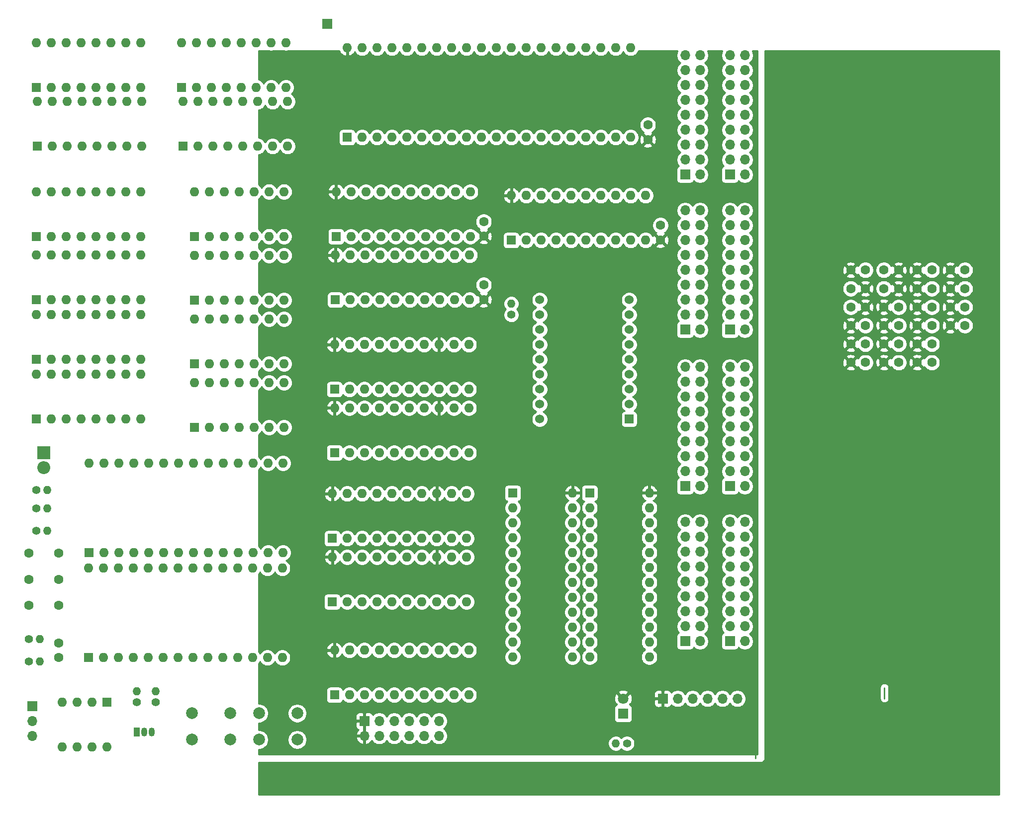
<source format=gbr>
G04 #@! TF.GenerationSoftware,KiCad,Pcbnew,(5.1.6-0-10_14)*
G04 #@! TF.CreationDate,2020-05-26T03:16:43-04:00*
G04 #@! TF.ProjectId,tom-1,746f6d2d-312e-46b6-9963-61645f706362,rev?*
G04 #@! TF.SameCoordinates,Original*
G04 #@! TF.FileFunction,Copper,L2,Inr*
G04 #@! TF.FilePolarity,Positive*
%FSLAX46Y46*%
G04 Gerber Fmt 4.6, Leading zero omitted, Abs format (unit mm)*
G04 Created by KiCad (PCBNEW (5.1.6-0-10_14)) date 2020-05-26 03:16:43*
%MOMM*%
%LPD*%
G01*
G04 APERTURE LIST*
G04 #@! TA.AperFunction,ViaPad*
%ADD10O,1.400000X1.400000*%
G04 #@! TD*
G04 #@! TA.AperFunction,ViaPad*
%ADD11C,1.400000*%
G04 #@! TD*
G04 #@! TA.AperFunction,ViaPad*
%ADD12C,1.800000*%
G04 #@! TD*
G04 #@! TA.AperFunction,ViaPad*
%ADD13R,1.800000X1.800000*%
G04 #@! TD*
G04 #@! TA.AperFunction,ViaPad*
%ADD14O,1.600000X1.600000*%
G04 #@! TD*
G04 #@! TA.AperFunction,ViaPad*
%ADD15R,1.600000X1.600000*%
G04 #@! TD*
G04 #@! TA.AperFunction,ViaPad*
%ADD16C,2.000000*%
G04 #@! TD*
G04 #@! TA.AperFunction,ViaPad*
%ADD17O,1.700000X1.700000*%
G04 #@! TD*
G04 #@! TA.AperFunction,ViaPad*
%ADD18R,1.700000X1.700000*%
G04 #@! TD*
G04 #@! TA.AperFunction,ViaPad*
%ADD19C,1.600000*%
G04 #@! TD*
G04 #@! TA.AperFunction,ViaPad*
%ADD20O,2.200000X2.200000*%
G04 #@! TD*
G04 #@! TA.AperFunction,ViaPad*
%ADD21R,2.200000X2.200000*%
G04 #@! TD*
G04 #@! TA.AperFunction,ViaPad*
%ADD22C,1.524000*%
G04 #@! TD*
G04 #@! TA.AperFunction,ViaPad*
%ADD23R,1.524000X1.524000*%
G04 #@! TD*
G04 #@! TA.AperFunction,ViaPad*
%ADD24O,1.050000X1.500000*%
G04 #@! TD*
G04 #@! TA.AperFunction,ViaPad*
%ADD25R,1.050000X1.500000*%
G04 #@! TD*
G04 #@! TA.AperFunction,Conductor*
%ADD26C,0.250000*%
G04 #@! TD*
G04 #@! TA.AperFunction,Conductor*
%ADD27C,0.254000*%
G04 #@! TD*
G04 APERTURE END LIST*
D10*
X123830000Y-143510000D03*
D11*
X125730000Y-143510000D03*
D12*
X125095000Y-135890000D03*
D13*
X125095000Y-138430000D03*
D14*
X106045000Y-50165000D03*
X128905000Y-57785000D03*
X108585000Y-50165000D03*
X126365000Y-57785000D03*
X111125000Y-50165000D03*
X123825000Y-57785000D03*
X113665000Y-50165000D03*
X121285000Y-57785000D03*
X116205000Y-50165000D03*
X118745000Y-57785000D03*
X118745000Y-50165000D03*
X116205000Y-57785000D03*
X121285000Y-50165000D03*
X113665000Y-57785000D03*
X123825000Y-50165000D03*
X111125000Y-57785000D03*
X126365000Y-50165000D03*
X108585000Y-57785000D03*
X128905000Y-50165000D03*
D15*
X106045000Y-57785000D03*
D16*
X51666000Y-142875000D03*
X51666000Y-138375000D03*
X58166000Y-142875000D03*
X58166000Y-138375000D03*
D10*
X25776000Y-125730000D03*
D11*
X23876000Y-125730000D03*
D10*
X25776000Y-129540000D03*
D11*
X23876000Y-129540000D03*
D17*
X144526000Y-135890000D03*
X141986000Y-135890000D03*
X139446000Y-135890000D03*
X136906000Y-135890000D03*
X134366000Y-135890000D03*
D18*
X131826000Y-135890000D03*
D19*
X131445000Y-55245000D03*
X131445000Y-57745000D03*
X183280000Y-72315000D03*
X180780000Y-72315000D03*
X177630000Y-78615000D03*
X175130000Y-78615000D03*
X129286000Y-38140000D03*
X129286000Y-40640000D03*
X177630000Y-75465000D03*
X175130000Y-75465000D03*
X101346000Y-65405000D03*
X101346000Y-67905000D03*
X183280000Y-69165000D03*
X180780000Y-69165000D03*
X177630000Y-72315000D03*
X175130000Y-72315000D03*
X171980000Y-78615000D03*
X169480000Y-78615000D03*
X101346000Y-54610000D03*
X101346000Y-57110000D03*
X171980000Y-75465000D03*
X169480000Y-75465000D03*
X183280000Y-66015000D03*
X180780000Y-66015000D03*
X177630000Y-69165000D03*
X175130000Y-69165000D03*
X171980000Y-72315000D03*
X169480000Y-72315000D03*
X166330000Y-78615000D03*
X163830000Y-78615000D03*
X183280000Y-62865000D03*
X180780000Y-62865000D03*
X166330000Y-75465000D03*
X163830000Y-75465000D03*
X177630000Y-66015000D03*
X175130000Y-66015000D03*
X171980000Y-69165000D03*
X169480000Y-69165000D03*
X166330000Y-72315000D03*
X163830000Y-72315000D03*
X177630000Y-62865000D03*
X175130000Y-62865000D03*
X171980000Y-66015000D03*
X169480000Y-66015000D03*
X166330000Y-69165000D03*
X163830000Y-69165000D03*
X171980000Y-62865000D03*
X169480000Y-62865000D03*
X166330000Y-66015000D03*
X163830000Y-66015000D03*
X166330000Y-62865000D03*
X163830000Y-62865000D03*
D14*
X75946000Y-127635000D03*
X98806000Y-135255000D03*
X78486000Y-127635000D03*
X96266000Y-135255000D03*
X81026000Y-127635000D03*
X93726000Y-135255000D03*
X83566000Y-127635000D03*
X91186000Y-135255000D03*
X86106000Y-127635000D03*
X88646000Y-135255000D03*
X88646000Y-127635000D03*
X86106000Y-135255000D03*
X91186000Y-127635000D03*
X83566000Y-135255000D03*
X93726000Y-127635000D03*
X81026000Y-135255000D03*
X96266000Y-127635000D03*
X78486000Y-135255000D03*
X98806000Y-127635000D03*
D15*
X75946000Y-135255000D03*
D14*
X78105000Y-25019000D03*
X126365000Y-40259000D03*
X80645000Y-25019000D03*
X123825000Y-40259000D03*
X83185000Y-25019000D03*
X121285000Y-40259000D03*
X85725000Y-25019000D03*
X118745000Y-40259000D03*
X88265000Y-25019000D03*
X116205000Y-40259000D03*
X90805000Y-25019000D03*
X113665000Y-40259000D03*
X93345000Y-25019000D03*
X111125000Y-40259000D03*
X95885000Y-25019000D03*
X108585000Y-40259000D03*
X98425000Y-25019000D03*
X106045000Y-40259000D03*
X100965000Y-25019000D03*
X103505000Y-40259000D03*
X103505000Y-25019000D03*
X100965000Y-40259000D03*
X106045000Y-25019000D03*
X98425000Y-40259000D03*
X108585000Y-25019000D03*
X95885000Y-40259000D03*
X111125000Y-25019000D03*
X93345000Y-40259000D03*
X113665000Y-25019000D03*
X90805000Y-40259000D03*
X116205000Y-25019000D03*
X88265000Y-40259000D03*
X118745000Y-25019000D03*
X85725000Y-40259000D03*
X121285000Y-25019000D03*
X83185000Y-40259000D03*
X123825000Y-25019000D03*
X80645000Y-40259000D03*
X126365000Y-25019000D03*
D15*
X78105000Y-40259000D03*
D14*
X75565000Y-111760000D03*
X98425000Y-119380000D03*
X78105000Y-111760000D03*
X95885000Y-119380000D03*
X80645000Y-111760000D03*
X93345000Y-119380000D03*
X83185000Y-111760000D03*
X90805000Y-119380000D03*
X85725000Y-111760000D03*
X88265000Y-119380000D03*
X88265000Y-111760000D03*
X85725000Y-119380000D03*
X90805000Y-111760000D03*
X83185000Y-119380000D03*
X93345000Y-111760000D03*
X80645000Y-119380000D03*
X95885000Y-111760000D03*
X78105000Y-119380000D03*
X98425000Y-111760000D03*
D15*
X75565000Y-119380000D03*
X75946000Y-83185000D03*
D14*
X98806000Y-75565000D03*
X78486000Y-83185000D03*
X96266000Y-75565000D03*
X81026000Y-83185000D03*
X93726000Y-75565000D03*
X83566000Y-83185000D03*
X91186000Y-75565000D03*
X86106000Y-83185000D03*
X88646000Y-75565000D03*
X88646000Y-83185000D03*
X86106000Y-75565000D03*
X91186000Y-83185000D03*
X83566000Y-75565000D03*
X93726000Y-83185000D03*
X81026000Y-75565000D03*
X96266000Y-83185000D03*
X78486000Y-75565000D03*
X98806000Y-83185000D03*
X75946000Y-75565000D03*
X75565000Y-100965000D03*
X98425000Y-108585000D03*
X78105000Y-100965000D03*
X95885000Y-108585000D03*
X80645000Y-100965000D03*
X93345000Y-108585000D03*
X83185000Y-100965000D03*
X90805000Y-108585000D03*
X85725000Y-100965000D03*
X88265000Y-108585000D03*
X88265000Y-100965000D03*
X85725000Y-108585000D03*
X90805000Y-100965000D03*
X83185000Y-108585000D03*
X93345000Y-100965000D03*
X80645000Y-108585000D03*
X95885000Y-100965000D03*
X78105000Y-108585000D03*
X98425000Y-100965000D03*
D15*
X75565000Y-108585000D03*
X75946000Y-93980000D03*
D14*
X98806000Y-86360000D03*
X78486000Y-93980000D03*
X96266000Y-86360000D03*
X81026000Y-93980000D03*
X93726000Y-86360000D03*
X83566000Y-93980000D03*
X91186000Y-86360000D03*
X86106000Y-93980000D03*
X88646000Y-86360000D03*
X88646000Y-93980000D03*
X86106000Y-86360000D03*
X91186000Y-93980000D03*
X83566000Y-86360000D03*
X93726000Y-93980000D03*
X81026000Y-86360000D03*
X96266000Y-93980000D03*
X78486000Y-86360000D03*
X98806000Y-93980000D03*
X75946000Y-86360000D03*
D17*
X24511000Y-142240000D03*
X24511000Y-139700000D03*
D18*
X24511000Y-137160000D03*
D16*
X63096000Y-142875000D03*
X63096000Y-138375000D03*
X69596000Y-142875000D03*
X69596000Y-138375000D03*
D17*
X138176000Y-52705000D03*
X135636000Y-52705000D03*
X138176000Y-55245000D03*
X135636000Y-55245000D03*
X138176000Y-57785000D03*
X135636000Y-57785000D03*
X138176000Y-60325000D03*
X135636000Y-60325000D03*
X138176000Y-62865000D03*
X135636000Y-62865000D03*
X138176000Y-65405000D03*
X135636000Y-65405000D03*
X138176000Y-67945000D03*
X135636000Y-67945000D03*
X138176000Y-70485000D03*
X135636000Y-70485000D03*
X138176000Y-73025000D03*
D18*
X135636000Y-73025000D03*
D17*
X138176000Y-26289000D03*
X135636000Y-26289000D03*
X138176000Y-28829000D03*
X135636000Y-28829000D03*
X138176000Y-31369000D03*
X135636000Y-31369000D03*
X138176000Y-33909000D03*
X135636000Y-33909000D03*
X138176000Y-36449000D03*
X135636000Y-36449000D03*
X138176000Y-38989000D03*
X135636000Y-38989000D03*
X138176000Y-41529000D03*
X135636000Y-41529000D03*
X138176000Y-44069000D03*
X135636000Y-44069000D03*
X138176000Y-46609000D03*
D18*
X135636000Y-46609000D03*
D17*
X145796000Y-79375000D03*
X143256000Y-79375000D03*
X145796000Y-81915000D03*
X143256000Y-81915000D03*
X145796000Y-84455000D03*
X143256000Y-84455000D03*
X145796000Y-86995000D03*
X143256000Y-86995000D03*
X145796000Y-89535000D03*
X143256000Y-89535000D03*
X145796000Y-92075000D03*
X143256000Y-92075000D03*
X145796000Y-94615000D03*
X143256000Y-94615000D03*
X145796000Y-97155000D03*
X143256000Y-97155000D03*
X145796000Y-99695000D03*
D18*
X143256000Y-99695000D03*
D17*
X145796000Y-52705000D03*
X143256000Y-52705000D03*
X145796000Y-55245000D03*
X143256000Y-55245000D03*
X145796000Y-57785000D03*
X143256000Y-57785000D03*
X145796000Y-60325000D03*
X143256000Y-60325000D03*
X145796000Y-62865000D03*
X143256000Y-62865000D03*
X145796000Y-65405000D03*
X143256000Y-65405000D03*
X145796000Y-67945000D03*
X143256000Y-67945000D03*
X145796000Y-70485000D03*
X143256000Y-70485000D03*
X145796000Y-73025000D03*
D18*
X143256000Y-73025000D03*
D14*
X25336500Y-34163000D03*
X43116500Y-41783000D03*
X27876500Y-34163000D03*
X40576500Y-41783000D03*
X30416500Y-34163000D03*
X38036500Y-41783000D03*
X32956500Y-34163000D03*
X35496500Y-41783000D03*
X35496500Y-34163000D03*
X32956500Y-41783000D03*
X38036500Y-34163000D03*
X30416500Y-41783000D03*
X40576500Y-34163000D03*
X27876500Y-41783000D03*
X43116500Y-34163000D03*
D15*
X25336500Y-41783000D03*
D14*
X50165000Y-34163000D03*
X67945000Y-41783000D03*
X52705000Y-34163000D03*
X65405000Y-41783000D03*
X55245000Y-34163000D03*
X62865000Y-41783000D03*
X57785000Y-34163000D03*
X60325000Y-41783000D03*
X60325000Y-34163000D03*
X57785000Y-41783000D03*
X62865000Y-34163000D03*
X55245000Y-41783000D03*
X65405000Y-34163000D03*
X52705000Y-41783000D03*
X67945000Y-34163000D03*
D15*
X50165000Y-41783000D03*
X25146000Y-31750000D03*
D14*
X42926000Y-24130000D03*
X27686000Y-31750000D03*
X40386000Y-24130000D03*
X30226000Y-31750000D03*
X37846000Y-24130000D03*
X32766000Y-31750000D03*
X35306000Y-24130000D03*
X35306000Y-31750000D03*
X32766000Y-24130000D03*
X37846000Y-31750000D03*
X30226000Y-24130000D03*
X40386000Y-31750000D03*
X27686000Y-24130000D03*
X42926000Y-31750000D03*
X25146000Y-24130000D03*
X116459000Y-100838000D03*
X106299000Y-128778000D03*
X116459000Y-103378000D03*
X106299000Y-126238000D03*
X116459000Y-105918000D03*
X106299000Y-123698000D03*
X116459000Y-108458000D03*
X106299000Y-121158000D03*
X116459000Y-110998000D03*
X106299000Y-118618000D03*
X116459000Y-113538000D03*
X106299000Y-116078000D03*
X116459000Y-116078000D03*
X106299000Y-113538000D03*
X116459000Y-118618000D03*
X106299000Y-110998000D03*
X116459000Y-121158000D03*
X106299000Y-108458000D03*
X116459000Y-123698000D03*
X106299000Y-105918000D03*
X116459000Y-126238000D03*
X106299000Y-103378000D03*
X116459000Y-128778000D03*
D15*
X106299000Y-100838000D03*
D14*
X129540000Y-100838000D03*
X119380000Y-128778000D03*
X129540000Y-103378000D03*
X119380000Y-126238000D03*
X129540000Y-105918000D03*
X119380000Y-123698000D03*
X129540000Y-108458000D03*
X119380000Y-121158000D03*
X129540000Y-110998000D03*
X119380000Y-118618000D03*
X129540000Y-113538000D03*
X119380000Y-116078000D03*
X129540000Y-116078000D03*
X119380000Y-113538000D03*
X129540000Y-118618000D03*
X119380000Y-110998000D03*
X129540000Y-121158000D03*
X119380000Y-108458000D03*
X129540000Y-123698000D03*
X119380000Y-105918000D03*
X129540000Y-126238000D03*
X119380000Y-103378000D03*
X129540000Y-128778000D03*
D15*
X119380000Y-100838000D03*
D17*
X138176000Y-105791000D03*
X135636000Y-105791000D03*
X138176000Y-108331000D03*
X135636000Y-108331000D03*
X138176000Y-110871000D03*
X135636000Y-110871000D03*
X138176000Y-113411000D03*
X135636000Y-113411000D03*
X138176000Y-115951000D03*
X135636000Y-115951000D03*
X138176000Y-118491000D03*
X135636000Y-118491000D03*
X138176000Y-121031000D03*
X135636000Y-121031000D03*
X138176000Y-123571000D03*
X135636000Y-123571000D03*
X138176000Y-126111000D03*
D18*
X135636000Y-126111000D03*
D17*
X145796000Y-105791000D03*
X143256000Y-105791000D03*
X145796000Y-108331000D03*
X143256000Y-108331000D03*
X145796000Y-110871000D03*
X143256000Y-110871000D03*
X145796000Y-113411000D03*
X143256000Y-113411000D03*
X145796000Y-115951000D03*
X143256000Y-115951000D03*
X145796000Y-118491000D03*
X143256000Y-118491000D03*
X145796000Y-121031000D03*
X143256000Y-121031000D03*
X145796000Y-123571000D03*
X143256000Y-123571000D03*
X145796000Y-126111000D03*
D18*
X143256000Y-126111000D03*
D17*
X138176000Y-79375000D03*
X135636000Y-79375000D03*
X138176000Y-81915000D03*
X135636000Y-81915000D03*
X138176000Y-84455000D03*
X135636000Y-84455000D03*
X138176000Y-86995000D03*
X135636000Y-86995000D03*
X138176000Y-89535000D03*
X135636000Y-89535000D03*
X138176000Y-92075000D03*
X135636000Y-92075000D03*
X138176000Y-94615000D03*
X135636000Y-94615000D03*
X138176000Y-97155000D03*
X135636000Y-97155000D03*
X138176000Y-99695000D03*
D18*
X135636000Y-99695000D03*
D15*
X25146000Y-88265000D03*
D14*
X42926000Y-80645000D03*
X27686000Y-88265000D03*
X40386000Y-80645000D03*
X30226000Y-88265000D03*
X37846000Y-80645000D03*
X32766000Y-88265000D03*
X35306000Y-80645000D03*
X35306000Y-88265000D03*
X32766000Y-80645000D03*
X37846000Y-88265000D03*
X30226000Y-80645000D03*
X40386000Y-88265000D03*
X27686000Y-80645000D03*
X42926000Y-88265000D03*
X25146000Y-80645000D03*
D15*
X76104000Y-67945000D03*
D14*
X98964000Y-60325000D03*
X78644000Y-67945000D03*
X96424000Y-60325000D03*
X81184000Y-67945000D03*
X93884000Y-60325000D03*
X83724000Y-67945000D03*
X91344000Y-60325000D03*
X86264000Y-67945000D03*
X88804000Y-60325000D03*
X88804000Y-67945000D03*
X86264000Y-60325000D03*
X91344000Y-67945000D03*
X83724000Y-60325000D03*
X93884000Y-67945000D03*
X81184000Y-60325000D03*
X96424000Y-67945000D03*
X78644000Y-60325000D03*
X98964000Y-67945000D03*
X76104000Y-60325000D03*
X76200000Y-49530000D03*
X99060000Y-57150000D03*
X78740000Y-49530000D03*
X96520000Y-57150000D03*
X81280000Y-49530000D03*
X93980000Y-57150000D03*
X83820000Y-49530000D03*
X91440000Y-57150000D03*
X86360000Y-49530000D03*
X88900000Y-57150000D03*
X88900000Y-49530000D03*
X86360000Y-57150000D03*
X91440000Y-49530000D03*
X83820000Y-57150000D03*
X93980000Y-49530000D03*
X81280000Y-57150000D03*
X96520000Y-49530000D03*
X78740000Y-57150000D03*
X99060000Y-49530000D03*
D15*
X76200000Y-57150000D03*
X25146000Y-57150000D03*
D14*
X42926000Y-49530000D03*
X27686000Y-57150000D03*
X40386000Y-49530000D03*
X30226000Y-57150000D03*
X37846000Y-49530000D03*
X32766000Y-57150000D03*
X35306000Y-49530000D03*
X35306000Y-57150000D03*
X32766000Y-49530000D03*
X37846000Y-57150000D03*
X30226000Y-49530000D03*
X40386000Y-57150000D03*
X27686000Y-49530000D03*
X42926000Y-57150000D03*
X25146000Y-49530000D03*
D15*
X25146000Y-67945000D03*
D14*
X42926000Y-60325000D03*
X27686000Y-67945000D03*
X40386000Y-60325000D03*
X30226000Y-67945000D03*
X37846000Y-60325000D03*
X32766000Y-67945000D03*
X35306000Y-60325000D03*
X35306000Y-67945000D03*
X32766000Y-60325000D03*
X37846000Y-67945000D03*
X30226000Y-60325000D03*
X40386000Y-67945000D03*
X27686000Y-60325000D03*
X42926000Y-67945000D03*
X25146000Y-60325000D03*
D15*
X25146000Y-78105000D03*
D14*
X42926000Y-70485000D03*
X27686000Y-78105000D03*
X40386000Y-70485000D03*
X30226000Y-78105000D03*
X37846000Y-70485000D03*
X32766000Y-78105000D03*
X35306000Y-70485000D03*
X35306000Y-78105000D03*
X32766000Y-70485000D03*
X37846000Y-78105000D03*
X30226000Y-70485000D03*
X40386000Y-78105000D03*
X27686000Y-70485000D03*
X42926000Y-78105000D03*
X25146000Y-70485000D03*
X49911000Y-24130000D03*
X67691000Y-31750000D03*
X52451000Y-24130000D03*
X65151000Y-31750000D03*
X54991000Y-24130000D03*
X62611000Y-31750000D03*
X57531000Y-24130000D03*
X60071000Y-31750000D03*
X60071000Y-24130000D03*
X57531000Y-31750000D03*
X62611000Y-24130000D03*
X54991000Y-31750000D03*
X65151000Y-24130000D03*
X52451000Y-31750000D03*
X67691000Y-24130000D03*
D15*
X49911000Y-31750000D03*
D17*
X145796000Y-26289000D03*
X143256000Y-26289000D03*
X145796000Y-28829000D03*
X143256000Y-28829000D03*
X145796000Y-31369000D03*
X143256000Y-31369000D03*
X145796000Y-33909000D03*
X143256000Y-33909000D03*
X145796000Y-36449000D03*
X143256000Y-36449000D03*
X145796000Y-38989000D03*
X143256000Y-38989000D03*
X145796000Y-41529000D03*
X143256000Y-41529000D03*
X145796000Y-44069000D03*
X143256000Y-44069000D03*
X145796000Y-46609000D03*
D18*
X143256000Y-46609000D03*
D10*
X27046000Y-103505000D03*
D11*
X25146000Y-103505000D03*
D10*
X27051000Y-107315000D03*
D11*
X25151000Y-107315000D03*
D10*
X27046000Y-100330000D03*
D11*
X25146000Y-100330000D03*
D10*
X106045000Y-68590000D03*
D11*
X106045000Y-70490000D03*
D19*
X23956000Y-111125000D03*
X28956000Y-111125000D03*
X23956000Y-120015000D03*
X28956000Y-120015000D03*
X23956000Y-115570000D03*
X28956000Y-115570000D03*
D14*
X34163000Y-95758000D03*
X67183000Y-110998000D03*
X36703000Y-95758000D03*
X64643000Y-110998000D03*
X39243000Y-95758000D03*
X62103000Y-110998000D03*
X41783000Y-95758000D03*
X59563000Y-110998000D03*
X44323000Y-95758000D03*
X57023000Y-110998000D03*
X46863000Y-95758000D03*
X54483000Y-110998000D03*
X49403000Y-95758000D03*
X51943000Y-110998000D03*
X51943000Y-95758000D03*
X49403000Y-110998000D03*
X54483000Y-95758000D03*
X46863000Y-110998000D03*
X57023000Y-95758000D03*
X44323000Y-110998000D03*
X59563000Y-95758000D03*
X41783000Y-110998000D03*
X62103000Y-95758000D03*
X39243000Y-110998000D03*
X64643000Y-95758000D03*
X36703000Y-110998000D03*
X67183000Y-95758000D03*
D15*
X34163000Y-110998000D03*
X37211000Y-136525000D03*
D14*
X29591000Y-144145000D03*
X34671000Y-136525000D03*
X32131000Y-144145000D03*
X32131000Y-136525000D03*
X34671000Y-144145000D03*
X29591000Y-136525000D03*
X37211000Y-144145000D03*
D20*
X26416000Y-96520000D03*
D21*
X26416000Y-93980000D03*
D15*
X34036000Y-128905000D03*
D14*
X67056000Y-113665000D03*
X36576000Y-128905000D03*
X64516000Y-113665000D03*
X39116000Y-128905000D03*
X61976000Y-113665000D03*
X41656000Y-128905000D03*
X59436000Y-113665000D03*
X44196000Y-128905000D03*
X56896000Y-113665000D03*
X46736000Y-128905000D03*
X54356000Y-113665000D03*
X49276000Y-128905000D03*
X51816000Y-113665000D03*
X51816000Y-128905000D03*
X49276000Y-113665000D03*
X54356000Y-128905000D03*
X46736000Y-113665000D03*
X56896000Y-128905000D03*
X44196000Y-113665000D03*
X59436000Y-128905000D03*
X41656000Y-113665000D03*
X61976000Y-128905000D03*
X39116000Y-113665000D03*
X64516000Y-128905000D03*
X36576000Y-113665000D03*
X67056000Y-128905000D03*
X34036000Y-113665000D03*
D22*
X110871000Y-88265000D03*
X110871000Y-85725000D03*
X110871000Y-83185000D03*
X110871000Y-80645000D03*
X110871000Y-78105000D03*
X110871000Y-75565000D03*
X110871000Y-73025000D03*
X110871000Y-70485000D03*
X110871000Y-67945000D03*
X126111000Y-67945000D03*
X126111000Y-70485000D03*
X126111000Y-73025000D03*
X126111000Y-75565000D03*
X126111000Y-78105000D03*
X126111000Y-80645000D03*
X126111000Y-83185000D03*
X126111000Y-85725000D03*
D23*
X126111000Y-88265000D03*
D18*
X81026000Y-139700000D03*
D17*
X81026000Y-142240000D03*
X83566000Y-139700000D03*
X83566000Y-142240000D03*
X86106000Y-139700000D03*
X86106000Y-142240000D03*
X88646000Y-139700000D03*
X88646000Y-142240000D03*
X91186000Y-139700000D03*
X91186000Y-142240000D03*
X93726000Y-139700000D03*
X93726000Y-142240000D03*
D18*
X74676000Y-20955000D03*
D24*
X43561000Y-141605000D03*
X44831000Y-141605000D03*
D25*
X42291000Y-141605000D03*
D10*
X42291000Y-134620000D03*
D11*
X42291000Y-136520000D03*
X45466000Y-136525000D03*
D10*
X45466000Y-134625000D03*
D15*
X52121001Y-89679999D03*
D14*
X67361001Y-82059999D03*
X54661001Y-89679999D03*
X64821001Y-82059999D03*
X57201001Y-89679999D03*
X62281001Y-82059999D03*
X59741001Y-89679999D03*
X59741001Y-82059999D03*
X62281001Y-89679999D03*
X57201001Y-82059999D03*
X64821001Y-89679999D03*
X54661001Y-82059999D03*
X67361001Y-89679999D03*
X52121001Y-82059999D03*
X52121001Y-71209999D03*
X67361001Y-78829999D03*
X54661001Y-71209999D03*
X64821001Y-78829999D03*
X57201001Y-71209999D03*
X62281001Y-78829999D03*
X59741001Y-71209999D03*
X59741001Y-78829999D03*
X62281001Y-71209999D03*
X57201001Y-78829999D03*
X64821001Y-71209999D03*
X54661001Y-78829999D03*
X67361001Y-71209999D03*
D15*
X52121001Y-78829999D03*
X52121001Y-67979999D03*
D14*
X67361001Y-60359999D03*
X54661001Y-67979999D03*
X64821001Y-60359999D03*
X57201001Y-67979999D03*
X62281001Y-60359999D03*
X59741001Y-67979999D03*
X59741001Y-60359999D03*
X62281001Y-67979999D03*
X57201001Y-60359999D03*
X64821001Y-67979999D03*
X54661001Y-60359999D03*
X67361001Y-67979999D03*
X52121001Y-60359999D03*
X52121001Y-49509999D03*
X67361001Y-57129999D03*
X54661001Y-49509999D03*
X64821001Y-57129999D03*
X57201001Y-49509999D03*
X62281001Y-57129999D03*
X59741001Y-49509999D03*
X59741001Y-57129999D03*
X62281001Y-49509999D03*
X57201001Y-57129999D03*
X64821001Y-49509999D03*
X54661001Y-57129999D03*
X67361001Y-49509999D03*
D15*
X52121001Y-57129999D03*
D19*
X28956000Y-128905000D03*
X28956000Y-126405000D03*
D26*
X169576000Y-133999000D02*
X169576000Y-135859000D01*
X147574000Y-146050000D02*
X147574000Y-143129000D01*
D27*
G36*
X189103000Y-152273000D02*
G01*
X62992000Y-152273000D01*
X62992000Y-146710000D01*
X148557581Y-146710000D01*
X148590000Y-146713193D01*
X148622419Y-146710000D01*
X148719383Y-146700450D01*
X148843793Y-146662710D01*
X148958450Y-146601425D01*
X149058948Y-146518948D01*
X149141425Y-146418450D01*
X149202710Y-146303793D01*
X149240450Y-146179383D01*
X149253193Y-146050000D01*
X149250000Y-146017581D01*
X149250000Y-133961668D01*
X168816000Y-133961668D01*
X168816001Y-135896333D01*
X168826998Y-136007986D01*
X168870455Y-136151247D01*
X168941027Y-136283276D01*
X169036000Y-136399001D01*
X169151725Y-136493974D01*
X169283754Y-136564546D01*
X169427015Y-136608003D01*
X169576000Y-136622677D01*
X169724986Y-136608003D01*
X169868247Y-136564546D01*
X170000276Y-136493974D01*
X170116001Y-136399001D01*
X170210974Y-136283276D01*
X170281546Y-136151247D01*
X170325003Y-136007986D01*
X170336000Y-135896333D01*
X170336000Y-133961667D01*
X170325003Y-133850014D01*
X170281546Y-133706753D01*
X170210974Y-133574724D01*
X170116001Y-133458999D01*
X170000275Y-133364026D01*
X169868246Y-133293454D01*
X169724985Y-133249997D01*
X169576000Y-133235323D01*
X169427014Y-133249997D01*
X169283753Y-133293454D01*
X169151724Y-133364026D01*
X169035999Y-133458999D01*
X168941026Y-133574725D01*
X168870454Y-133706754D01*
X168826997Y-133850015D01*
X168816000Y-133961668D01*
X149250000Y-133961668D01*
X149250000Y-79607702D01*
X163016903Y-79607702D01*
X163088486Y-79851671D01*
X163343996Y-79972571D01*
X163618184Y-80041300D01*
X163900512Y-80055217D01*
X164180130Y-80013787D01*
X164446292Y-79918603D01*
X164571514Y-79851671D01*
X164643097Y-79607702D01*
X163830000Y-78794605D01*
X163016903Y-79607702D01*
X149250000Y-79607702D01*
X149250000Y-78685512D01*
X162389783Y-78685512D01*
X162431213Y-78965130D01*
X162526397Y-79231292D01*
X162593329Y-79356514D01*
X162837298Y-79428097D01*
X163650395Y-78615000D01*
X164009605Y-78615000D01*
X164822702Y-79428097D01*
X165066671Y-79356514D01*
X165080324Y-79327659D01*
X165215363Y-79529759D01*
X165415241Y-79729637D01*
X165650273Y-79886680D01*
X165911426Y-79994853D01*
X166188665Y-80050000D01*
X166471335Y-80050000D01*
X166748574Y-79994853D01*
X167009727Y-79886680D01*
X167244759Y-79729637D01*
X167366694Y-79607702D01*
X168666903Y-79607702D01*
X168738486Y-79851671D01*
X168993996Y-79972571D01*
X169268184Y-80041300D01*
X169550512Y-80055217D01*
X169830130Y-80013787D01*
X170096292Y-79918603D01*
X170221514Y-79851671D01*
X170293097Y-79607702D01*
X169480000Y-78794605D01*
X168666903Y-79607702D01*
X167366694Y-79607702D01*
X167444637Y-79529759D01*
X167601680Y-79294727D01*
X167709853Y-79033574D01*
X167765000Y-78756335D01*
X167765000Y-78685512D01*
X168039783Y-78685512D01*
X168081213Y-78965130D01*
X168176397Y-79231292D01*
X168243329Y-79356514D01*
X168487298Y-79428097D01*
X169300395Y-78615000D01*
X169659605Y-78615000D01*
X170472702Y-79428097D01*
X170716671Y-79356514D01*
X170730324Y-79327659D01*
X170865363Y-79529759D01*
X171065241Y-79729637D01*
X171300273Y-79886680D01*
X171561426Y-79994853D01*
X171838665Y-80050000D01*
X172121335Y-80050000D01*
X172398574Y-79994853D01*
X172659727Y-79886680D01*
X172894759Y-79729637D01*
X173016694Y-79607702D01*
X174316903Y-79607702D01*
X174388486Y-79851671D01*
X174643996Y-79972571D01*
X174918184Y-80041300D01*
X175200512Y-80055217D01*
X175480130Y-80013787D01*
X175746292Y-79918603D01*
X175871514Y-79851671D01*
X175943097Y-79607702D01*
X175130000Y-78794605D01*
X174316903Y-79607702D01*
X173016694Y-79607702D01*
X173094637Y-79529759D01*
X173251680Y-79294727D01*
X173359853Y-79033574D01*
X173415000Y-78756335D01*
X173415000Y-78685512D01*
X173689783Y-78685512D01*
X173731213Y-78965130D01*
X173826397Y-79231292D01*
X173893329Y-79356514D01*
X174137298Y-79428097D01*
X174950395Y-78615000D01*
X175309605Y-78615000D01*
X176122702Y-79428097D01*
X176366671Y-79356514D01*
X176380324Y-79327659D01*
X176515363Y-79529759D01*
X176715241Y-79729637D01*
X176950273Y-79886680D01*
X177211426Y-79994853D01*
X177488665Y-80050000D01*
X177771335Y-80050000D01*
X178048574Y-79994853D01*
X178309727Y-79886680D01*
X178544759Y-79729637D01*
X178744637Y-79529759D01*
X178901680Y-79294727D01*
X179009853Y-79033574D01*
X179065000Y-78756335D01*
X179065000Y-78473665D01*
X179009853Y-78196426D01*
X178901680Y-77935273D01*
X178744637Y-77700241D01*
X178544759Y-77500363D01*
X178309727Y-77343320D01*
X178048574Y-77235147D01*
X177771335Y-77180000D01*
X177488665Y-77180000D01*
X177211426Y-77235147D01*
X176950273Y-77343320D01*
X176715241Y-77500363D01*
X176515363Y-77700241D01*
X176381308Y-77900869D01*
X176366671Y-77873486D01*
X176122702Y-77801903D01*
X175309605Y-78615000D01*
X174950395Y-78615000D01*
X174137298Y-77801903D01*
X173893329Y-77873486D01*
X173772429Y-78128996D01*
X173703700Y-78403184D01*
X173689783Y-78685512D01*
X173415000Y-78685512D01*
X173415000Y-78473665D01*
X173359853Y-78196426D01*
X173251680Y-77935273D01*
X173094637Y-77700241D01*
X173016694Y-77622298D01*
X174316903Y-77622298D01*
X175130000Y-78435395D01*
X175943097Y-77622298D01*
X175871514Y-77378329D01*
X175616004Y-77257429D01*
X175341816Y-77188700D01*
X175059488Y-77174783D01*
X174779870Y-77216213D01*
X174513708Y-77311397D01*
X174388486Y-77378329D01*
X174316903Y-77622298D01*
X173016694Y-77622298D01*
X172894759Y-77500363D01*
X172659727Y-77343320D01*
X172398574Y-77235147D01*
X172121335Y-77180000D01*
X171838665Y-77180000D01*
X171561426Y-77235147D01*
X171300273Y-77343320D01*
X171065241Y-77500363D01*
X170865363Y-77700241D01*
X170731308Y-77900869D01*
X170716671Y-77873486D01*
X170472702Y-77801903D01*
X169659605Y-78615000D01*
X169300395Y-78615000D01*
X168487298Y-77801903D01*
X168243329Y-77873486D01*
X168122429Y-78128996D01*
X168053700Y-78403184D01*
X168039783Y-78685512D01*
X167765000Y-78685512D01*
X167765000Y-78473665D01*
X167709853Y-78196426D01*
X167601680Y-77935273D01*
X167444637Y-77700241D01*
X167366694Y-77622298D01*
X168666903Y-77622298D01*
X169480000Y-78435395D01*
X170293097Y-77622298D01*
X170221514Y-77378329D01*
X169966004Y-77257429D01*
X169691816Y-77188700D01*
X169409488Y-77174783D01*
X169129870Y-77216213D01*
X168863708Y-77311397D01*
X168738486Y-77378329D01*
X168666903Y-77622298D01*
X167366694Y-77622298D01*
X167244759Y-77500363D01*
X167009727Y-77343320D01*
X166748574Y-77235147D01*
X166471335Y-77180000D01*
X166188665Y-77180000D01*
X165911426Y-77235147D01*
X165650273Y-77343320D01*
X165415241Y-77500363D01*
X165215363Y-77700241D01*
X165081308Y-77900869D01*
X165066671Y-77873486D01*
X164822702Y-77801903D01*
X164009605Y-78615000D01*
X163650395Y-78615000D01*
X162837298Y-77801903D01*
X162593329Y-77873486D01*
X162472429Y-78128996D01*
X162403700Y-78403184D01*
X162389783Y-78685512D01*
X149250000Y-78685512D01*
X149250000Y-77622298D01*
X163016903Y-77622298D01*
X163830000Y-78435395D01*
X164643097Y-77622298D01*
X164571514Y-77378329D01*
X164316004Y-77257429D01*
X164041816Y-77188700D01*
X163759488Y-77174783D01*
X163479870Y-77216213D01*
X163213708Y-77311397D01*
X163088486Y-77378329D01*
X163016903Y-77622298D01*
X149250000Y-77622298D01*
X149250000Y-76457702D01*
X163016903Y-76457702D01*
X163088486Y-76701671D01*
X163343996Y-76822571D01*
X163618184Y-76891300D01*
X163900512Y-76905217D01*
X164180130Y-76863787D01*
X164446292Y-76768603D01*
X164571514Y-76701671D01*
X164643097Y-76457702D01*
X163830000Y-75644605D01*
X163016903Y-76457702D01*
X149250000Y-76457702D01*
X149250000Y-75535512D01*
X162389783Y-75535512D01*
X162431213Y-75815130D01*
X162526397Y-76081292D01*
X162593329Y-76206514D01*
X162837298Y-76278097D01*
X163650395Y-75465000D01*
X164009605Y-75465000D01*
X164822702Y-76278097D01*
X165066671Y-76206514D01*
X165080324Y-76177659D01*
X165215363Y-76379759D01*
X165415241Y-76579637D01*
X165650273Y-76736680D01*
X165911426Y-76844853D01*
X166188665Y-76900000D01*
X166471335Y-76900000D01*
X166748574Y-76844853D01*
X167009727Y-76736680D01*
X167244759Y-76579637D01*
X167366694Y-76457702D01*
X168666903Y-76457702D01*
X168738486Y-76701671D01*
X168993996Y-76822571D01*
X169268184Y-76891300D01*
X169550512Y-76905217D01*
X169830130Y-76863787D01*
X170096292Y-76768603D01*
X170221514Y-76701671D01*
X170293097Y-76457702D01*
X169480000Y-75644605D01*
X168666903Y-76457702D01*
X167366694Y-76457702D01*
X167444637Y-76379759D01*
X167601680Y-76144727D01*
X167709853Y-75883574D01*
X167765000Y-75606335D01*
X167765000Y-75535512D01*
X168039783Y-75535512D01*
X168081213Y-75815130D01*
X168176397Y-76081292D01*
X168243329Y-76206514D01*
X168487298Y-76278097D01*
X169300395Y-75465000D01*
X169659605Y-75465000D01*
X170472702Y-76278097D01*
X170716671Y-76206514D01*
X170730324Y-76177659D01*
X170865363Y-76379759D01*
X171065241Y-76579637D01*
X171300273Y-76736680D01*
X171561426Y-76844853D01*
X171838665Y-76900000D01*
X172121335Y-76900000D01*
X172398574Y-76844853D01*
X172659727Y-76736680D01*
X172894759Y-76579637D01*
X173016694Y-76457702D01*
X174316903Y-76457702D01*
X174388486Y-76701671D01*
X174643996Y-76822571D01*
X174918184Y-76891300D01*
X175200512Y-76905217D01*
X175480130Y-76863787D01*
X175746292Y-76768603D01*
X175871514Y-76701671D01*
X175943097Y-76457702D01*
X175130000Y-75644605D01*
X174316903Y-76457702D01*
X173016694Y-76457702D01*
X173094637Y-76379759D01*
X173251680Y-76144727D01*
X173359853Y-75883574D01*
X173415000Y-75606335D01*
X173415000Y-75535512D01*
X173689783Y-75535512D01*
X173731213Y-75815130D01*
X173826397Y-76081292D01*
X173893329Y-76206514D01*
X174137298Y-76278097D01*
X174950395Y-75465000D01*
X175309605Y-75465000D01*
X176122702Y-76278097D01*
X176366671Y-76206514D01*
X176380324Y-76177659D01*
X176515363Y-76379759D01*
X176715241Y-76579637D01*
X176950273Y-76736680D01*
X177211426Y-76844853D01*
X177488665Y-76900000D01*
X177771335Y-76900000D01*
X178048574Y-76844853D01*
X178309727Y-76736680D01*
X178544759Y-76579637D01*
X178744637Y-76379759D01*
X178901680Y-76144727D01*
X179009853Y-75883574D01*
X179065000Y-75606335D01*
X179065000Y-75323665D01*
X179009853Y-75046426D01*
X178901680Y-74785273D01*
X178744637Y-74550241D01*
X178544759Y-74350363D01*
X178309727Y-74193320D01*
X178048574Y-74085147D01*
X177771335Y-74030000D01*
X177488665Y-74030000D01*
X177211426Y-74085147D01*
X176950273Y-74193320D01*
X176715241Y-74350363D01*
X176515363Y-74550241D01*
X176381308Y-74750869D01*
X176366671Y-74723486D01*
X176122702Y-74651903D01*
X175309605Y-75465000D01*
X174950395Y-75465000D01*
X174137298Y-74651903D01*
X173893329Y-74723486D01*
X173772429Y-74978996D01*
X173703700Y-75253184D01*
X173689783Y-75535512D01*
X173415000Y-75535512D01*
X173415000Y-75323665D01*
X173359853Y-75046426D01*
X173251680Y-74785273D01*
X173094637Y-74550241D01*
X173016694Y-74472298D01*
X174316903Y-74472298D01*
X175130000Y-75285395D01*
X175943097Y-74472298D01*
X175871514Y-74228329D01*
X175616004Y-74107429D01*
X175341816Y-74038700D01*
X175059488Y-74024783D01*
X174779870Y-74066213D01*
X174513708Y-74161397D01*
X174388486Y-74228329D01*
X174316903Y-74472298D01*
X173016694Y-74472298D01*
X172894759Y-74350363D01*
X172659727Y-74193320D01*
X172398574Y-74085147D01*
X172121335Y-74030000D01*
X171838665Y-74030000D01*
X171561426Y-74085147D01*
X171300273Y-74193320D01*
X171065241Y-74350363D01*
X170865363Y-74550241D01*
X170731308Y-74750869D01*
X170716671Y-74723486D01*
X170472702Y-74651903D01*
X169659605Y-75465000D01*
X169300395Y-75465000D01*
X168487298Y-74651903D01*
X168243329Y-74723486D01*
X168122429Y-74978996D01*
X168053700Y-75253184D01*
X168039783Y-75535512D01*
X167765000Y-75535512D01*
X167765000Y-75323665D01*
X167709853Y-75046426D01*
X167601680Y-74785273D01*
X167444637Y-74550241D01*
X167366694Y-74472298D01*
X168666903Y-74472298D01*
X169480000Y-75285395D01*
X170293097Y-74472298D01*
X170221514Y-74228329D01*
X169966004Y-74107429D01*
X169691816Y-74038700D01*
X169409488Y-74024783D01*
X169129870Y-74066213D01*
X168863708Y-74161397D01*
X168738486Y-74228329D01*
X168666903Y-74472298D01*
X167366694Y-74472298D01*
X167244759Y-74350363D01*
X167009727Y-74193320D01*
X166748574Y-74085147D01*
X166471335Y-74030000D01*
X166188665Y-74030000D01*
X165911426Y-74085147D01*
X165650273Y-74193320D01*
X165415241Y-74350363D01*
X165215363Y-74550241D01*
X165081308Y-74750869D01*
X165066671Y-74723486D01*
X164822702Y-74651903D01*
X164009605Y-75465000D01*
X163650395Y-75465000D01*
X162837298Y-74651903D01*
X162593329Y-74723486D01*
X162472429Y-74978996D01*
X162403700Y-75253184D01*
X162389783Y-75535512D01*
X149250000Y-75535512D01*
X149250000Y-74472298D01*
X163016903Y-74472298D01*
X163830000Y-75285395D01*
X164643097Y-74472298D01*
X164571514Y-74228329D01*
X164316004Y-74107429D01*
X164041816Y-74038700D01*
X163759488Y-74024783D01*
X163479870Y-74066213D01*
X163213708Y-74161397D01*
X163088486Y-74228329D01*
X163016903Y-74472298D01*
X149250000Y-74472298D01*
X149250000Y-73307702D01*
X163016903Y-73307702D01*
X163088486Y-73551671D01*
X163343996Y-73672571D01*
X163618184Y-73741300D01*
X163900512Y-73755217D01*
X164180130Y-73713787D01*
X164446292Y-73618603D01*
X164571514Y-73551671D01*
X164643097Y-73307702D01*
X163830000Y-72494605D01*
X163016903Y-73307702D01*
X149250000Y-73307702D01*
X149250000Y-72385512D01*
X162389783Y-72385512D01*
X162431213Y-72665130D01*
X162526397Y-72931292D01*
X162593329Y-73056514D01*
X162837298Y-73128097D01*
X163650395Y-72315000D01*
X164009605Y-72315000D01*
X164822702Y-73128097D01*
X165066671Y-73056514D01*
X165080324Y-73027659D01*
X165215363Y-73229759D01*
X165415241Y-73429637D01*
X165650273Y-73586680D01*
X165911426Y-73694853D01*
X166188665Y-73750000D01*
X166471335Y-73750000D01*
X166748574Y-73694853D01*
X167009727Y-73586680D01*
X167244759Y-73429637D01*
X167366694Y-73307702D01*
X168666903Y-73307702D01*
X168738486Y-73551671D01*
X168993996Y-73672571D01*
X169268184Y-73741300D01*
X169550512Y-73755217D01*
X169830130Y-73713787D01*
X170096292Y-73618603D01*
X170221514Y-73551671D01*
X170293097Y-73307702D01*
X169480000Y-72494605D01*
X168666903Y-73307702D01*
X167366694Y-73307702D01*
X167444637Y-73229759D01*
X167601680Y-72994727D01*
X167709853Y-72733574D01*
X167765000Y-72456335D01*
X167765000Y-72385512D01*
X168039783Y-72385512D01*
X168081213Y-72665130D01*
X168176397Y-72931292D01*
X168243329Y-73056514D01*
X168487298Y-73128097D01*
X169300395Y-72315000D01*
X169659605Y-72315000D01*
X170472702Y-73128097D01*
X170716671Y-73056514D01*
X170730324Y-73027659D01*
X170865363Y-73229759D01*
X171065241Y-73429637D01*
X171300273Y-73586680D01*
X171561426Y-73694853D01*
X171838665Y-73750000D01*
X172121335Y-73750000D01*
X172398574Y-73694853D01*
X172659727Y-73586680D01*
X172894759Y-73429637D01*
X173016694Y-73307702D01*
X174316903Y-73307702D01*
X174388486Y-73551671D01*
X174643996Y-73672571D01*
X174918184Y-73741300D01*
X175200512Y-73755217D01*
X175480130Y-73713787D01*
X175746292Y-73618603D01*
X175871514Y-73551671D01*
X175943097Y-73307702D01*
X175130000Y-72494605D01*
X174316903Y-73307702D01*
X173016694Y-73307702D01*
X173094637Y-73229759D01*
X173251680Y-72994727D01*
X173359853Y-72733574D01*
X173415000Y-72456335D01*
X173415000Y-72385512D01*
X173689783Y-72385512D01*
X173731213Y-72665130D01*
X173826397Y-72931292D01*
X173893329Y-73056514D01*
X174137298Y-73128097D01*
X174950395Y-72315000D01*
X175309605Y-72315000D01*
X176122702Y-73128097D01*
X176366671Y-73056514D01*
X176380324Y-73027659D01*
X176515363Y-73229759D01*
X176715241Y-73429637D01*
X176950273Y-73586680D01*
X177211426Y-73694853D01*
X177488665Y-73750000D01*
X177771335Y-73750000D01*
X178048574Y-73694853D01*
X178309727Y-73586680D01*
X178544759Y-73429637D01*
X178666694Y-73307702D01*
X179966903Y-73307702D01*
X180038486Y-73551671D01*
X180293996Y-73672571D01*
X180568184Y-73741300D01*
X180850512Y-73755217D01*
X181130130Y-73713787D01*
X181396292Y-73618603D01*
X181521514Y-73551671D01*
X181593097Y-73307702D01*
X180780000Y-72494605D01*
X179966903Y-73307702D01*
X178666694Y-73307702D01*
X178744637Y-73229759D01*
X178901680Y-72994727D01*
X179009853Y-72733574D01*
X179065000Y-72456335D01*
X179065000Y-72385512D01*
X179339783Y-72385512D01*
X179381213Y-72665130D01*
X179476397Y-72931292D01*
X179543329Y-73056514D01*
X179787298Y-73128097D01*
X180600395Y-72315000D01*
X180959605Y-72315000D01*
X181772702Y-73128097D01*
X182016671Y-73056514D01*
X182030324Y-73027659D01*
X182165363Y-73229759D01*
X182365241Y-73429637D01*
X182600273Y-73586680D01*
X182861426Y-73694853D01*
X183138665Y-73750000D01*
X183421335Y-73750000D01*
X183698574Y-73694853D01*
X183959727Y-73586680D01*
X184194759Y-73429637D01*
X184394637Y-73229759D01*
X184551680Y-72994727D01*
X184659853Y-72733574D01*
X184715000Y-72456335D01*
X184715000Y-72173665D01*
X184659853Y-71896426D01*
X184551680Y-71635273D01*
X184394637Y-71400241D01*
X184194759Y-71200363D01*
X183959727Y-71043320D01*
X183698574Y-70935147D01*
X183421335Y-70880000D01*
X183138665Y-70880000D01*
X182861426Y-70935147D01*
X182600273Y-71043320D01*
X182365241Y-71200363D01*
X182165363Y-71400241D01*
X182031308Y-71600869D01*
X182016671Y-71573486D01*
X181772702Y-71501903D01*
X180959605Y-72315000D01*
X180600395Y-72315000D01*
X179787298Y-71501903D01*
X179543329Y-71573486D01*
X179422429Y-71828996D01*
X179353700Y-72103184D01*
X179339783Y-72385512D01*
X179065000Y-72385512D01*
X179065000Y-72173665D01*
X179009853Y-71896426D01*
X178901680Y-71635273D01*
X178744637Y-71400241D01*
X178666694Y-71322298D01*
X179966903Y-71322298D01*
X180780000Y-72135395D01*
X181593097Y-71322298D01*
X181521514Y-71078329D01*
X181266004Y-70957429D01*
X180991816Y-70888700D01*
X180709488Y-70874783D01*
X180429870Y-70916213D01*
X180163708Y-71011397D01*
X180038486Y-71078329D01*
X179966903Y-71322298D01*
X178666694Y-71322298D01*
X178544759Y-71200363D01*
X178309727Y-71043320D01*
X178048574Y-70935147D01*
X177771335Y-70880000D01*
X177488665Y-70880000D01*
X177211426Y-70935147D01*
X176950273Y-71043320D01*
X176715241Y-71200363D01*
X176515363Y-71400241D01*
X176381308Y-71600869D01*
X176366671Y-71573486D01*
X176122702Y-71501903D01*
X175309605Y-72315000D01*
X174950395Y-72315000D01*
X174137298Y-71501903D01*
X173893329Y-71573486D01*
X173772429Y-71828996D01*
X173703700Y-72103184D01*
X173689783Y-72385512D01*
X173415000Y-72385512D01*
X173415000Y-72173665D01*
X173359853Y-71896426D01*
X173251680Y-71635273D01*
X173094637Y-71400241D01*
X173016694Y-71322298D01*
X174316903Y-71322298D01*
X175130000Y-72135395D01*
X175943097Y-71322298D01*
X175871514Y-71078329D01*
X175616004Y-70957429D01*
X175341816Y-70888700D01*
X175059488Y-70874783D01*
X174779870Y-70916213D01*
X174513708Y-71011397D01*
X174388486Y-71078329D01*
X174316903Y-71322298D01*
X173016694Y-71322298D01*
X172894759Y-71200363D01*
X172659727Y-71043320D01*
X172398574Y-70935147D01*
X172121335Y-70880000D01*
X171838665Y-70880000D01*
X171561426Y-70935147D01*
X171300273Y-71043320D01*
X171065241Y-71200363D01*
X170865363Y-71400241D01*
X170731308Y-71600869D01*
X170716671Y-71573486D01*
X170472702Y-71501903D01*
X169659605Y-72315000D01*
X169300395Y-72315000D01*
X168487298Y-71501903D01*
X168243329Y-71573486D01*
X168122429Y-71828996D01*
X168053700Y-72103184D01*
X168039783Y-72385512D01*
X167765000Y-72385512D01*
X167765000Y-72173665D01*
X167709853Y-71896426D01*
X167601680Y-71635273D01*
X167444637Y-71400241D01*
X167366694Y-71322298D01*
X168666903Y-71322298D01*
X169480000Y-72135395D01*
X170293097Y-71322298D01*
X170221514Y-71078329D01*
X169966004Y-70957429D01*
X169691816Y-70888700D01*
X169409488Y-70874783D01*
X169129870Y-70916213D01*
X168863708Y-71011397D01*
X168738486Y-71078329D01*
X168666903Y-71322298D01*
X167366694Y-71322298D01*
X167244759Y-71200363D01*
X167009727Y-71043320D01*
X166748574Y-70935147D01*
X166471335Y-70880000D01*
X166188665Y-70880000D01*
X165911426Y-70935147D01*
X165650273Y-71043320D01*
X165415241Y-71200363D01*
X165215363Y-71400241D01*
X165081308Y-71600869D01*
X165066671Y-71573486D01*
X164822702Y-71501903D01*
X164009605Y-72315000D01*
X163650395Y-72315000D01*
X162837298Y-71501903D01*
X162593329Y-71573486D01*
X162472429Y-71828996D01*
X162403700Y-72103184D01*
X162389783Y-72385512D01*
X149250000Y-72385512D01*
X149250000Y-71322298D01*
X163016903Y-71322298D01*
X163830000Y-72135395D01*
X164643097Y-71322298D01*
X164571514Y-71078329D01*
X164316004Y-70957429D01*
X164041816Y-70888700D01*
X163759488Y-70874783D01*
X163479870Y-70916213D01*
X163213708Y-71011397D01*
X163088486Y-71078329D01*
X163016903Y-71322298D01*
X149250000Y-71322298D01*
X149250000Y-69023665D01*
X162395000Y-69023665D01*
X162395000Y-69306335D01*
X162450147Y-69583574D01*
X162558320Y-69844727D01*
X162715363Y-70079759D01*
X162915241Y-70279637D01*
X163150273Y-70436680D01*
X163411426Y-70544853D01*
X163688665Y-70600000D01*
X163971335Y-70600000D01*
X164248574Y-70544853D01*
X164509727Y-70436680D01*
X164744759Y-70279637D01*
X164866694Y-70157702D01*
X165516903Y-70157702D01*
X165588486Y-70401671D01*
X165843996Y-70522571D01*
X166118184Y-70591300D01*
X166400512Y-70605217D01*
X166680130Y-70563787D01*
X166946292Y-70468603D01*
X167071514Y-70401671D01*
X167143097Y-70157702D01*
X168666903Y-70157702D01*
X168738486Y-70401671D01*
X168993996Y-70522571D01*
X169268184Y-70591300D01*
X169550512Y-70605217D01*
X169830130Y-70563787D01*
X170096292Y-70468603D01*
X170221514Y-70401671D01*
X170293097Y-70157702D01*
X169480000Y-69344605D01*
X168666903Y-70157702D01*
X167143097Y-70157702D01*
X166330000Y-69344605D01*
X165516903Y-70157702D01*
X164866694Y-70157702D01*
X164944637Y-70079759D01*
X165078692Y-69879131D01*
X165093329Y-69906514D01*
X165337298Y-69978097D01*
X166150395Y-69165000D01*
X166509605Y-69165000D01*
X167322702Y-69978097D01*
X167566671Y-69906514D01*
X167687571Y-69651004D01*
X167756300Y-69376816D01*
X167763265Y-69235512D01*
X168039783Y-69235512D01*
X168081213Y-69515130D01*
X168176397Y-69781292D01*
X168243329Y-69906514D01*
X168487298Y-69978097D01*
X169300395Y-69165000D01*
X169659605Y-69165000D01*
X170472702Y-69978097D01*
X170716671Y-69906514D01*
X170730324Y-69877659D01*
X170865363Y-70079759D01*
X171065241Y-70279637D01*
X171300273Y-70436680D01*
X171561426Y-70544853D01*
X171838665Y-70600000D01*
X172121335Y-70600000D01*
X172398574Y-70544853D01*
X172659727Y-70436680D01*
X172894759Y-70279637D01*
X173016694Y-70157702D01*
X174316903Y-70157702D01*
X174388486Y-70401671D01*
X174643996Y-70522571D01*
X174918184Y-70591300D01*
X175200512Y-70605217D01*
X175480130Y-70563787D01*
X175746292Y-70468603D01*
X175871514Y-70401671D01*
X175943097Y-70157702D01*
X175130000Y-69344605D01*
X174316903Y-70157702D01*
X173016694Y-70157702D01*
X173094637Y-70079759D01*
X173251680Y-69844727D01*
X173359853Y-69583574D01*
X173415000Y-69306335D01*
X173415000Y-69235512D01*
X173689783Y-69235512D01*
X173731213Y-69515130D01*
X173826397Y-69781292D01*
X173893329Y-69906514D01*
X174137298Y-69978097D01*
X174950395Y-69165000D01*
X175309605Y-69165000D01*
X176122702Y-69978097D01*
X176366671Y-69906514D01*
X176380324Y-69877659D01*
X176515363Y-70079759D01*
X176715241Y-70279637D01*
X176950273Y-70436680D01*
X177211426Y-70544853D01*
X177488665Y-70600000D01*
X177771335Y-70600000D01*
X178048574Y-70544853D01*
X178309727Y-70436680D01*
X178544759Y-70279637D01*
X178666694Y-70157702D01*
X179966903Y-70157702D01*
X180038486Y-70401671D01*
X180293996Y-70522571D01*
X180568184Y-70591300D01*
X180850512Y-70605217D01*
X181130130Y-70563787D01*
X181396292Y-70468603D01*
X181521514Y-70401671D01*
X181593097Y-70157702D01*
X180780000Y-69344605D01*
X179966903Y-70157702D01*
X178666694Y-70157702D01*
X178744637Y-70079759D01*
X178901680Y-69844727D01*
X179009853Y-69583574D01*
X179065000Y-69306335D01*
X179065000Y-69235512D01*
X179339783Y-69235512D01*
X179381213Y-69515130D01*
X179476397Y-69781292D01*
X179543329Y-69906514D01*
X179787298Y-69978097D01*
X180600395Y-69165000D01*
X180959605Y-69165000D01*
X181772702Y-69978097D01*
X182016671Y-69906514D01*
X182030324Y-69877659D01*
X182165363Y-70079759D01*
X182365241Y-70279637D01*
X182600273Y-70436680D01*
X182861426Y-70544853D01*
X183138665Y-70600000D01*
X183421335Y-70600000D01*
X183698574Y-70544853D01*
X183959727Y-70436680D01*
X184194759Y-70279637D01*
X184394637Y-70079759D01*
X184551680Y-69844727D01*
X184659853Y-69583574D01*
X184715000Y-69306335D01*
X184715000Y-69023665D01*
X184659853Y-68746426D01*
X184551680Y-68485273D01*
X184394637Y-68250241D01*
X184194759Y-68050363D01*
X183959727Y-67893320D01*
X183698574Y-67785147D01*
X183421335Y-67730000D01*
X183138665Y-67730000D01*
X182861426Y-67785147D01*
X182600273Y-67893320D01*
X182365241Y-68050363D01*
X182165363Y-68250241D01*
X182031308Y-68450869D01*
X182016671Y-68423486D01*
X181772702Y-68351903D01*
X180959605Y-69165000D01*
X180600395Y-69165000D01*
X179787298Y-68351903D01*
X179543329Y-68423486D01*
X179422429Y-68678996D01*
X179353700Y-68953184D01*
X179339783Y-69235512D01*
X179065000Y-69235512D01*
X179065000Y-69023665D01*
X179009853Y-68746426D01*
X178901680Y-68485273D01*
X178744637Y-68250241D01*
X178666694Y-68172298D01*
X179966903Y-68172298D01*
X180780000Y-68985395D01*
X181593097Y-68172298D01*
X181521514Y-67928329D01*
X181266004Y-67807429D01*
X180991816Y-67738700D01*
X180709488Y-67724783D01*
X180429870Y-67766213D01*
X180163708Y-67861397D01*
X180038486Y-67928329D01*
X179966903Y-68172298D01*
X178666694Y-68172298D01*
X178544759Y-68050363D01*
X178309727Y-67893320D01*
X178048574Y-67785147D01*
X177771335Y-67730000D01*
X177488665Y-67730000D01*
X177211426Y-67785147D01*
X176950273Y-67893320D01*
X176715241Y-68050363D01*
X176515363Y-68250241D01*
X176381308Y-68450869D01*
X176366671Y-68423486D01*
X176122702Y-68351903D01*
X175309605Y-69165000D01*
X174950395Y-69165000D01*
X174137298Y-68351903D01*
X173893329Y-68423486D01*
X173772429Y-68678996D01*
X173703700Y-68953184D01*
X173689783Y-69235512D01*
X173415000Y-69235512D01*
X173415000Y-69023665D01*
X173359853Y-68746426D01*
X173251680Y-68485273D01*
X173094637Y-68250241D01*
X173016694Y-68172298D01*
X174316903Y-68172298D01*
X175130000Y-68985395D01*
X175943097Y-68172298D01*
X175871514Y-67928329D01*
X175616004Y-67807429D01*
X175341816Y-67738700D01*
X175059488Y-67724783D01*
X174779870Y-67766213D01*
X174513708Y-67861397D01*
X174388486Y-67928329D01*
X174316903Y-68172298D01*
X173016694Y-68172298D01*
X172894759Y-68050363D01*
X172659727Y-67893320D01*
X172398574Y-67785147D01*
X172121335Y-67730000D01*
X171838665Y-67730000D01*
X171561426Y-67785147D01*
X171300273Y-67893320D01*
X171065241Y-68050363D01*
X170865363Y-68250241D01*
X170731308Y-68450869D01*
X170716671Y-68423486D01*
X170472702Y-68351903D01*
X169659605Y-69165000D01*
X169300395Y-69165000D01*
X168487298Y-68351903D01*
X168243329Y-68423486D01*
X168122429Y-68678996D01*
X168053700Y-68953184D01*
X168039783Y-69235512D01*
X167763265Y-69235512D01*
X167770217Y-69094488D01*
X167728787Y-68814870D01*
X167633603Y-68548708D01*
X167566671Y-68423486D01*
X167322702Y-68351903D01*
X166509605Y-69165000D01*
X166150395Y-69165000D01*
X165337298Y-68351903D01*
X165093329Y-68423486D01*
X165079676Y-68452341D01*
X164944637Y-68250241D01*
X164866694Y-68172298D01*
X165516903Y-68172298D01*
X166330000Y-68985395D01*
X167143097Y-68172298D01*
X168666903Y-68172298D01*
X169480000Y-68985395D01*
X170293097Y-68172298D01*
X170221514Y-67928329D01*
X169966004Y-67807429D01*
X169691816Y-67738700D01*
X169409488Y-67724783D01*
X169129870Y-67766213D01*
X168863708Y-67861397D01*
X168738486Y-67928329D01*
X168666903Y-68172298D01*
X167143097Y-68172298D01*
X167071514Y-67928329D01*
X166816004Y-67807429D01*
X166541816Y-67738700D01*
X166259488Y-67724783D01*
X165979870Y-67766213D01*
X165713708Y-67861397D01*
X165588486Y-67928329D01*
X165516903Y-68172298D01*
X164866694Y-68172298D01*
X164744759Y-68050363D01*
X164509727Y-67893320D01*
X164248574Y-67785147D01*
X163971335Y-67730000D01*
X163688665Y-67730000D01*
X163411426Y-67785147D01*
X163150273Y-67893320D01*
X162915241Y-68050363D01*
X162715363Y-68250241D01*
X162558320Y-68485273D01*
X162450147Y-68746426D01*
X162395000Y-69023665D01*
X149250000Y-69023665D01*
X149250000Y-65873665D01*
X162395000Y-65873665D01*
X162395000Y-66156335D01*
X162450147Y-66433574D01*
X162558320Y-66694727D01*
X162715363Y-66929759D01*
X162915241Y-67129637D01*
X163150273Y-67286680D01*
X163411426Y-67394853D01*
X163688665Y-67450000D01*
X163971335Y-67450000D01*
X164248574Y-67394853D01*
X164509727Y-67286680D01*
X164744759Y-67129637D01*
X164866694Y-67007702D01*
X165516903Y-67007702D01*
X165588486Y-67251671D01*
X165843996Y-67372571D01*
X166118184Y-67441300D01*
X166400512Y-67455217D01*
X166680130Y-67413787D01*
X166946292Y-67318603D01*
X167071514Y-67251671D01*
X167143097Y-67007702D01*
X166330000Y-66194605D01*
X165516903Y-67007702D01*
X164866694Y-67007702D01*
X164944637Y-66929759D01*
X165078692Y-66729131D01*
X165093329Y-66756514D01*
X165337298Y-66828097D01*
X166150395Y-66015000D01*
X166509605Y-66015000D01*
X167322702Y-66828097D01*
X167566671Y-66756514D01*
X167687571Y-66501004D01*
X167756300Y-66226816D01*
X167770217Y-65944488D01*
X167759724Y-65873665D01*
X168045000Y-65873665D01*
X168045000Y-66156335D01*
X168100147Y-66433574D01*
X168208320Y-66694727D01*
X168365363Y-66929759D01*
X168565241Y-67129637D01*
X168800273Y-67286680D01*
X169061426Y-67394853D01*
X169338665Y-67450000D01*
X169621335Y-67450000D01*
X169898574Y-67394853D01*
X170159727Y-67286680D01*
X170394759Y-67129637D01*
X170516694Y-67007702D01*
X171166903Y-67007702D01*
X171238486Y-67251671D01*
X171493996Y-67372571D01*
X171768184Y-67441300D01*
X172050512Y-67455217D01*
X172330130Y-67413787D01*
X172596292Y-67318603D01*
X172721514Y-67251671D01*
X172793097Y-67007702D01*
X174316903Y-67007702D01*
X174388486Y-67251671D01*
X174643996Y-67372571D01*
X174918184Y-67441300D01*
X175200512Y-67455217D01*
X175480130Y-67413787D01*
X175746292Y-67318603D01*
X175871514Y-67251671D01*
X175943097Y-67007702D01*
X175130000Y-66194605D01*
X174316903Y-67007702D01*
X172793097Y-67007702D01*
X171980000Y-66194605D01*
X171166903Y-67007702D01*
X170516694Y-67007702D01*
X170594637Y-66929759D01*
X170728692Y-66729131D01*
X170743329Y-66756514D01*
X170987298Y-66828097D01*
X171800395Y-66015000D01*
X172159605Y-66015000D01*
X172972702Y-66828097D01*
X173216671Y-66756514D01*
X173337571Y-66501004D01*
X173406300Y-66226816D01*
X173413265Y-66085512D01*
X173689783Y-66085512D01*
X173731213Y-66365130D01*
X173826397Y-66631292D01*
X173893329Y-66756514D01*
X174137298Y-66828097D01*
X174950395Y-66015000D01*
X175309605Y-66015000D01*
X176122702Y-66828097D01*
X176366671Y-66756514D01*
X176380324Y-66727659D01*
X176515363Y-66929759D01*
X176715241Y-67129637D01*
X176950273Y-67286680D01*
X177211426Y-67394853D01*
X177488665Y-67450000D01*
X177771335Y-67450000D01*
X178048574Y-67394853D01*
X178309727Y-67286680D01*
X178544759Y-67129637D01*
X178666694Y-67007702D01*
X179966903Y-67007702D01*
X180038486Y-67251671D01*
X180293996Y-67372571D01*
X180568184Y-67441300D01*
X180850512Y-67455217D01*
X181130130Y-67413787D01*
X181396292Y-67318603D01*
X181521514Y-67251671D01*
X181593097Y-67007702D01*
X180780000Y-66194605D01*
X179966903Y-67007702D01*
X178666694Y-67007702D01*
X178744637Y-66929759D01*
X178901680Y-66694727D01*
X179009853Y-66433574D01*
X179065000Y-66156335D01*
X179065000Y-66085512D01*
X179339783Y-66085512D01*
X179381213Y-66365130D01*
X179476397Y-66631292D01*
X179543329Y-66756514D01*
X179787298Y-66828097D01*
X180600395Y-66015000D01*
X180959605Y-66015000D01*
X181772702Y-66828097D01*
X182016671Y-66756514D01*
X182030324Y-66727659D01*
X182165363Y-66929759D01*
X182365241Y-67129637D01*
X182600273Y-67286680D01*
X182861426Y-67394853D01*
X183138665Y-67450000D01*
X183421335Y-67450000D01*
X183698574Y-67394853D01*
X183959727Y-67286680D01*
X184194759Y-67129637D01*
X184394637Y-66929759D01*
X184551680Y-66694727D01*
X184659853Y-66433574D01*
X184715000Y-66156335D01*
X184715000Y-65873665D01*
X184659853Y-65596426D01*
X184551680Y-65335273D01*
X184394637Y-65100241D01*
X184194759Y-64900363D01*
X183959727Y-64743320D01*
X183698574Y-64635147D01*
X183421335Y-64580000D01*
X183138665Y-64580000D01*
X182861426Y-64635147D01*
X182600273Y-64743320D01*
X182365241Y-64900363D01*
X182165363Y-65100241D01*
X182031308Y-65300869D01*
X182016671Y-65273486D01*
X181772702Y-65201903D01*
X180959605Y-66015000D01*
X180600395Y-66015000D01*
X179787298Y-65201903D01*
X179543329Y-65273486D01*
X179422429Y-65528996D01*
X179353700Y-65803184D01*
X179339783Y-66085512D01*
X179065000Y-66085512D01*
X179065000Y-65873665D01*
X179009853Y-65596426D01*
X178901680Y-65335273D01*
X178744637Y-65100241D01*
X178666694Y-65022298D01*
X179966903Y-65022298D01*
X180780000Y-65835395D01*
X181593097Y-65022298D01*
X181521514Y-64778329D01*
X181266004Y-64657429D01*
X180991816Y-64588700D01*
X180709488Y-64574783D01*
X180429870Y-64616213D01*
X180163708Y-64711397D01*
X180038486Y-64778329D01*
X179966903Y-65022298D01*
X178666694Y-65022298D01*
X178544759Y-64900363D01*
X178309727Y-64743320D01*
X178048574Y-64635147D01*
X177771335Y-64580000D01*
X177488665Y-64580000D01*
X177211426Y-64635147D01*
X176950273Y-64743320D01*
X176715241Y-64900363D01*
X176515363Y-65100241D01*
X176381308Y-65300869D01*
X176366671Y-65273486D01*
X176122702Y-65201903D01*
X175309605Y-66015000D01*
X174950395Y-66015000D01*
X174137298Y-65201903D01*
X173893329Y-65273486D01*
X173772429Y-65528996D01*
X173703700Y-65803184D01*
X173689783Y-66085512D01*
X173413265Y-66085512D01*
X173420217Y-65944488D01*
X173378787Y-65664870D01*
X173283603Y-65398708D01*
X173216671Y-65273486D01*
X172972702Y-65201903D01*
X172159605Y-66015000D01*
X171800395Y-66015000D01*
X170987298Y-65201903D01*
X170743329Y-65273486D01*
X170729676Y-65302341D01*
X170594637Y-65100241D01*
X170516694Y-65022298D01*
X171166903Y-65022298D01*
X171980000Y-65835395D01*
X172793097Y-65022298D01*
X174316903Y-65022298D01*
X175130000Y-65835395D01*
X175943097Y-65022298D01*
X175871514Y-64778329D01*
X175616004Y-64657429D01*
X175341816Y-64588700D01*
X175059488Y-64574783D01*
X174779870Y-64616213D01*
X174513708Y-64711397D01*
X174388486Y-64778329D01*
X174316903Y-65022298D01*
X172793097Y-65022298D01*
X172721514Y-64778329D01*
X172466004Y-64657429D01*
X172191816Y-64588700D01*
X171909488Y-64574783D01*
X171629870Y-64616213D01*
X171363708Y-64711397D01*
X171238486Y-64778329D01*
X171166903Y-65022298D01*
X170516694Y-65022298D01*
X170394759Y-64900363D01*
X170159727Y-64743320D01*
X169898574Y-64635147D01*
X169621335Y-64580000D01*
X169338665Y-64580000D01*
X169061426Y-64635147D01*
X168800273Y-64743320D01*
X168565241Y-64900363D01*
X168365363Y-65100241D01*
X168208320Y-65335273D01*
X168100147Y-65596426D01*
X168045000Y-65873665D01*
X167759724Y-65873665D01*
X167728787Y-65664870D01*
X167633603Y-65398708D01*
X167566671Y-65273486D01*
X167322702Y-65201903D01*
X166509605Y-66015000D01*
X166150395Y-66015000D01*
X165337298Y-65201903D01*
X165093329Y-65273486D01*
X165079676Y-65302341D01*
X164944637Y-65100241D01*
X164866694Y-65022298D01*
X165516903Y-65022298D01*
X166330000Y-65835395D01*
X167143097Y-65022298D01*
X167071514Y-64778329D01*
X166816004Y-64657429D01*
X166541816Y-64588700D01*
X166259488Y-64574783D01*
X165979870Y-64616213D01*
X165713708Y-64711397D01*
X165588486Y-64778329D01*
X165516903Y-65022298D01*
X164866694Y-65022298D01*
X164744759Y-64900363D01*
X164509727Y-64743320D01*
X164248574Y-64635147D01*
X163971335Y-64580000D01*
X163688665Y-64580000D01*
X163411426Y-64635147D01*
X163150273Y-64743320D01*
X162915241Y-64900363D01*
X162715363Y-65100241D01*
X162558320Y-65335273D01*
X162450147Y-65596426D01*
X162395000Y-65873665D01*
X149250000Y-65873665D01*
X149250000Y-63857702D01*
X163016903Y-63857702D01*
X163088486Y-64101671D01*
X163343996Y-64222571D01*
X163618184Y-64291300D01*
X163900512Y-64305217D01*
X164180130Y-64263787D01*
X164446292Y-64168603D01*
X164571514Y-64101671D01*
X164643097Y-63857702D01*
X163830000Y-63044605D01*
X163016903Y-63857702D01*
X149250000Y-63857702D01*
X149250000Y-62935512D01*
X162389783Y-62935512D01*
X162431213Y-63215130D01*
X162526397Y-63481292D01*
X162593329Y-63606514D01*
X162837298Y-63678097D01*
X163650395Y-62865000D01*
X164009605Y-62865000D01*
X164822702Y-63678097D01*
X165066671Y-63606514D01*
X165080324Y-63577659D01*
X165215363Y-63779759D01*
X165415241Y-63979637D01*
X165650273Y-64136680D01*
X165911426Y-64244853D01*
X166188665Y-64300000D01*
X166471335Y-64300000D01*
X166748574Y-64244853D01*
X167009727Y-64136680D01*
X167244759Y-63979637D01*
X167444637Y-63779759D01*
X167601680Y-63544727D01*
X167709853Y-63283574D01*
X167765000Y-63006335D01*
X167765000Y-62723665D01*
X168045000Y-62723665D01*
X168045000Y-63006335D01*
X168100147Y-63283574D01*
X168208320Y-63544727D01*
X168365363Y-63779759D01*
X168565241Y-63979637D01*
X168800273Y-64136680D01*
X169061426Y-64244853D01*
X169338665Y-64300000D01*
X169621335Y-64300000D01*
X169898574Y-64244853D01*
X170159727Y-64136680D01*
X170394759Y-63979637D01*
X170516694Y-63857702D01*
X171166903Y-63857702D01*
X171238486Y-64101671D01*
X171493996Y-64222571D01*
X171768184Y-64291300D01*
X172050512Y-64305217D01*
X172330130Y-64263787D01*
X172596292Y-64168603D01*
X172721514Y-64101671D01*
X172793097Y-63857702D01*
X174316903Y-63857702D01*
X174388486Y-64101671D01*
X174643996Y-64222571D01*
X174918184Y-64291300D01*
X175200512Y-64305217D01*
X175480130Y-64263787D01*
X175746292Y-64168603D01*
X175871514Y-64101671D01*
X175943097Y-63857702D01*
X175130000Y-63044605D01*
X174316903Y-63857702D01*
X172793097Y-63857702D01*
X171980000Y-63044605D01*
X171166903Y-63857702D01*
X170516694Y-63857702D01*
X170594637Y-63779759D01*
X170728692Y-63579131D01*
X170743329Y-63606514D01*
X170987298Y-63678097D01*
X171800395Y-62865000D01*
X172159605Y-62865000D01*
X172972702Y-63678097D01*
X173216671Y-63606514D01*
X173337571Y-63351004D01*
X173406300Y-63076816D01*
X173413265Y-62935512D01*
X173689783Y-62935512D01*
X173731213Y-63215130D01*
X173826397Y-63481292D01*
X173893329Y-63606514D01*
X174137298Y-63678097D01*
X174950395Y-62865000D01*
X175309605Y-62865000D01*
X176122702Y-63678097D01*
X176366671Y-63606514D01*
X176380324Y-63577659D01*
X176515363Y-63779759D01*
X176715241Y-63979637D01*
X176950273Y-64136680D01*
X177211426Y-64244853D01*
X177488665Y-64300000D01*
X177771335Y-64300000D01*
X178048574Y-64244853D01*
X178309727Y-64136680D01*
X178544759Y-63979637D01*
X178666694Y-63857702D01*
X179966903Y-63857702D01*
X180038486Y-64101671D01*
X180293996Y-64222571D01*
X180568184Y-64291300D01*
X180850512Y-64305217D01*
X181130130Y-64263787D01*
X181396292Y-64168603D01*
X181521514Y-64101671D01*
X181593097Y-63857702D01*
X180780000Y-63044605D01*
X179966903Y-63857702D01*
X178666694Y-63857702D01*
X178744637Y-63779759D01*
X178901680Y-63544727D01*
X179009853Y-63283574D01*
X179065000Y-63006335D01*
X179065000Y-62935512D01*
X179339783Y-62935512D01*
X179381213Y-63215130D01*
X179476397Y-63481292D01*
X179543329Y-63606514D01*
X179787298Y-63678097D01*
X180600395Y-62865000D01*
X180959605Y-62865000D01*
X181772702Y-63678097D01*
X182016671Y-63606514D01*
X182030324Y-63577659D01*
X182165363Y-63779759D01*
X182365241Y-63979637D01*
X182600273Y-64136680D01*
X182861426Y-64244853D01*
X183138665Y-64300000D01*
X183421335Y-64300000D01*
X183698574Y-64244853D01*
X183959727Y-64136680D01*
X184194759Y-63979637D01*
X184394637Y-63779759D01*
X184551680Y-63544727D01*
X184659853Y-63283574D01*
X184715000Y-63006335D01*
X184715000Y-62723665D01*
X184659853Y-62446426D01*
X184551680Y-62185273D01*
X184394637Y-61950241D01*
X184194759Y-61750363D01*
X183959727Y-61593320D01*
X183698574Y-61485147D01*
X183421335Y-61430000D01*
X183138665Y-61430000D01*
X182861426Y-61485147D01*
X182600273Y-61593320D01*
X182365241Y-61750363D01*
X182165363Y-61950241D01*
X182031308Y-62150869D01*
X182016671Y-62123486D01*
X181772702Y-62051903D01*
X180959605Y-62865000D01*
X180600395Y-62865000D01*
X179787298Y-62051903D01*
X179543329Y-62123486D01*
X179422429Y-62378996D01*
X179353700Y-62653184D01*
X179339783Y-62935512D01*
X179065000Y-62935512D01*
X179065000Y-62723665D01*
X179009853Y-62446426D01*
X178901680Y-62185273D01*
X178744637Y-61950241D01*
X178666694Y-61872298D01*
X179966903Y-61872298D01*
X180780000Y-62685395D01*
X181593097Y-61872298D01*
X181521514Y-61628329D01*
X181266004Y-61507429D01*
X180991816Y-61438700D01*
X180709488Y-61424783D01*
X180429870Y-61466213D01*
X180163708Y-61561397D01*
X180038486Y-61628329D01*
X179966903Y-61872298D01*
X178666694Y-61872298D01*
X178544759Y-61750363D01*
X178309727Y-61593320D01*
X178048574Y-61485147D01*
X177771335Y-61430000D01*
X177488665Y-61430000D01*
X177211426Y-61485147D01*
X176950273Y-61593320D01*
X176715241Y-61750363D01*
X176515363Y-61950241D01*
X176381308Y-62150869D01*
X176366671Y-62123486D01*
X176122702Y-62051903D01*
X175309605Y-62865000D01*
X174950395Y-62865000D01*
X174137298Y-62051903D01*
X173893329Y-62123486D01*
X173772429Y-62378996D01*
X173703700Y-62653184D01*
X173689783Y-62935512D01*
X173413265Y-62935512D01*
X173420217Y-62794488D01*
X173378787Y-62514870D01*
X173283603Y-62248708D01*
X173216671Y-62123486D01*
X172972702Y-62051903D01*
X172159605Y-62865000D01*
X171800395Y-62865000D01*
X170987298Y-62051903D01*
X170743329Y-62123486D01*
X170729676Y-62152341D01*
X170594637Y-61950241D01*
X170516694Y-61872298D01*
X171166903Y-61872298D01*
X171980000Y-62685395D01*
X172793097Y-61872298D01*
X174316903Y-61872298D01*
X175130000Y-62685395D01*
X175943097Y-61872298D01*
X175871514Y-61628329D01*
X175616004Y-61507429D01*
X175341816Y-61438700D01*
X175059488Y-61424783D01*
X174779870Y-61466213D01*
X174513708Y-61561397D01*
X174388486Y-61628329D01*
X174316903Y-61872298D01*
X172793097Y-61872298D01*
X172721514Y-61628329D01*
X172466004Y-61507429D01*
X172191816Y-61438700D01*
X171909488Y-61424783D01*
X171629870Y-61466213D01*
X171363708Y-61561397D01*
X171238486Y-61628329D01*
X171166903Y-61872298D01*
X170516694Y-61872298D01*
X170394759Y-61750363D01*
X170159727Y-61593320D01*
X169898574Y-61485147D01*
X169621335Y-61430000D01*
X169338665Y-61430000D01*
X169061426Y-61485147D01*
X168800273Y-61593320D01*
X168565241Y-61750363D01*
X168365363Y-61950241D01*
X168208320Y-62185273D01*
X168100147Y-62446426D01*
X168045000Y-62723665D01*
X167765000Y-62723665D01*
X167709853Y-62446426D01*
X167601680Y-62185273D01*
X167444637Y-61950241D01*
X167244759Y-61750363D01*
X167009727Y-61593320D01*
X166748574Y-61485147D01*
X166471335Y-61430000D01*
X166188665Y-61430000D01*
X165911426Y-61485147D01*
X165650273Y-61593320D01*
X165415241Y-61750363D01*
X165215363Y-61950241D01*
X165081308Y-62150869D01*
X165066671Y-62123486D01*
X164822702Y-62051903D01*
X164009605Y-62865000D01*
X163650395Y-62865000D01*
X162837298Y-62051903D01*
X162593329Y-62123486D01*
X162472429Y-62378996D01*
X162403700Y-62653184D01*
X162389783Y-62935512D01*
X149250000Y-62935512D01*
X149250000Y-61872298D01*
X163016903Y-61872298D01*
X163830000Y-62685395D01*
X164643097Y-61872298D01*
X164571514Y-61628329D01*
X164316004Y-61507429D01*
X164041816Y-61438700D01*
X163759488Y-61424783D01*
X163479870Y-61466213D01*
X163213708Y-61561397D01*
X163088486Y-61628329D01*
X163016903Y-61872298D01*
X149250000Y-61872298D01*
X149250000Y-25527000D01*
X189103000Y-25527000D01*
X189103000Y-152273000D01*
G37*
X189103000Y-152273000D02*
X62992000Y-152273000D01*
X62992000Y-146710000D01*
X148557581Y-146710000D01*
X148590000Y-146713193D01*
X148622419Y-146710000D01*
X148719383Y-146700450D01*
X148843793Y-146662710D01*
X148958450Y-146601425D01*
X149058948Y-146518948D01*
X149141425Y-146418450D01*
X149202710Y-146303793D01*
X149240450Y-146179383D01*
X149253193Y-146050000D01*
X149250000Y-146017581D01*
X149250000Y-133961668D01*
X168816000Y-133961668D01*
X168816001Y-135896333D01*
X168826998Y-136007986D01*
X168870455Y-136151247D01*
X168941027Y-136283276D01*
X169036000Y-136399001D01*
X169151725Y-136493974D01*
X169283754Y-136564546D01*
X169427015Y-136608003D01*
X169576000Y-136622677D01*
X169724986Y-136608003D01*
X169868247Y-136564546D01*
X170000276Y-136493974D01*
X170116001Y-136399001D01*
X170210974Y-136283276D01*
X170281546Y-136151247D01*
X170325003Y-136007986D01*
X170336000Y-135896333D01*
X170336000Y-133961667D01*
X170325003Y-133850014D01*
X170281546Y-133706753D01*
X170210974Y-133574724D01*
X170116001Y-133458999D01*
X170000275Y-133364026D01*
X169868246Y-133293454D01*
X169724985Y-133249997D01*
X169576000Y-133235323D01*
X169427014Y-133249997D01*
X169283753Y-133293454D01*
X169151724Y-133364026D01*
X169035999Y-133458999D01*
X168941026Y-133574725D01*
X168870454Y-133706754D01*
X168826997Y-133850015D01*
X168816000Y-133961668D01*
X149250000Y-133961668D01*
X149250000Y-79607702D01*
X163016903Y-79607702D01*
X163088486Y-79851671D01*
X163343996Y-79972571D01*
X163618184Y-80041300D01*
X163900512Y-80055217D01*
X164180130Y-80013787D01*
X164446292Y-79918603D01*
X164571514Y-79851671D01*
X164643097Y-79607702D01*
X163830000Y-78794605D01*
X163016903Y-79607702D01*
X149250000Y-79607702D01*
X149250000Y-78685512D01*
X162389783Y-78685512D01*
X162431213Y-78965130D01*
X162526397Y-79231292D01*
X162593329Y-79356514D01*
X162837298Y-79428097D01*
X163650395Y-78615000D01*
X164009605Y-78615000D01*
X164822702Y-79428097D01*
X165066671Y-79356514D01*
X165080324Y-79327659D01*
X165215363Y-79529759D01*
X165415241Y-79729637D01*
X165650273Y-79886680D01*
X165911426Y-79994853D01*
X166188665Y-80050000D01*
X166471335Y-80050000D01*
X166748574Y-79994853D01*
X167009727Y-79886680D01*
X167244759Y-79729637D01*
X167366694Y-79607702D01*
X168666903Y-79607702D01*
X168738486Y-79851671D01*
X168993996Y-79972571D01*
X169268184Y-80041300D01*
X169550512Y-80055217D01*
X169830130Y-80013787D01*
X170096292Y-79918603D01*
X170221514Y-79851671D01*
X170293097Y-79607702D01*
X169480000Y-78794605D01*
X168666903Y-79607702D01*
X167366694Y-79607702D01*
X167444637Y-79529759D01*
X167601680Y-79294727D01*
X167709853Y-79033574D01*
X167765000Y-78756335D01*
X167765000Y-78685512D01*
X168039783Y-78685512D01*
X168081213Y-78965130D01*
X168176397Y-79231292D01*
X168243329Y-79356514D01*
X168487298Y-79428097D01*
X169300395Y-78615000D01*
X169659605Y-78615000D01*
X170472702Y-79428097D01*
X170716671Y-79356514D01*
X170730324Y-79327659D01*
X170865363Y-79529759D01*
X171065241Y-79729637D01*
X171300273Y-79886680D01*
X171561426Y-79994853D01*
X171838665Y-80050000D01*
X172121335Y-80050000D01*
X172398574Y-79994853D01*
X172659727Y-79886680D01*
X172894759Y-79729637D01*
X173016694Y-79607702D01*
X174316903Y-79607702D01*
X174388486Y-79851671D01*
X174643996Y-79972571D01*
X174918184Y-80041300D01*
X175200512Y-80055217D01*
X175480130Y-80013787D01*
X175746292Y-79918603D01*
X175871514Y-79851671D01*
X175943097Y-79607702D01*
X175130000Y-78794605D01*
X174316903Y-79607702D01*
X173016694Y-79607702D01*
X173094637Y-79529759D01*
X173251680Y-79294727D01*
X173359853Y-79033574D01*
X173415000Y-78756335D01*
X173415000Y-78685512D01*
X173689783Y-78685512D01*
X173731213Y-78965130D01*
X173826397Y-79231292D01*
X173893329Y-79356514D01*
X174137298Y-79428097D01*
X174950395Y-78615000D01*
X175309605Y-78615000D01*
X176122702Y-79428097D01*
X176366671Y-79356514D01*
X176380324Y-79327659D01*
X176515363Y-79529759D01*
X176715241Y-79729637D01*
X176950273Y-79886680D01*
X177211426Y-79994853D01*
X177488665Y-80050000D01*
X177771335Y-80050000D01*
X178048574Y-79994853D01*
X178309727Y-79886680D01*
X178544759Y-79729637D01*
X178744637Y-79529759D01*
X178901680Y-79294727D01*
X179009853Y-79033574D01*
X179065000Y-78756335D01*
X179065000Y-78473665D01*
X179009853Y-78196426D01*
X178901680Y-77935273D01*
X178744637Y-77700241D01*
X178544759Y-77500363D01*
X178309727Y-77343320D01*
X178048574Y-77235147D01*
X177771335Y-77180000D01*
X177488665Y-77180000D01*
X177211426Y-77235147D01*
X176950273Y-77343320D01*
X176715241Y-77500363D01*
X176515363Y-77700241D01*
X176381308Y-77900869D01*
X176366671Y-77873486D01*
X176122702Y-77801903D01*
X175309605Y-78615000D01*
X174950395Y-78615000D01*
X174137298Y-77801903D01*
X173893329Y-77873486D01*
X173772429Y-78128996D01*
X173703700Y-78403184D01*
X173689783Y-78685512D01*
X173415000Y-78685512D01*
X173415000Y-78473665D01*
X173359853Y-78196426D01*
X173251680Y-77935273D01*
X173094637Y-77700241D01*
X173016694Y-77622298D01*
X174316903Y-77622298D01*
X175130000Y-78435395D01*
X175943097Y-77622298D01*
X175871514Y-77378329D01*
X175616004Y-77257429D01*
X175341816Y-77188700D01*
X175059488Y-77174783D01*
X174779870Y-77216213D01*
X174513708Y-77311397D01*
X174388486Y-77378329D01*
X174316903Y-77622298D01*
X173016694Y-77622298D01*
X172894759Y-77500363D01*
X172659727Y-77343320D01*
X172398574Y-77235147D01*
X172121335Y-77180000D01*
X171838665Y-77180000D01*
X171561426Y-77235147D01*
X171300273Y-77343320D01*
X171065241Y-77500363D01*
X170865363Y-77700241D01*
X170731308Y-77900869D01*
X170716671Y-77873486D01*
X170472702Y-77801903D01*
X169659605Y-78615000D01*
X169300395Y-78615000D01*
X168487298Y-77801903D01*
X168243329Y-77873486D01*
X168122429Y-78128996D01*
X168053700Y-78403184D01*
X168039783Y-78685512D01*
X167765000Y-78685512D01*
X167765000Y-78473665D01*
X167709853Y-78196426D01*
X167601680Y-77935273D01*
X167444637Y-77700241D01*
X167366694Y-77622298D01*
X168666903Y-77622298D01*
X169480000Y-78435395D01*
X170293097Y-77622298D01*
X170221514Y-77378329D01*
X169966004Y-77257429D01*
X169691816Y-77188700D01*
X169409488Y-77174783D01*
X169129870Y-77216213D01*
X168863708Y-77311397D01*
X168738486Y-77378329D01*
X168666903Y-77622298D01*
X167366694Y-77622298D01*
X167244759Y-77500363D01*
X167009727Y-77343320D01*
X166748574Y-77235147D01*
X166471335Y-77180000D01*
X166188665Y-77180000D01*
X165911426Y-77235147D01*
X165650273Y-77343320D01*
X165415241Y-77500363D01*
X165215363Y-77700241D01*
X165081308Y-77900869D01*
X165066671Y-77873486D01*
X164822702Y-77801903D01*
X164009605Y-78615000D01*
X163650395Y-78615000D01*
X162837298Y-77801903D01*
X162593329Y-77873486D01*
X162472429Y-78128996D01*
X162403700Y-78403184D01*
X162389783Y-78685512D01*
X149250000Y-78685512D01*
X149250000Y-77622298D01*
X163016903Y-77622298D01*
X163830000Y-78435395D01*
X164643097Y-77622298D01*
X164571514Y-77378329D01*
X164316004Y-77257429D01*
X164041816Y-77188700D01*
X163759488Y-77174783D01*
X163479870Y-77216213D01*
X163213708Y-77311397D01*
X163088486Y-77378329D01*
X163016903Y-77622298D01*
X149250000Y-77622298D01*
X149250000Y-76457702D01*
X163016903Y-76457702D01*
X163088486Y-76701671D01*
X163343996Y-76822571D01*
X163618184Y-76891300D01*
X163900512Y-76905217D01*
X164180130Y-76863787D01*
X164446292Y-76768603D01*
X164571514Y-76701671D01*
X164643097Y-76457702D01*
X163830000Y-75644605D01*
X163016903Y-76457702D01*
X149250000Y-76457702D01*
X149250000Y-75535512D01*
X162389783Y-75535512D01*
X162431213Y-75815130D01*
X162526397Y-76081292D01*
X162593329Y-76206514D01*
X162837298Y-76278097D01*
X163650395Y-75465000D01*
X164009605Y-75465000D01*
X164822702Y-76278097D01*
X165066671Y-76206514D01*
X165080324Y-76177659D01*
X165215363Y-76379759D01*
X165415241Y-76579637D01*
X165650273Y-76736680D01*
X165911426Y-76844853D01*
X166188665Y-76900000D01*
X166471335Y-76900000D01*
X166748574Y-76844853D01*
X167009727Y-76736680D01*
X167244759Y-76579637D01*
X167366694Y-76457702D01*
X168666903Y-76457702D01*
X168738486Y-76701671D01*
X168993996Y-76822571D01*
X169268184Y-76891300D01*
X169550512Y-76905217D01*
X169830130Y-76863787D01*
X170096292Y-76768603D01*
X170221514Y-76701671D01*
X170293097Y-76457702D01*
X169480000Y-75644605D01*
X168666903Y-76457702D01*
X167366694Y-76457702D01*
X167444637Y-76379759D01*
X167601680Y-76144727D01*
X167709853Y-75883574D01*
X167765000Y-75606335D01*
X167765000Y-75535512D01*
X168039783Y-75535512D01*
X168081213Y-75815130D01*
X168176397Y-76081292D01*
X168243329Y-76206514D01*
X168487298Y-76278097D01*
X169300395Y-75465000D01*
X169659605Y-75465000D01*
X170472702Y-76278097D01*
X170716671Y-76206514D01*
X170730324Y-76177659D01*
X170865363Y-76379759D01*
X171065241Y-76579637D01*
X171300273Y-76736680D01*
X171561426Y-76844853D01*
X171838665Y-76900000D01*
X172121335Y-76900000D01*
X172398574Y-76844853D01*
X172659727Y-76736680D01*
X172894759Y-76579637D01*
X173016694Y-76457702D01*
X174316903Y-76457702D01*
X174388486Y-76701671D01*
X174643996Y-76822571D01*
X174918184Y-76891300D01*
X175200512Y-76905217D01*
X175480130Y-76863787D01*
X175746292Y-76768603D01*
X175871514Y-76701671D01*
X175943097Y-76457702D01*
X175130000Y-75644605D01*
X174316903Y-76457702D01*
X173016694Y-76457702D01*
X173094637Y-76379759D01*
X173251680Y-76144727D01*
X173359853Y-75883574D01*
X173415000Y-75606335D01*
X173415000Y-75535512D01*
X173689783Y-75535512D01*
X173731213Y-75815130D01*
X173826397Y-76081292D01*
X173893329Y-76206514D01*
X174137298Y-76278097D01*
X174950395Y-75465000D01*
X175309605Y-75465000D01*
X176122702Y-76278097D01*
X176366671Y-76206514D01*
X176380324Y-76177659D01*
X176515363Y-76379759D01*
X176715241Y-76579637D01*
X176950273Y-76736680D01*
X177211426Y-76844853D01*
X177488665Y-76900000D01*
X177771335Y-76900000D01*
X178048574Y-76844853D01*
X178309727Y-76736680D01*
X178544759Y-76579637D01*
X178744637Y-76379759D01*
X178901680Y-76144727D01*
X179009853Y-75883574D01*
X179065000Y-75606335D01*
X179065000Y-75323665D01*
X179009853Y-75046426D01*
X178901680Y-74785273D01*
X178744637Y-74550241D01*
X178544759Y-74350363D01*
X178309727Y-74193320D01*
X178048574Y-74085147D01*
X177771335Y-74030000D01*
X177488665Y-74030000D01*
X177211426Y-74085147D01*
X176950273Y-74193320D01*
X176715241Y-74350363D01*
X176515363Y-74550241D01*
X176381308Y-74750869D01*
X176366671Y-74723486D01*
X176122702Y-74651903D01*
X175309605Y-75465000D01*
X174950395Y-75465000D01*
X174137298Y-74651903D01*
X173893329Y-74723486D01*
X173772429Y-74978996D01*
X173703700Y-75253184D01*
X173689783Y-75535512D01*
X173415000Y-75535512D01*
X173415000Y-75323665D01*
X173359853Y-75046426D01*
X173251680Y-74785273D01*
X173094637Y-74550241D01*
X173016694Y-74472298D01*
X174316903Y-74472298D01*
X175130000Y-75285395D01*
X175943097Y-74472298D01*
X175871514Y-74228329D01*
X175616004Y-74107429D01*
X175341816Y-74038700D01*
X175059488Y-74024783D01*
X174779870Y-74066213D01*
X174513708Y-74161397D01*
X174388486Y-74228329D01*
X174316903Y-74472298D01*
X173016694Y-74472298D01*
X172894759Y-74350363D01*
X172659727Y-74193320D01*
X172398574Y-74085147D01*
X172121335Y-74030000D01*
X171838665Y-74030000D01*
X171561426Y-74085147D01*
X171300273Y-74193320D01*
X171065241Y-74350363D01*
X170865363Y-74550241D01*
X170731308Y-74750869D01*
X170716671Y-74723486D01*
X170472702Y-74651903D01*
X169659605Y-75465000D01*
X169300395Y-75465000D01*
X168487298Y-74651903D01*
X168243329Y-74723486D01*
X168122429Y-74978996D01*
X168053700Y-75253184D01*
X168039783Y-75535512D01*
X167765000Y-75535512D01*
X167765000Y-75323665D01*
X167709853Y-75046426D01*
X167601680Y-74785273D01*
X167444637Y-74550241D01*
X167366694Y-74472298D01*
X168666903Y-74472298D01*
X169480000Y-75285395D01*
X170293097Y-74472298D01*
X170221514Y-74228329D01*
X169966004Y-74107429D01*
X169691816Y-74038700D01*
X169409488Y-74024783D01*
X169129870Y-74066213D01*
X168863708Y-74161397D01*
X168738486Y-74228329D01*
X168666903Y-74472298D01*
X167366694Y-74472298D01*
X167244759Y-74350363D01*
X167009727Y-74193320D01*
X166748574Y-74085147D01*
X166471335Y-74030000D01*
X166188665Y-74030000D01*
X165911426Y-74085147D01*
X165650273Y-74193320D01*
X165415241Y-74350363D01*
X165215363Y-74550241D01*
X165081308Y-74750869D01*
X165066671Y-74723486D01*
X164822702Y-74651903D01*
X164009605Y-75465000D01*
X163650395Y-75465000D01*
X162837298Y-74651903D01*
X162593329Y-74723486D01*
X162472429Y-74978996D01*
X162403700Y-75253184D01*
X162389783Y-75535512D01*
X149250000Y-75535512D01*
X149250000Y-74472298D01*
X163016903Y-74472298D01*
X163830000Y-75285395D01*
X164643097Y-74472298D01*
X164571514Y-74228329D01*
X164316004Y-74107429D01*
X164041816Y-74038700D01*
X163759488Y-74024783D01*
X163479870Y-74066213D01*
X163213708Y-74161397D01*
X163088486Y-74228329D01*
X163016903Y-74472298D01*
X149250000Y-74472298D01*
X149250000Y-73307702D01*
X163016903Y-73307702D01*
X163088486Y-73551671D01*
X163343996Y-73672571D01*
X163618184Y-73741300D01*
X163900512Y-73755217D01*
X164180130Y-73713787D01*
X164446292Y-73618603D01*
X164571514Y-73551671D01*
X164643097Y-73307702D01*
X163830000Y-72494605D01*
X163016903Y-73307702D01*
X149250000Y-73307702D01*
X149250000Y-72385512D01*
X162389783Y-72385512D01*
X162431213Y-72665130D01*
X162526397Y-72931292D01*
X162593329Y-73056514D01*
X162837298Y-73128097D01*
X163650395Y-72315000D01*
X164009605Y-72315000D01*
X164822702Y-73128097D01*
X165066671Y-73056514D01*
X165080324Y-73027659D01*
X165215363Y-73229759D01*
X165415241Y-73429637D01*
X165650273Y-73586680D01*
X165911426Y-73694853D01*
X166188665Y-73750000D01*
X166471335Y-73750000D01*
X166748574Y-73694853D01*
X167009727Y-73586680D01*
X167244759Y-73429637D01*
X167366694Y-73307702D01*
X168666903Y-73307702D01*
X168738486Y-73551671D01*
X168993996Y-73672571D01*
X169268184Y-73741300D01*
X169550512Y-73755217D01*
X169830130Y-73713787D01*
X170096292Y-73618603D01*
X170221514Y-73551671D01*
X170293097Y-73307702D01*
X169480000Y-72494605D01*
X168666903Y-73307702D01*
X167366694Y-73307702D01*
X167444637Y-73229759D01*
X167601680Y-72994727D01*
X167709853Y-72733574D01*
X167765000Y-72456335D01*
X167765000Y-72385512D01*
X168039783Y-72385512D01*
X168081213Y-72665130D01*
X168176397Y-72931292D01*
X168243329Y-73056514D01*
X168487298Y-73128097D01*
X169300395Y-72315000D01*
X169659605Y-72315000D01*
X170472702Y-73128097D01*
X170716671Y-73056514D01*
X170730324Y-73027659D01*
X170865363Y-73229759D01*
X171065241Y-73429637D01*
X171300273Y-73586680D01*
X171561426Y-73694853D01*
X171838665Y-73750000D01*
X172121335Y-73750000D01*
X172398574Y-73694853D01*
X172659727Y-73586680D01*
X172894759Y-73429637D01*
X173016694Y-73307702D01*
X174316903Y-73307702D01*
X174388486Y-73551671D01*
X174643996Y-73672571D01*
X174918184Y-73741300D01*
X175200512Y-73755217D01*
X175480130Y-73713787D01*
X175746292Y-73618603D01*
X175871514Y-73551671D01*
X175943097Y-73307702D01*
X175130000Y-72494605D01*
X174316903Y-73307702D01*
X173016694Y-73307702D01*
X173094637Y-73229759D01*
X173251680Y-72994727D01*
X173359853Y-72733574D01*
X173415000Y-72456335D01*
X173415000Y-72385512D01*
X173689783Y-72385512D01*
X173731213Y-72665130D01*
X173826397Y-72931292D01*
X173893329Y-73056514D01*
X174137298Y-73128097D01*
X174950395Y-72315000D01*
X175309605Y-72315000D01*
X176122702Y-73128097D01*
X176366671Y-73056514D01*
X176380324Y-73027659D01*
X176515363Y-73229759D01*
X176715241Y-73429637D01*
X176950273Y-73586680D01*
X177211426Y-73694853D01*
X177488665Y-73750000D01*
X177771335Y-73750000D01*
X178048574Y-73694853D01*
X178309727Y-73586680D01*
X178544759Y-73429637D01*
X178666694Y-73307702D01*
X179966903Y-73307702D01*
X180038486Y-73551671D01*
X180293996Y-73672571D01*
X180568184Y-73741300D01*
X180850512Y-73755217D01*
X181130130Y-73713787D01*
X181396292Y-73618603D01*
X181521514Y-73551671D01*
X181593097Y-73307702D01*
X180780000Y-72494605D01*
X179966903Y-73307702D01*
X178666694Y-73307702D01*
X178744637Y-73229759D01*
X178901680Y-72994727D01*
X179009853Y-72733574D01*
X179065000Y-72456335D01*
X179065000Y-72385512D01*
X179339783Y-72385512D01*
X179381213Y-72665130D01*
X179476397Y-72931292D01*
X179543329Y-73056514D01*
X179787298Y-73128097D01*
X180600395Y-72315000D01*
X180959605Y-72315000D01*
X181772702Y-73128097D01*
X182016671Y-73056514D01*
X182030324Y-73027659D01*
X182165363Y-73229759D01*
X182365241Y-73429637D01*
X182600273Y-73586680D01*
X182861426Y-73694853D01*
X183138665Y-73750000D01*
X183421335Y-73750000D01*
X183698574Y-73694853D01*
X183959727Y-73586680D01*
X184194759Y-73429637D01*
X184394637Y-73229759D01*
X184551680Y-72994727D01*
X184659853Y-72733574D01*
X184715000Y-72456335D01*
X184715000Y-72173665D01*
X184659853Y-71896426D01*
X184551680Y-71635273D01*
X184394637Y-71400241D01*
X184194759Y-71200363D01*
X183959727Y-71043320D01*
X183698574Y-70935147D01*
X183421335Y-70880000D01*
X183138665Y-70880000D01*
X182861426Y-70935147D01*
X182600273Y-71043320D01*
X182365241Y-71200363D01*
X182165363Y-71400241D01*
X182031308Y-71600869D01*
X182016671Y-71573486D01*
X181772702Y-71501903D01*
X180959605Y-72315000D01*
X180600395Y-72315000D01*
X179787298Y-71501903D01*
X179543329Y-71573486D01*
X179422429Y-71828996D01*
X179353700Y-72103184D01*
X179339783Y-72385512D01*
X179065000Y-72385512D01*
X179065000Y-72173665D01*
X179009853Y-71896426D01*
X178901680Y-71635273D01*
X178744637Y-71400241D01*
X178666694Y-71322298D01*
X179966903Y-71322298D01*
X180780000Y-72135395D01*
X181593097Y-71322298D01*
X181521514Y-71078329D01*
X181266004Y-70957429D01*
X180991816Y-70888700D01*
X180709488Y-70874783D01*
X180429870Y-70916213D01*
X180163708Y-71011397D01*
X180038486Y-71078329D01*
X179966903Y-71322298D01*
X178666694Y-71322298D01*
X178544759Y-71200363D01*
X178309727Y-71043320D01*
X178048574Y-70935147D01*
X177771335Y-70880000D01*
X177488665Y-70880000D01*
X177211426Y-70935147D01*
X176950273Y-71043320D01*
X176715241Y-71200363D01*
X176515363Y-71400241D01*
X176381308Y-71600869D01*
X176366671Y-71573486D01*
X176122702Y-71501903D01*
X175309605Y-72315000D01*
X174950395Y-72315000D01*
X174137298Y-71501903D01*
X173893329Y-71573486D01*
X173772429Y-71828996D01*
X173703700Y-72103184D01*
X173689783Y-72385512D01*
X173415000Y-72385512D01*
X173415000Y-72173665D01*
X173359853Y-71896426D01*
X173251680Y-71635273D01*
X173094637Y-71400241D01*
X173016694Y-71322298D01*
X174316903Y-71322298D01*
X175130000Y-72135395D01*
X175943097Y-71322298D01*
X175871514Y-71078329D01*
X175616004Y-70957429D01*
X175341816Y-70888700D01*
X175059488Y-70874783D01*
X174779870Y-70916213D01*
X174513708Y-71011397D01*
X174388486Y-71078329D01*
X174316903Y-71322298D01*
X173016694Y-71322298D01*
X172894759Y-71200363D01*
X172659727Y-71043320D01*
X172398574Y-70935147D01*
X172121335Y-70880000D01*
X171838665Y-70880000D01*
X171561426Y-70935147D01*
X171300273Y-71043320D01*
X171065241Y-71200363D01*
X170865363Y-71400241D01*
X170731308Y-71600869D01*
X170716671Y-71573486D01*
X170472702Y-71501903D01*
X169659605Y-72315000D01*
X169300395Y-72315000D01*
X168487298Y-71501903D01*
X168243329Y-71573486D01*
X168122429Y-71828996D01*
X168053700Y-72103184D01*
X168039783Y-72385512D01*
X167765000Y-72385512D01*
X167765000Y-72173665D01*
X167709853Y-71896426D01*
X167601680Y-71635273D01*
X167444637Y-71400241D01*
X167366694Y-71322298D01*
X168666903Y-71322298D01*
X169480000Y-72135395D01*
X170293097Y-71322298D01*
X170221514Y-71078329D01*
X169966004Y-70957429D01*
X169691816Y-70888700D01*
X169409488Y-70874783D01*
X169129870Y-70916213D01*
X168863708Y-71011397D01*
X168738486Y-71078329D01*
X168666903Y-71322298D01*
X167366694Y-71322298D01*
X167244759Y-71200363D01*
X167009727Y-71043320D01*
X166748574Y-70935147D01*
X166471335Y-70880000D01*
X166188665Y-70880000D01*
X165911426Y-70935147D01*
X165650273Y-71043320D01*
X165415241Y-71200363D01*
X165215363Y-71400241D01*
X165081308Y-71600869D01*
X165066671Y-71573486D01*
X164822702Y-71501903D01*
X164009605Y-72315000D01*
X163650395Y-72315000D01*
X162837298Y-71501903D01*
X162593329Y-71573486D01*
X162472429Y-71828996D01*
X162403700Y-72103184D01*
X162389783Y-72385512D01*
X149250000Y-72385512D01*
X149250000Y-71322298D01*
X163016903Y-71322298D01*
X163830000Y-72135395D01*
X164643097Y-71322298D01*
X164571514Y-71078329D01*
X164316004Y-70957429D01*
X164041816Y-70888700D01*
X163759488Y-70874783D01*
X163479870Y-70916213D01*
X163213708Y-71011397D01*
X163088486Y-71078329D01*
X163016903Y-71322298D01*
X149250000Y-71322298D01*
X149250000Y-69023665D01*
X162395000Y-69023665D01*
X162395000Y-69306335D01*
X162450147Y-69583574D01*
X162558320Y-69844727D01*
X162715363Y-70079759D01*
X162915241Y-70279637D01*
X163150273Y-70436680D01*
X163411426Y-70544853D01*
X163688665Y-70600000D01*
X163971335Y-70600000D01*
X164248574Y-70544853D01*
X164509727Y-70436680D01*
X164744759Y-70279637D01*
X164866694Y-70157702D01*
X165516903Y-70157702D01*
X165588486Y-70401671D01*
X165843996Y-70522571D01*
X166118184Y-70591300D01*
X166400512Y-70605217D01*
X166680130Y-70563787D01*
X166946292Y-70468603D01*
X167071514Y-70401671D01*
X167143097Y-70157702D01*
X168666903Y-70157702D01*
X168738486Y-70401671D01*
X168993996Y-70522571D01*
X169268184Y-70591300D01*
X169550512Y-70605217D01*
X169830130Y-70563787D01*
X170096292Y-70468603D01*
X170221514Y-70401671D01*
X170293097Y-70157702D01*
X169480000Y-69344605D01*
X168666903Y-70157702D01*
X167143097Y-70157702D01*
X166330000Y-69344605D01*
X165516903Y-70157702D01*
X164866694Y-70157702D01*
X164944637Y-70079759D01*
X165078692Y-69879131D01*
X165093329Y-69906514D01*
X165337298Y-69978097D01*
X166150395Y-69165000D01*
X166509605Y-69165000D01*
X167322702Y-69978097D01*
X167566671Y-69906514D01*
X167687571Y-69651004D01*
X167756300Y-69376816D01*
X167763265Y-69235512D01*
X168039783Y-69235512D01*
X168081213Y-69515130D01*
X168176397Y-69781292D01*
X168243329Y-69906514D01*
X168487298Y-69978097D01*
X169300395Y-69165000D01*
X169659605Y-69165000D01*
X170472702Y-69978097D01*
X170716671Y-69906514D01*
X170730324Y-69877659D01*
X170865363Y-70079759D01*
X171065241Y-70279637D01*
X171300273Y-70436680D01*
X171561426Y-70544853D01*
X171838665Y-70600000D01*
X172121335Y-70600000D01*
X172398574Y-70544853D01*
X172659727Y-70436680D01*
X172894759Y-70279637D01*
X173016694Y-70157702D01*
X174316903Y-70157702D01*
X174388486Y-70401671D01*
X174643996Y-70522571D01*
X174918184Y-70591300D01*
X175200512Y-70605217D01*
X175480130Y-70563787D01*
X175746292Y-70468603D01*
X175871514Y-70401671D01*
X175943097Y-70157702D01*
X175130000Y-69344605D01*
X174316903Y-70157702D01*
X173016694Y-70157702D01*
X173094637Y-70079759D01*
X173251680Y-69844727D01*
X173359853Y-69583574D01*
X173415000Y-69306335D01*
X173415000Y-69235512D01*
X173689783Y-69235512D01*
X173731213Y-69515130D01*
X173826397Y-69781292D01*
X173893329Y-69906514D01*
X174137298Y-69978097D01*
X174950395Y-69165000D01*
X175309605Y-69165000D01*
X176122702Y-69978097D01*
X176366671Y-69906514D01*
X176380324Y-69877659D01*
X176515363Y-70079759D01*
X176715241Y-70279637D01*
X176950273Y-70436680D01*
X177211426Y-70544853D01*
X177488665Y-70600000D01*
X177771335Y-70600000D01*
X178048574Y-70544853D01*
X178309727Y-70436680D01*
X178544759Y-70279637D01*
X178666694Y-70157702D01*
X179966903Y-70157702D01*
X180038486Y-70401671D01*
X180293996Y-70522571D01*
X180568184Y-70591300D01*
X180850512Y-70605217D01*
X181130130Y-70563787D01*
X181396292Y-70468603D01*
X181521514Y-70401671D01*
X181593097Y-70157702D01*
X180780000Y-69344605D01*
X179966903Y-70157702D01*
X178666694Y-70157702D01*
X178744637Y-70079759D01*
X178901680Y-69844727D01*
X179009853Y-69583574D01*
X179065000Y-69306335D01*
X179065000Y-69235512D01*
X179339783Y-69235512D01*
X179381213Y-69515130D01*
X179476397Y-69781292D01*
X179543329Y-69906514D01*
X179787298Y-69978097D01*
X180600395Y-69165000D01*
X180959605Y-69165000D01*
X181772702Y-69978097D01*
X182016671Y-69906514D01*
X182030324Y-69877659D01*
X182165363Y-70079759D01*
X182365241Y-70279637D01*
X182600273Y-70436680D01*
X182861426Y-70544853D01*
X183138665Y-70600000D01*
X183421335Y-70600000D01*
X183698574Y-70544853D01*
X183959727Y-70436680D01*
X184194759Y-70279637D01*
X184394637Y-70079759D01*
X184551680Y-69844727D01*
X184659853Y-69583574D01*
X184715000Y-69306335D01*
X184715000Y-69023665D01*
X184659853Y-68746426D01*
X184551680Y-68485273D01*
X184394637Y-68250241D01*
X184194759Y-68050363D01*
X183959727Y-67893320D01*
X183698574Y-67785147D01*
X183421335Y-67730000D01*
X183138665Y-67730000D01*
X182861426Y-67785147D01*
X182600273Y-67893320D01*
X182365241Y-68050363D01*
X182165363Y-68250241D01*
X182031308Y-68450869D01*
X182016671Y-68423486D01*
X181772702Y-68351903D01*
X180959605Y-69165000D01*
X180600395Y-69165000D01*
X179787298Y-68351903D01*
X179543329Y-68423486D01*
X179422429Y-68678996D01*
X179353700Y-68953184D01*
X179339783Y-69235512D01*
X179065000Y-69235512D01*
X179065000Y-69023665D01*
X179009853Y-68746426D01*
X178901680Y-68485273D01*
X178744637Y-68250241D01*
X178666694Y-68172298D01*
X179966903Y-68172298D01*
X180780000Y-68985395D01*
X181593097Y-68172298D01*
X181521514Y-67928329D01*
X181266004Y-67807429D01*
X180991816Y-67738700D01*
X180709488Y-67724783D01*
X180429870Y-67766213D01*
X180163708Y-67861397D01*
X180038486Y-67928329D01*
X179966903Y-68172298D01*
X178666694Y-68172298D01*
X178544759Y-68050363D01*
X178309727Y-67893320D01*
X178048574Y-67785147D01*
X177771335Y-67730000D01*
X177488665Y-67730000D01*
X177211426Y-67785147D01*
X176950273Y-67893320D01*
X176715241Y-68050363D01*
X176515363Y-68250241D01*
X176381308Y-68450869D01*
X176366671Y-68423486D01*
X176122702Y-68351903D01*
X175309605Y-69165000D01*
X174950395Y-69165000D01*
X174137298Y-68351903D01*
X173893329Y-68423486D01*
X173772429Y-68678996D01*
X173703700Y-68953184D01*
X173689783Y-69235512D01*
X173415000Y-69235512D01*
X173415000Y-69023665D01*
X173359853Y-68746426D01*
X173251680Y-68485273D01*
X173094637Y-68250241D01*
X173016694Y-68172298D01*
X174316903Y-68172298D01*
X175130000Y-68985395D01*
X175943097Y-68172298D01*
X175871514Y-67928329D01*
X175616004Y-67807429D01*
X175341816Y-67738700D01*
X175059488Y-67724783D01*
X174779870Y-67766213D01*
X174513708Y-67861397D01*
X174388486Y-67928329D01*
X174316903Y-68172298D01*
X173016694Y-68172298D01*
X172894759Y-68050363D01*
X172659727Y-67893320D01*
X172398574Y-67785147D01*
X172121335Y-67730000D01*
X171838665Y-67730000D01*
X171561426Y-67785147D01*
X171300273Y-67893320D01*
X171065241Y-68050363D01*
X170865363Y-68250241D01*
X170731308Y-68450869D01*
X170716671Y-68423486D01*
X170472702Y-68351903D01*
X169659605Y-69165000D01*
X169300395Y-69165000D01*
X168487298Y-68351903D01*
X168243329Y-68423486D01*
X168122429Y-68678996D01*
X168053700Y-68953184D01*
X168039783Y-69235512D01*
X167763265Y-69235512D01*
X167770217Y-69094488D01*
X167728787Y-68814870D01*
X167633603Y-68548708D01*
X167566671Y-68423486D01*
X167322702Y-68351903D01*
X166509605Y-69165000D01*
X166150395Y-69165000D01*
X165337298Y-68351903D01*
X165093329Y-68423486D01*
X165079676Y-68452341D01*
X164944637Y-68250241D01*
X164866694Y-68172298D01*
X165516903Y-68172298D01*
X166330000Y-68985395D01*
X167143097Y-68172298D01*
X168666903Y-68172298D01*
X169480000Y-68985395D01*
X170293097Y-68172298D01*
X170221514Y-67928329D01*
X169966004Y-67807429D01*
X169691816Y-67738700D01*
X169409488Y-67724783D01*
X169129870Y-67766213D01*
X168863708Y-67861397D01*
X168738486Y-67928329D01*
X168666903Y-68172298D01*
X167143097Y-68172298D01*
X167071514Y-67928329D01*
X166816004Y-67807429D01*
X166541816Y-67738700D01*
X166259488Y-67724783D01*
X165979870Y-67766213D01*
X165713708Y-67861397D01*
X165588486Y-67928329D01*
X165516903Y-68172298D01*
X164866694Y-68172298D01*
X164744759Y-68050363D01*
X164509727Y-67893320D01*
X164248574Y-67785147D01*
X163971335Y-67730000D01*
X163688665Y-67730000D01*
X163411426Y-67785147D01*
X163150273Y-67893320D01*
X162915241Y-68050363D01*
X162715363Y-68250241D01*
X162558320Y-68485273D01*
X162450147Y-68746426D01*
X162395000Y-69023665D01*
X149250000Y-69023665D01*
X149250000Y-65873665D01*
X162395000Y-65873665D01*
X162395000Y-66156335D01*
X162450147Y-66433574D01*
X162558320Y-66694727D01*
X162715363Y-66929759D01*
X162915241Y-67129637D01*
X163150273Y-67286680D01*
X163411426Y-67394853D01*
X163688665Y-67450000D01*
X163971335Y-67450000D01*
X164248574Y-67394853D01*
X164509727Y-67286680D01*
X164744759Y-67129637D01*
X164866694Y-67007702D01*
X165516903Y-67007702D01*
X165588486Y-67251671D01*
X165843996Y-67372571D01*
X166118184Y-67441300D01*
X166400512Y-67455217D01*
X166680130Y-67413787D01*
X166946292Y-67318603D01*
X167071514Y-67251671D01*
X167143097Y-67007702D01*
X166330000Y-66194605D01*
X165516903Y-67007702D01*
X164866694Y-67007702D01*
X164944637Y-66929759D01*
X165078692Y-66729131D01*
X165093329Y-66756514D01*
X165337298Y-66828097D01*
X166150395Y-66015000D01*
X166509605Y-66015000D01*
X167322702Y-66828097D01*
X167566671Y-66756514D01*
X167687571Y-66501004D01*
X167756300Y-66226816D01*
X167770217Y-65944488D01*
X167759724Y-65873665D01*
X168045000Y-65873665D01*
X168045000Y-66156335D01*
X168100147Y-66433574D01*
X168208320Y-66694727D01*
X168365363Y-66929759D01*
X168565241Y-67129637D01*
X168800273Y-67286680D01*
X169061426Y-67394853D01*
X169338665Y-67450000D01*
X169621335Y-67450000D01*
X169898574Y-67394853D01*
X170159727Y-67286680D01*
X170394759Y-67129637D01*
X170516694Y-67007702D01*
X171166903Y-67007702D01*
X171238486Y-67251671D01*
X171493996Y-67372571D01*
X171768184Y-67441300D01*
X172050512Y-67455217D01*
X172330130Y-67413787D01*
X172596292Y-67318603D01*
X172721514Y-67251671D01*
X172793097Y-67007702D01*
X174316903Y-67007702D01*
X174388486Y-67251671D01*
X174643996Y-67372571D01*
X174918184Y-67441300D01*
X175200512Y-67455217D01*
X175480130Y-67413787D01*
X175746292Y-67318603D01*
X175871514Y-67251671D01*
X175943097Y-67007702D01*
X175130000Y-66194605D01*
X174316903Y-67007702D01*
X172793097Y-67007702D01*
X171980000Y-66194605D01*
X171166903Y-67007702D01*
X170516694Y-67007702D01*
X170594637Y-66929759D01*
X170728692Y-66729131D01*
X170743329Y-66756514D01*
X170987298Y-66828097D01*
X171800395Y-66015000D01*
X172159605Y-66015000D01*
X172972702Y-66828097D01*
X173216671Y-66756514D01*
X173337571Y-66501004D01*
X173406300Y-66226816D01*
X173413265Y-66085512D01*
X173689783Y-66085512D01*
X173731213Y-66365130D01*
X173826397Y-66631292D01*
X173893329Y-66756514D01*
X174137298Y-66828097D01*
X174950395Y-66015000D01*
X175309605Y-66015000D01*
X176122702Y-66828097D01*
X176366671Y-66756514D01*
X176380324Y-66727659D01*
X176515363Y-66929759D01*
X176715241Y-67129637D01*
X176950273Y-67286680D01*
X177211426Y-67394853D01*
X177488665Y-67450000D01*
X177771335Y-67450000D01*
X178048574Y-67394853D01*
X178309727Y-67286680D01*
X178544759Y-67129637D01*
X178666694Y-67007702D01*
X179966903Y-67007702D01*
X180038486Y-67251671D01*
X180293996Y-67372571D01*
X180568184Y-67441300D01*
X180850512Y-67455217D01*
X181130130Y-67413787D01*
X181396292Y-67318603D01*
X181521514Y-67251671D01*
X181593097Y-67007702D01*
X180780000Y-66194605D01*
X179966903Y-67007702D01*
X178666694Y-67007702D01*
X178744637Y-66929759D01*
X178901680Y-66694727D01*
X179009853Y-66433574D01*
X179065000Y-66156335D01*
X179065000Y-66085512D01*
X179339783Y-66085512D01*
X179381213Y-66365130D01*
X179476397Y-66631292D01*
X179543329Y-66756514D01*
X179787298Y-66828097D01*
X180600395Y-66015000D01*
X180959605Y-66015000D01*
X181772702Y-66828097D01*
X182016671Y-66756514D01*
X182030324Y-66727659D01*
X182165363Y-66929759D01*
X182365241Y-67129637D01*
X182600273Y-67286680D01*
X182861426Y-67394853D01*
X183138665Y-67450000D01*
X183421335Y-67450000D01*
X183698574Y-67394853D01*
X183959727Y-67286680D01*
X184194759Y-67129637D01*
X184394637Y-66929759D01*
X184551680Y-66694727D01*
X184659853Y-66433574D01*
X184715000Y-66156335D01*
X184715000Y-65873665D01*
X184659853Y-65596426D01*
X184551680Y-65335273D01*
X184394637Y-65100241D01*
X184194759Y-64900363D01*
X183959727Y-64743320D01*
X183698574Y-64635147D01*
X183421335Y-64580000D01*
X183138665Y-64580000D01*
X182861426Y-64635147D01*
X182600273Y-64743320D01*
X182365241Y-64900363D01*
X182165363Y-65100241D01*
X182031308Y-65300869D01*
X182016671Y-65273486D01*
X181772702Y-65201903D01*
X180959605Y-66015000D01*
X180600395Y-66015000D01*
X179787298Y-65201903D01*
X179543329Y-65273486D01*
X179422429Y-65528996D01*
X179353700Y-65803184D01*
X179339783Y-66085512D01*
X179065000Y-66085512D01*
X179065000Y-65873665D01*
X179009853Y-65596426D01*
X178901680Y-65335273D01*
X178744637Y-65100241D01*
X178666694Y-65022298D01*
X179966903Y-65022298D01*
X180780000Y-65835395D01*
X181593097Y-65022298D01*
X181521514Y-64778329D01*
X181266004Y-64657429D01*
X180991816Y-64588700D01*
X180709488Y-64574783D01*
X180429870Y-64616213D01*
X180163708Y-64711397D01*
X180038486Y-64778329D01*
X179966903Y-65022298D01*
X178666694Y-65022298D01*
X178544759Y-64900363D01*
X178309727Y-64743320D01*
X178048574Y-64635147D01*
X177771335Y-64580000D01*
X177488665Y-64580000D01*
X177211426Y-64635147D01*
X176950273Y-64743320D01*
X176715241Y-64900363D01*
X176515363Y-65100241D01*
X176381308Y-65300869D01*
X176366671Y-65273486D01*
X176122702Y-65201903D01*
X175309605Y-66015000D01*
X174950395Y-66015000D01*
X174137298Y-65201903D01*
X173893329Y-65273486D01*
X173772429Y-65528996D01*
X173703700Y-65803184D01*
X173689783Y-66085512D01*
X173413265Y-66085512D01*
X173420217Y-65944488D01*
X173378787Y-65664870D01*
X173283603Y-65398708D01*
X173216671Y-65273486D01*
X172972702Y-65201903D01*
X172159605Y-66015000D01*
X171800395Y-66015000D01*
X170987298Y-65201903D01*
X170743329Y-65273486D01*
X170729676Y-65302341D01*
X170594637Y-65100241D01*
X170516694Y-65022298D01*
X171166903Y-65022298D01*
X171980000Y-65835395D01*
X172793097Y-65022298D01*
X174316903Y-65022298D01*
X175130000Y-65835395D01*
X175943097Y-65022298D01*
X175871514Y-64778329D01*
X175616004Y-64657429D01*
X175341816Y-64588700D01*
X175059488Y-64574783D01*
X174779870Y-64616213D01*
X174513708Y-64711397D01*
X174388486Y-64778329D01*
X174316903Y-65022298D01*
X172793097Y-65022298D01*
X172721514Y-64778329D01*
X172466004Y-64657429D01*
X172191816Y-64588700D01*
X171909488Y-64574783D01*
X171629870Y-64616213D01*
X171363708Y-64711397D01*
X171238486Y-64778329D01*
X171166903Y-65022298D01*
X170516694Y-65022298D01*
X170394759Y-64900363D01*
X170159727Y-64743320D01*
X169898574Y-64635147D01*
X169621335Y-64580000D01*
X169338665Y-64580000D01*
X169061426Y-64635147D01*
X168800273Y-64743320D01*
X168565241Y-64900363D01*
X168365363Y-65100241D01*
X168208320Y-65335273D01*
X168100147Y-65596426D01*
X168045000Y-65873665D01*
X167759724Y-65873665D01*
X167728787Y-65664870D01*
X167633603Y-65398708D01*
X167566671Y-65273486D01*
X167322702Y-65201903D01*
X166509605Y-66015000D01*
X166150395Y-66015000D01*
X165337298Y-65201903D01*
X165093329Y-65273486D01*
X165079676Y-65302341D01*
X164944637Y-65100241D01*
X164866694Y-65022298D01*
X165516903Y-65022298D01*
X166330000Y-65835395D01*
X167143097Y-65022298D01*
X167071514Y-64778329D01*
X166816004Y-64657429D01*
X166541816Y-64588700D01*
X166259488Y-64574783D01*
X165979870Y-64616213D01*
X165713708Y-64711397D01*
X165588486Y-64778329D01*
X165516903Y-65022298D01*
X164866694Y-65022298D01*
X164744759Y-64900363D01*
X164509727Y-64743320D01*
X164248574Y-64635147D01*
X163971335Y-64580000D01*
X163688665Y-64580000D01*
X163411426Y-64635147D01*
X163150273Y-64743320D01*
X162915241Y-64900363D01*
X162715363Y-65100241D01*
X162558320Y-65335273D01*
X162450147Y-65596426D01*
X162395000Y-65873665D01*
X149250000Y-65873665D01*
X149250000Y-63857702D01*
X163016903Y-63857702D01*
X163088486Y-64101671D01*
X163343996Y-64222571D01*
X163618184Y-64291300D01*
X163900512Y-64305217D01*
X164180130Y-64263787D01*
X164446292Y-64168603D01*
X164571514Y-64101671D01*
X164643097Y-63857702D01*
X163830000Y-63044605D01*
X163016903Y-63857702D01*
X149250000Y-63857702D01*
X149250000Y-62935512D01*
X162389783Y-62935512D01*
X162431213Y-63215130D01*
X162526397Y-63481292D01*
X162593329Y-63606514D01*
X162837298Y-63678097D01*
X163650395Y-62865000D01*
X164009605Y-62865000D01*
X164822702Y-63678097D01*
X165066671Y-63606514D01*
X165080324Y-63577659D01*
X165215363Y-63779759D01*
X165415241Y-63979637D01*
X165650273Y-64136680D01*
X165911426Y-64244853D01*
X166188665Y-64300000D01*
X166471335Y-64300000D01*
X166748574Y-64244853D01*
X167009727Y-64136680D01*
X167244759Y-63979637D01*
X167444637Y-63779759D01*
X167601680Y-63544727D01*
X167709853Y-63283574D01*
X167765000Y-63006335D01*
X167765000Y-62723665D01*
X168045000Y-62723665D01*
X168045000Y-63006335D01*
X168100147Y-63283574D01*
X168208320Y-63544727D01*
X168365363Y-63779759D01*
X168565241Y-63979637D01*
X168800273Y-64136680D01*
X169061426Y-64244853D01*
X169338665Y-64300000D01*
X169621335Y-64300000D01*
X169898574Y-64244853D01*
X170159727Y-64136680D01*
X170394759Y-63979637D01*
X170516694Y-63857702D01*
X171166903Y-63857702D01*
X171238486Y-64101671D01*
X171493996Y-64222571D01*
X171768184Y-64291300D01*
X172050512Y-64305217D01*
X172330130Y-64263787D01*
X172596292Y-64168603D01*
X172721514Y-64101671D01*
X172793097Y-63857702D01*
X174316903Y-63857702D01*
X174388486Y-64101671D01*
X174643996Y-64222571D01*
X174918184Y-64291300D01*
X175200512Y-64305217D01*
X175480130Y-64263787D01*
X175746292Y-64168603D01*
X175871514Y-64101671D01*
X175943097Y-63857702D01*
X175130000Y-63044605D01*
X174316903Y-63857702D01*
X172793097Y-63857702D01*
X171980000Y-63044605D01*
X171166903Y-63857702D01*
X170516694Y-63857702D01*
X170594637Y-63779759D01*
X170728692Y-63579131D01*
X170743329Y-63606514D01*
X170987298Y-63678097D01*
X171800395Y-62865000D01*
X172159605Y-62865000D01*
X172972702Y-63678097D01*
X173216671Y-63606514D01*
X173337571Y-63351004D01*
X173406300Y-63076816D01*
X173413265Y-62935512D01*
X173689783Y-62935512D01*
X173731213Y-63215130D01*
X173826397Y-63481292D01*
X173893329Y-63606514D01*
X174137298Y-63678097D01*
X174950395Y-62865000D01*
X175309605Y-62865000D01*
X176122702Y-63678097D01*
X176366671Y-63606514D01*
X176380324Y-63577659D01*
X176515363Y-63779759D01*
X176715241Y-63979637D01*
X176950273Y-64136680D01*
X177211426Y-64244853D01*
X177488665Y-64300000D01*
X177771335Y-64300000D01*
X178048574Y-64244853D01*
X178309727Y-64136680D01*
X178544759Y-63979637D01*
X178666694Y-63857702D01*
X179966903Y-63857702D01*
X180038486Y-64101671D01*
X180293996Y-64222571D01*
X180568184Y-64291300D01*
X180850512Y-64305217D01*
X181130130Y-64263787D01*
X181396292Y-64168603D01*
X181521514Y-64101671D01*
X181593097Y-63857702D01*
X180780000Y-63044605D01*
X179966903Y-63857702D01*
X178666694Y-63857702D01*
X178744637Y-63779759D01*
X178901680Y-63544727D01*
X179009853Y-63283574D01*
X179065000Y-63006335D01*
X179065000Y-62935512D01*
X179339783Y-62935512D01*
X179381213Y-63215130D01*
X179476397Y-63481292D01*
X179543329Y-63606514D01*
X179787298Y-63678097D01*
X180600395Y-62865000D01*
X180959605Y-62865000D01*
X181772702Y-63678097D01*
X182016671Y-63606514D01*
X182030324Y-63577659D01*
X182165363Y-63779759D01*
X182365241Y-63979637D01*
X182600273Y-64136680D01*
X182861426Y-64244853D01*
X183138665Y-64300000D01*
X183421335Y-64300000D01*
X183698574Y-64244853D01*
X183959727Y-64136680D01*
X184194759Y-63979637D01*
X184394637Y-63779759D01*
X184551680Y-63544727D01*
X184659853Y-63283574D01*
X184715000Y-63006335D01*
X184715000Y-62723665D01*
X184659853Y-62446426D01*
X184551680Y-62185273D01*
X184394637Y-61950241D01*
X184194759Y-61750363D01*
X183959727Y-61593320D01*
X183698574Y-61485147D01*
X183421335Y-61430000D01*
X183138665Y-61430000D01*
X182861426Y-61485147D01*
X182600273Y-61593320D01*
X182365241Y-61750363D01*
X182165363Y-61950241D01*
X182031308Y-62150869D01*
X182016671Y-62123486D01*
X181772702Y-62051903D01*
X180959605Y-62865000D01*
X180600395Y-62865000D01*
X179787298Y-62051903D01*
X179543329Y-62123486D01*
X179422429Y-62378996D01*
X179353700Y-62653184D01*
X179339783Y-62935512D01*
X179065000Y-62935512D01*
X179065000Y-62723665D01*
X179009853Y-62446426D01*
X178901680Y-62185273D01*
X178744637Y-61950241D01*
X178666694Y-61872298D01*
X179966903Y-61872298D01*
X180780000Y-62685395D01*
X181593097Y-61872298D01*
X181521514Y-61628329D01*
X181266004Y-61507429D01*
X180991816Y-61438700D01*
X180709488Y-61424783D01*
X180429870Y-61466213D01*
X180163708Y-61561397D01*
X180038486Y-61628329D01*
X179966903Y-61872298D01*
X178666694Y-61872298D01*
X178544759Y-61750363D01*
X178309727Y-61593320D01*
X178048574Y-61485147D01*
X177771335Y-61430000D01*
X177488665Y-61430000D01*
X177211426Y-61485147D01*
X176950273Y-61593320D01*
X176715241Y-61750363D01*
X176515363Y-61950241D01*
X176381308Y-62150869D01*
X176366671Y-62123486D01*
X176122702Y-62051903D01*
X175309605Y-62865000D01*
X174950395Y-62865000D01*
X174137298Y-62051903D01*
X173893329Y-62123486D01*
X173772429Y-62378996D01*
X173703700Y-62653184D01*
X173689783Y-62935512D01*
X173413265Y-62935512D01*
X173420217Y-62794488D01*
X173378787Y-62514870D01*
X173283603Y-62248708D01*
X173216671Y-62123486D01*
X172972702Y-62051903D01*
X172159605Y-62865000D01*
X171800395Y-62865000D01*
X170987298Y-62051903D01*
X170743329Y-62123486D01*
X170729676Y-62152341D01*
X170594637Y-61950241D01*
X170516694Y-61872298D01*
X171166903Y-61872298D01*
X171980000Y-62685395D01*
X172793097Y-61872298D01*
X174316903Y-61872298D01*
X175130000Y-62685395D01*
X175943097Y-61872298D01*
X175871514Y-61628329D01*
X175616004Y-61507429D01*
X175341816Y-61438700D01*
X175059488Y-61424783D01*
X174779870Y-61466213D01*
X174513708Y-61561397D01*
X174388486Y-61628329D01*
X174316903Y-61872298D01*
X172793097Y-61872298D01*
X172721514Y-61628329D01*
X172466004Y-61507429D01*
X172191816Y-61438700D01*
X171909488Y-61424783D01*
X171629870Y-61466213D01*
X171363708Y-61561397D01*
X171238486Y-61628329D01*
X171166903Y-61872298D01*
X170516694Y-61872298D01*
X170394759Y-61750363D01*
X170159727Y-61593320D01*
X169898574Y-61485147D01*
X169621335Y-61430000D01*
X169338665Y-61430000D01*
X169061426Y-61485147D01*
X168800273Y-61593320D01*
X168565241Y-61750363D01*
X168365363Y-61950241D01*
X168208320Y-62185273D01*
X168100147Y-62446426D01*
X168045000Y-62723665D01*
X167765000Y-62723665D01*
X167709853Y-62446426D01*
X167601680Y-62185273D01*
X167444637Y-61950241D01*
X167244759Y-61750363D01*
X167009727Y-61593320D01*
X166748574Y-61485147D01*
X166471335Y-61430000D01*
X166188665Y-61430000D01*
X165911426Y-61485147D01*
X165650273Y-61593320D01*
X165415241Y-61750363D01*
X165215363Y-61950241D01*
X165081308Y-62150869D01*
X165066671Y-62123486D01*
X164822702Y-62051903D01*
X164009605Y-62865000D01*
X163650395Y-62865000D01*
X162837298Y-62051903D01*
X162593329Y-62123486D01*
X162472429Y-62378996D01*
X162403700Y-62653184D01*
X162389783Y-62935512D01*
X149250000Y-62935512D01*
X149250000Y-61872298D01*
X163016903Y-61872298D01*
X163830000Y-62685395D01*
X164643097Y-61872298D01*
X164571514Y-61628329D01*
X164316004Y-61507429D01*
X164041816Y-61438700D01*
X163759488Y-61424783D01*
X163479870Y-61466213D01*
X163213708Y-61561397D01*
X163088486Y-61628329D01*
X163016903Y-61872298D01*
X149250000Y-61872298D01*
X149250000Y-25527000D01*
X189103000Y-25527000D01*
X189103000Y-152273000D01*
G36*
X65009665Y-25565000D02*
G01*
X65292335Y-25565000D01*
X65483371Y-25527000D01*
X67358629Y-25527000D01*
X67549665Y-25565000D01*
X67832335Y-25565000D01*
X68023371Y-25527000D01*
X76770014Y-25527000D01*
X76807930Y-25632881D01*
X76952615Y-25874131D01*
X77141586Y-26082519D01*
X77367580Y-26250037D01*
X77621913Y-26370246D01*
X77755961Y-26410904D01*
X77978000Y-26288915D01*
X77978000Y-25527000D01*
X78232000Y-25527000D01*
X78232000Y-26288915D01*
X78454039Y-26410904D01*
X78588087Y-26370246D01*
X78842420Y-26250037D01*
X79068414Y-26082519D01*
X79257385Y-25874131D01*
X79368933Y-25688135D01*
X79373320Y-25698727D01*
X79530363Y-25933759D01*
X79730241Y-26133637D01*
X79965273Y-26290680D01*
X80226426Y-26398853D01*
X80503665Y-26454000D01*
X80786335Y-26454000D01*
X81063574Y-26398853D01*
X81324727Y-26290680D01*
X81559759Y-26133637D01*
X81759637Y-25933759D01*
X81915000Y-25701241D01*
X82070363Y-25933759D01*
X82270241Y-26133637D01*
X82505273Y-26290680D01*
X82766426Y-26398853D01*
X83043665Y-26454000D01*
X83326335Y-26454000D01*
X83603574Y-26398853D01*
X83864727Y-26290680D01*
X84099759Y-26133637D01*
X84299637Y-25933759D01*
X84455000Y-25701241D01*
X84610363Y-25933759D01*
X84810241Y-26133637D01*
X85045273Y-26290680D01*
X85306426Y-26398853D01*
X85583665Y-26454000D01*
X85866335Y-26454000D01*
X86143574Y-26398853D01*
X86404727Y-26290680D01*
X86639759Y-26133637D01*
X86839637Y-25933759D01*
X86995000Y-25701241D01*
X87150363Y-25933759D01*
X87350241Y-26133637D01*
X87585273Y-26290680D01*
X87846426Y-26398853D01*
X88123665Y-26454000D01*
X88406335Y-26454000D01*
X88683574Y-26398853D01*
X88944727Y-26290680D01*
X89179759Y-26133637D01*
X89379637Y-25933759D01*
X89535000Y-25701241D01*
X89690363Y-25933759D01*
X89890241Y-26133637D01*
X90125273Y-26290680D01*
X90386426Y-26398853D01*
X90663665Y-26454000D01*
X90946335Y-26454000D01*
X91223574Y-26398853D01*
X91484727Y-26290680D01*
X91719759Y-26133637D01*
X91919637Y-25933759D01*
X92075000Y-25701241D01*
X92230363Y-25933759D01*
X92430241Y-26133637D01*
X92665273Y-26290680D01*
X92926426Y-26398853D01*
X93203665Y-26454000D01*
X93486335Y-26454000D01*
X93763574Y-26398853D01*
X94024727Y-26290680D01*
X94259759Y-26133637D01*
X94459637Y-25933759D01*
X94615000Y-25701241D01*
X94770363Y-25933759D01*
X94970241Y-26133637D01*
X95205273Y-26290680D01*
X95466426Y-26398853D01*
X95743665Y-26454000D01*
X96026335Y-26454000D01*
X96303574Y-26398853D01*
X96564727Y-26290680D01*
X96799759Y-26133637D01*
X96999637Y-25933759D01*
X97155000Y-25701241D01*
X97310363Y-25933759D01*
X97510241Y-26133637D01*
X97745273Y-26290680D01*
X98006426Y-26398853D01*
X98283665Y-26454000D01*
X98566335Y-26454000D01*
X98843574Y-26398853D01*
X99104727Y-26290680D01*
X99339759Y-26133637D01*
X99539637Y-25933759D01*
X99695000Y-25701241D01*
X99850363Y-25933759D01*
X100050241Y-26133637D01*
X100285273Y-26290680D01*
X100546426Y-26398853D01*
X100823665Y-26454000D01*
X101106335Y-26454000D01*
X101383574Y-26398853D01*
X101644727Y-26290680D01*
X101879759Y-26133637D01*
X102079637Y-25933759D01*
X102235000Y-25701241D01*
X102390363Y-25933759D01*
X102590241Y-26133637D01*
X102825273Y-26290680D01*
X103086426Y-26398853D01*
X103363665Y-26454000D01*
X103646335Y-26454000D01*
X103923574Y-26398853D01*
X104184727Y-26290680D01*
X104419759Y-26133637D01*
X104619637Y-25933759D01*
X104775000Y-25701241D01*
X104930363Y-25933759D01*
X105130241Y-26133637D01*
X105365273Y-26290680D01*
X105626426Y-26398853D01*
X105903665Y-26454000D01*
X106186335Y-26454000D01*
X106463574Y-26398853D01*
X106724727Y-26290680D01*
X106959759Y-26133637D01*
X107159637Y-25933759D01*
X107315000Y-25701241D01*
X107470363Y-25933759D01*
X107670241Y-26133637D01*
X107905273Y-26290680D01*
X108166426Y-26398853D01*
X108443665Y-26454000D01*
X108726335Y-26454000D01*
X109003574Y-26398853D01*
X109264727Y-26290680D01*
X109499759Y-26133637D01*
X109699637Y-25933759D01*
X109855000Y-25701241D01*
X110010363Y-25933759D01*
X110210241Y-26133637D01*
X110445273Y-26290680D01*
X110706426Y-26398853D01*
X110983665Y-26454000D01*
X111266335Y-26454000D01*
X111543574Y-26398853D01*
X111804727Y-26290680D01*
X112039759Y-26133637D01*
X112239637Y-25933759D01*
X112395000Y-25701241D01*
X112550363Y-25933759D01*
X112750241Y-26133637D01*
X112985273Y-26290680D01*
X113246426Y-26398853D01*
X113523665Y-26454000D01*
X113806335Y-26454000D01*
X114083574Y-26398853D01*
X114344727Y-26290680D01*
X114579759Y-26133637D01*
X114779637Y-25933759D01*
X114935000Y-25701241D01*
X115090363Y-25933759D01*
X115290241Y-26133637D01*
X115525273Y-26290680D01*
X115786426Y-26398853D01*
X116063665Y-26454000D01*
X116346335Y-26454000D01*
X116623574Y-26398853D01*
X116884727Y-26290680D01*
X117119759Y-26133637D01*
X117319637Y-25933759D01*
X117475000Y-25701241D01*
X117630363Y-25933759D01*
X117830241Y-26133637D01*
X118065273Y-26290680D01*
X118326426Y-26398853D01*
X118603665Y-26454000D01*
X118886335Y-26454000D01*
X119163574Y-26398853D01*
X119424727Y-26290680D01*
X119659759Y-26133637D01*
X119859637Y-25933759D01*
X120015000Y-25701241D01*
X120170363Y-25933759D01*
X120370241Y-26133637D01*
X120605273Y-26290680D01*
X120866426Y-26398853D01*
X121143665Y-26454000D01*
X121426335Y-26454000D01*
X121703574Y-26398853D01*
X121964727Y-26290680D01*
X122199759Y-26133637D01*
X122399637Y-25933759D01*
X122555000Y-25701241D01*
X122710363Y-25933759D01*
X122910241Y-26133637D01*
X123145273Y-26290680D01*
X123406426Y-26398853D01*
X123683665Y-26454000D01*
X123966335Y-26454000D01*
X124243574Y-26398853D01*
X124504727Y-26290680D01*
X124739759Y-26133637D01*
X124939637Y-25933759D01*
X125095000Y-25701241D01*
X125250363Y-25933759D01*
X125450241Y-26133637D01*
X125685273Y-26290680D01*
X125946426Y-26398853D01*
X126223665Y-26454000D01*
X126506335Y-26454000D01*
X126783574Y-26398853D01*
X127044727Y-26290680D01*
X127279759Y-26133637D01*
X127479637Y-25933759D01*
X127636680Y-25698727D01*
X127707812Y-25527000D01*
X134359158Y-25527000D01*
X134320010Y-25585589D01*
X134208068Y-25855842D01*
X134151000Y-26142740D01*
X134151000Y-26435260D01*
X134208068Y-26722158D01*
X134320010Y-26992411D01*
X134482525Y-27235632D01*
X134689368Y-27442475D01*
X134863760Y-27559000D01*
X134689368Y-27675525D01*
X134482525Y-27882368D01*
X134320010Y-28125589D01*
X134208068Y-28395842D01*
X134151000Y-28682740D01*
X134151000Y-28975260D01*
X134208068Y-29262158D01*
X134320010Y-29532411D01*
X134482525Y-29775632D01*
X134689368Y-29982475D01*
X134863760Y-30099000D01*
X134689368Y-30215525D01*
X134482525Y-30422368D01*
X134320010Y-30665589D01*
X134208068Y-30935842D01*
X134151000Y-31222740D01*
X134151000Y-31515260D01*
X134208068Y-31802158D01*
X134320010Y-32072411D01*
X134482525Y-32315632D01*
X134689368Y-32522475D01*
X134863760Y-32639000D01*
X134689368Y-32755525D01*
X134482525Y-32962368D01*
X134320010Y-33205589D01*
X134208068Y-33475842D01*
X134151000Y-33762740D01*
X134151000Y-34055260D01*
X134208068Y-34342158D01*
X134320010Y-34612411D01*
X134482525Y-34855632D01*
X134689368Y-35062475D01*
X134863760Y-35179000D01*
X134689368Y-35295525D01*
X134482525Y-35502368D01*
X134320010Y-35745589D01*
X134208068Y-36015842D01*
X134151000Y-36302740D01*
X134151000Y-36595260D01*
X134208068Y-36882158D01*
X134320010Y-37152411D01*
X134482525Y-37395632D01*
X134689368Y-37602475D01*
X134863760Y-37719000D01*
X134689368Y-37835525D01*
X134482525Y-38042368D01*
X134320010Y-38285589D01*
X134208068Y-38555842D01*
X134151000Y-38842740D01*
X134151000Y-39135260D01*
X134208068Y-39422158D01*
X134320010Y-39692411D01*
X134482525Y-39935632D01*
X134689368Y-40142475D01*
X134863760Y-40259000D01*
X134689368Y-40375525D01*
X134482525Y-40582368D01*
X134320010Y-40825589D01*
X134208068Y-41095842D01*
X134151000Y-41382740D01*
X134151000Y-41675260D01*
X134208068Y-41962158D01*
X134320010Y-42232411D01*
X134482525Y-42475632D01*
X134689368Y-42682475D01*
X134863760Y-42799000D01*
X134689368Y-42915525D01*
X134482525Y-43122368D01*
X134320010Y-43365589D01*
X134208068Y-43635842D01*
X134151000Y-43922740D01*
X134151000Y-44215260D01*
X134208068Y-44502158D01*
X134320010Y-44772411D01*
X134482525Y-45015632D01*
X134614380Y-45147487D01*
X134541820Y-45169498D01*
X134431506Y-45228463D01*
X134334815Y-45307815D01*
X134255463Y-45404506D01*
X134196498Y-45514820D01*
X134160188Y-45634518D01*
X134147928Y-45759000D01*
X134147928Y-47459000D01*
X134160188Y-47583482D01*
X134196498Y-47703180D01*
X134255463Y-47813494D01*
X134334815Y-47910185D01*
X134431506Y-47989537D01*
X134541820Y-48048502D01*
X134661518Y-48084812D01*
X134786000Y-48097072D01*
X136486000Y-48097072D01*
X136610482Y-48084812D01*
X136730180Y-48048502D01*
X136840494Y-47989537D01*
X136937185Y-47910185D01*
X137016537Y-47813494D01*
X137075502Y-47703180D01*
X137097513Y-47630620D01*
X137229368Y-47762475D01*
X137472589Y-47924990D01*
X137742842Y-48036932D01*
X138029740Y-48094000D01*
X138322260Y-48094000D01*
X138609158Y-48036932D01*
X138879411Y-47924990D01*
X139122632Y-47762475D01*
X139329475Y-47555632D01*
X139491990Y-47312411D01*
X139603932Y-47042158D01*
X139661000Y-46755260D01*
X139661000Y-46462740D01*
X139603932Y-46175842D01*
X139491990Y-45905589D01*
X139329475Y-45662368D01*
X139122632Y-45455525D01*
X138948240Y-45339000D01*
X139122632Y-45222475D01*
X139329475Y-45015632D01*
X139491990Y-44772411D01*
X139603932Y-44502158D01*
X139661000Y-44215260D01*
X139661000Y-43922740D01*
X139603932Y-43635842D01*
X139491990Y-43365589D01*
X139329475Y-43122368D01*
X139122632Y-42915525D01*
X138948240Y-42799000D01*
X139122632Y-42682475D01*
X139329475Y-42475632D01*
X139491990Y-42232411D01*
X139603932Y-41962158D01*
X139661000Y-41675260D01*
X139661000Y-41382740D01*
X139603932Y-41095842D01*
X139491990Y-40825589D01*
X139329475Y-40582368D01*
X139122632Y-40375525D01*
X138948240Y-40259000D01*
X139122632Y-40142475D01*
X139329475Y-39935632D01*
X139491990Y-39692411D01*
X139603932Y-39422158D01*
X139661000Y-39135260D01*
X139661000Y-38842740D01*
X139603932Y-38555842D01*
X139491990Y-38285589D01*
X139329475Y-38042368D01*
X139122632Y-37835525D01*
X138948240Y-37719000D01*
X139122632Y-37602475D01*
X139329475Y-37395632D01*
X139491990Y-37152411D01*
X139603932Y-36882158D01*
X139661000Y-36595260D01*
X139661000Y-36302740D01*
X139603932Y-36015842D01*
X139491990Y-35745589D01*
X139329475Y-35502368D01*
X139122632Y-35295525D01*
X138948240Y-35179000D01*
X139122632Y-35062475D01*
X139329475Y-34855632D01*
X139491990Y-34612411D01*
X139603932Y-34342158D01*
X139661000Y-34055260D01*
X139661000Y-33762740D01*
X139603932Y-33475842D01*
X139491990Y-33205589D01*
X139329475Y-32962368D01*
X139122632Y-32755525D01*
X138948240Y-32639000D01*
X139122632Y-32522475D01*
X139329475Y-32315632D01*
X139491990Y-32072411D01*
X139603932Y-31802158D01*
X139661000Y-31515260D01*
X139661000Y-31222740D01*
X139603932Y-30935842D01*
X139491990Y-30665589D01*
X139329475Y-30422368D01*
X139122632Y-30215525D01*
X138948240Y-30099000D01*
X139122632Y-29982475D01*
X139329475Y-29775632D01*
X139491990Y-29532411D01*
X139603932Y-29262158D01*
X139661000Y-28975260D01*
X139661000Y-28682740D01*
X139603932Y-28395842D01*
X139491990Y-28125589D01*
X139329475Y-27882368D01*
X139122632Y-27675525D01*
X138948240Y-27559000D01*
X139122632Y-27442475D01*
X139329475Y-27235632D01*
X139491990Y-26992411D01*
X139603932Y-26722158D01*
X139661000Y-26435260D01*
X139661000Y-26142740D01*
X139603932Y-25855842D01*
X139491990Y-25585589D01*
X139452842Y-25527000D01*
X141979158Y-25527000D01*
X141940010Y-25585589D01*
X141828068Y-25855842D01*
X141771000Y-26142740D01*
X141771000Y-26435260D01*
X141828068Y-26722158D01*
X141940010Y-26992411D01*
X142102525Y-27235632D01*
X142309368Y-27442475D01*
X142483760Y-27559000D01*
X142309368Y-27675525D01*
X142102525Y-27882368D01*
X141940010Y-28125589D01*
X141828068Y-28395842D01*
X141771000Y-28682740D01*
X141771000Y-28975260D01*
X141828068Y-29262158D01*
X141940010Y-29532411D01*
X142102525Y-29775632D01*
X142309368Y-29982475D01*
X142483760Y-30099000D01*
X142309368Y-30215525D01*
X142102525Y-30422368D01*
X141940010Y-30665589D01*
X141828068Y-30935842D01*
X141771000Y-31222740D01*
X141771000Y-31515260D01*
X141828068Y-31802158D01*
X141940010Y-32072411D01*
X142102525Y-32315632D01*
X142309368Y-32522475D01*
X142483760Y-32639000D01*
X142309368Y-32755525D01*
X142102525Y-32962368D01*
X141940010Y-33205589D01*
X141828068Y-33475842D01*
X141771000Y-33762740D01*
X141771000Y-34055260D01*
X141828068Y-34342158D01*
X141940010Y-34612411D01*
X142102525Y-34855632D01*
X142309368Y-35062475D01*
X142483760Y-35179000D01*
X142309368Y-35295525D01*
X142102525Y-35502368D01*
X141940010Y-35745589D01*
X141828068Y-36015842D01*
X141771000Y-36302740D01*
X141771000Y-36595260D01*
X141828068Y-36882158D01*
X141940010Y-37152411D01*
X142102525Y-37395632D01*
X142309368Y-37602475D01*
X142483760Y-37719000D01*
X142309368Y-37835525D01*
X142102525Y-38042368D01*
X141940010Y-38285589D01*
X141828068Y-38555842D01*
X141771000Y-38842740D01*
X141771000Y-39135260D01*
X141828068Y-39422158D01*
X141940010Y-39692411D01*
X142102525Y-39935632D01*
X142309368Y-40142475D01*
X142483760Y-40259000D01*
X142309368Y-40375525D01*
X142102525Y-40582368D01*
X141940010Y-40825589D01*
X141828068Y-41095842D01*
X141771000Y-41382740D01*
X141771000Y-41675260D01*
X141828068Y-41962158D01*
X141940010Y-42232411D01*
X142102525Y-42475632D01*
X142309368Y-42682475D01*
X142483760Y-42799000D01*
X142309368Y-42915525D01*
X142102525Y-43122368D01*
X141940010Y-43365589D01*
X141828068Y-43635842D01*
X141771000Y-43922740D01*
X141771000Y-44215260D01*
X141828068Y-44502158D01*
X141940010Y-44772411D01*
X142102525Y-45015632D01*
X142234380Y-45147487D01*
X142161820Y-45169498D01*
X142051506Y-45228463D01*
X141954815Y-45307815D01*
X141875463Y-45404506D01*
X141816498Y-45514820D01*
X141780188Y-45634518D01*
X141767928Y-45759000D01*
X141767928Y-47459000D01*
X141780188Y-47583482D01*
X141816498Y-47703180D01*
X141875463Y-47813494D01*
X141954815Y-47910185D01*
X142051506Y-47989537D01*
X142161820Y-48048502D01*
X142281518Y-48084812D01*
X142406000Y-48097072D01*
X144106000Y-48097072D01*
X144230482Y-48084812D01*
X144350180Y-48048502D01*
X144460494Y-47989537D01*
X144557185Y-47910185D01*
X144636537Y-47813494D01*
X144695502Y-47703180D01*
X144717513Y-47630620D01*
X144849368Y-47762475D01*
X145092589Y-47924990D01*
X145362842Y-48036932D01*
X145649740Y-48094000D01*
X145942260Y-48094000D01*
X146229158Y-48036932D01*
X146499411Y-47924990D01*
X146742632Y-47762475D01*
X146949475Y-47555632D01*
X147111990Y-47312411D01*
X147223932Y-47042158D01*
X147281000Y-46755260D01*
X147281000Y-46462740D01*
X147223932Y-46175842D01*
X147111990Y-45905589D01*
X146949475Y-45662368D01*
X146742632Y-45455525D01*
X146568240Y-45339000D01*
X146742632Y-45222475D01*
X146949475Y-45015632D01*
X147111990Y-44772411D01*
X147223932Y-44502158D01*
X147281000Y-44215260D01*
X147281000Y-43922740D01*
X147223932Y-43635842D01*
X147111990Y-43365589D01*
X146949475Y-43122368D01*
X146742632Y-42915525D01*
X146568240Y-42799000D01*
X146742632Y-42682475D01*
X146949475Y-42475632D01*
X147111990Y-42232411D01*
X147223932Y-41962158D01*
X147281000Y-41675260D01*
X147281000Y-41382740D01*
X147223932Y-41095842D01*
X147111990Y-40825589D01*
X146949475Y-40582368D01*
X146742632Y-40375525D01*
X146568240Y-40259000D01*
X146742632Y-40142475D01*
X146949475Y-39935632D01*
X147111990Y-39692411D01*
X147223932Y-39422158D01*
X147281000Y-39135260D01*
X147281000Y-38842740D01*
X147223932Y-38555842D01*
X147111990Y-38285589D01*
X146949475Y-38042368D01*
X146742632Y-37835525D01*
X146568240Y-37719000D01*
X146742632Y-37602475D01*
X146949475Y-37395632D01*
X147111990Y-37152411D01*
X147223932Y-36882158D01*
X147281000Y-36595260D01*
X147281000Y-36302740D01*
X147223932Y-36015842D01*
X147111990Y-35745589D01*
X146949475Y-35502368D01*
X146742632Y-35295525D01*
X146568240Y-35179000D01*
X146742632Y-35062475D01*
X146949475Y-34855632D01*
X147111990Y-34612411D01*
X147223932Y-34342158D01*
X147281000Y-34055260D01*
X147281000Y-33762740D01*
X147223932Y-33475842D01*
X147111990Y-33205589D01*
X146949475Y-32962368D01*
X146742632Y-32755525D01*
X146568240Y-32639000D01*
X146742632Y-32522475D01*
X146949475Y-32315632D01*
X147111990Y-32072411D01*
X147223932Y-31802158D01*
X147281000Y-31515260D01*
X147281000Y-31222740D01*
X147223932Y-30935842D01*
X147111990Y-30665589D01*
X146949475Y-30422368D01*
X146742632Y-30215525D01*
X146568240Y-30099000D01*
X146742632Y-29982475D01*
X146949475Y-29775632D01*
X147111990Y-29532411D01*
X147223932Y-29262158D01*
X147281000Y-28975260D01*
X147281000Y-28682740D01*
X147223932Y-28395842D01*
X147111990Y-28125589D01*
X146949475Y-27882368D01*
X146742632Y-27675525D01*
X146568240Y-27559000D01*
X146742632Y-27442475D01*
X146949475Y-27235632D01*
X147111990Y-26992411D01*
X147223932Y-26722158D01*
X147281000Y-26435260D01*
X147281000Y-26142740D01*
X147223932Y-25855842D01*
X147111990Y-25585589D01*
X147072842Y-25527000D01*
X147930000Y-25527000D01*
X147930001Y-145390000D01*
X62992000Y-145390000D01*
X62992000Y-144510000D01*
X63257033Y-144510000D01*
X63572912Y-144447168D01*
X63870463Y-144323918D01*
X64138252Y-144144987D01*
X64365987Y-143917252D01*
X64544918Y-143649463D01*
X64668168Y-143351912D01*
X64731000Y-143036033D01*
X64731000Y-142713967D01*
X67961000Y-142713967D01*
X67961000Y-143036033D01*
X68023832Y-143351912D01*
X68147082Y-143649463D01*
X68326013Y-143917252D01*
X68553748Y-144144987D01*
X68821537Y-144323918D01*
X69119088Y-144447168D01*
X69434967Y-144510000D01*
X69757033Y-144510000D01*
X70072912Y-144447168D01*
X70370463Y-144323918D01*
X70638252Y-144144987D01*
X70865987Y-143917252D01*
X71044918Y-143649463D01*
X71168168Y-143351912D01*
X71231000Y-143036033D01*
X71231000Y-142713967D01*
X71207713Y-142596891D01*
X79584519Y-142596891D01*
X79681843Y-142871252D01*
X79830822Y-143121355D01*
X80025731Y-143337588D01*
X80259080Y-143511641D01*
X80521901Y-143636825D01*
X80669110Y-143681476D01*
X80899000Y-143560155D01*
X80899000Y-142367000D01*
X79705186Y-142367000D01*
X79584519Y-142596891D01*
X71207713Y-142596891D01*
X71168168Y-142398088D01*
X71044918Y-142100537D01*
X70865987Y-141832748D01*
X70638252Y-141605013D01*
X70370463Y-141426082D01*
X70072912Y-141302832D01*
X69757033Y-141240000D01*
X69434967Y-141240000D01*
X69119088Y-141302832D01*
X68821537Y-141426082D01*
X68553748Y-141605013D01*
X68326013Y-141832748D01*
X68147082Y-142100537D01*
X68023832Y-142398088D01*
X67961000Y-142713967D01*
X64731000Y-142713967D01*
X64668168Y-142398088D01*
X64544918Y-142100537D01*
X64365987Y-141832748D01*
X64138252Y-141605013D01*
X63870463Y-141426082D01*
X63572912Y-141302832D01*
X63257033Y-141240000D01*
X62992000Y-141240000D01*
X62992000Y-140550000D01*
X79537928Y-140550000D01*
X79550188Y-140674482D01*
X79586498Y-140794180D01*
X79645463Y-140904494D01*
X79724815Y-141001185D01*
X79821506Y-141080537D01*
X79931820Y-141139502D01*
X80007626Y-141162498D01*
X79830822Y-141358645D01*
X79681843Y-141608748D01*
X79584519Y-141883109D01*
X79705186Y-142113000D01*
X80899000Y-142113000D01*
X80899000Y-139827000D01*
X79699750Y-139827000D01*
X79541000Y-139985750D01*
X79537928Y-140550000D01*
X62992000Y-140550000D01*
X62992000Y-140010000D01*
X63257033Y-140010000D01*
X63572912Y-139947168D01*
X63870463Y-139823918D01*
X64138252Y-139644987D01*
X64365987Y-139417252D01*
X64544918Y-139149463D01*
X64668168Y-138851912D01*
X64731000Y-138536033D01*
X64731000Y-138213967D01*
X67961000Y-138213967D01*
X67961000Y-138536033D01*
X68023832Y-138851912D01*
X68147082Y-139149463D01*
X68326013Y-139417252D01*
X68553748Y-139644987D01*
X68821537Y-139823918D01*
X69119088Y-139947168D01*
X69434967Y-140010000D01*
X69757033Y-140010000D01*
X70072912Y-139947168D01*
X70370463Y-139823918D01*
X70638252Y-139644987D01*
X70865987Y-139417252D01*
X71044918Y-139149463D01*
X71168168Y-138851912D01*
X71168548Y-138850000D01*
X79537928Y-138850000D01*
X79541000Y-139414250D01*
X79699750Y-139573000D01*
X80899000Y-139573000D01*
X80899000Y-138373750D01*
X81153000Y-138373750D01*
X81153000Y-139573000D01*
X81173000Y-139573000D01*
X81173000Y-139827000D01*
X81153000Y-139827000D01*
X81153000Y-142113000D01*
X81173000Y-142113000D01*
X81173000Y-142367000D01*
X81153000Y-142367000D01*
X81153000Y-143560155D01*
X81382890Y-143681476D01*
X81530099Y-143636825D01*
X81792920Y-143511641D01*
X82026269Y-143337588D01*
X82221178Y-143121355D01*
X82290805Y-143004466D01*
X82412525Y-143186632D01*
X82619368Y-143393475D01*
X82862589Y-143555990D01*
X83132842Y-143667932D01*
X83419740Y-143725000D01*
X83712260Y-143725000D01*
X83999158Y-143667932D01*
X84269411Y-143555990D01*
X84512632Y-143393475D01*
X84719475Y-143186632D01*
X84836000Y-143012240D01*
X84952525Y-143186632D01*
X85159368Y-143393475D01*
X85402589Y-143555990D01*
X85672842Y-143667932D01*
X85959740Y-143725000D01*
X86252260Y-143725000D01*
X86539158Y-143667932D01*
X86809411Y-143555990D01*
X87052632Y-143393475D01*
X87259475Y-143186632D01*
X87376000Y-143012240D01*
X87492525Y-143186632D01*
X87699368Y-143393475D01*
X87942589Y-143555990D01*
X88212842Y-143667932D01*
X88499740Y-143725000D01*
X88792260Y-143725000D01*
X89079158Y-143667932D01*
X89349411Y-143555990D01*
X89592632Y-143393475D01*
X89799475Y-143186632D01*
X89916000Y-143012240D01*
X90032525Y-143186632D01*
X90239368Y-143393475D01*
X90482589Y-143555990D01*
X90752842Y-143667932D01*
X91039740Y-143725000D01*
X91332260Y-143725000D01*
X91619158Y-143667932D01*
X91889411Y-143555990D01*
X92132632Y-143393475D01*
X92339475Y-143186632D01*
X92456000Y-143012240D01*
X92572525Y-143186632D01*
X92779368Y-143393475D01*
X93022589Y-143555990D01*
X93292842Y-143667932D01*
X93579740Y-143725000D01*
X93872260Y-143725000D01*
X94159158Y-143667932D01*
X94429411Y-143555990D01*
X94672632Y-143393475D01*
X94687593Y-143378514D01*
X122495000Y-143378514D01*
X122495000Y-143641486D01*
X122546304Y-143899405D01*
X122646939Y-144142359D01*
X122793038Y-144361013D01*
X122978987Y-144546962D01*
X123197641Y-144693061D01*
X123440595Y-144793696D01*
X123698514Y-144845000D01*
X123961486Y-144845000D01*
X124219405Y-144793696D01*
X124462359Y-144693061D01*
X124681013Y-144546962D01*
X124780000Y-144447975D01*
X124878987Y-144546962D01*
X125097641Y-144693061D01*
X125340595Y-144793696D01*
X125598514Y-144845000D01*
X125861486Y-144845000D01*
X126119405Y-144793696D01*
X126362359Y-144693061D01*
X126581013Y-144546962D01*
X126766962Y-144361013D01*
X126913061Y-144142359D01*
X127013696Y-143899405D01*
X127065000Y-143641486D01*
X127065000Y-143378514D01*
X127013696Y-143120595D01*
X126913061Y-142877641D01*
X126766962Y-142658987D01*
X126581013Y-142473038D01*
X126362359Y-142326939D01*
X126119405Y-142226304D01*
X125861486Y-142175000D01*
X125598514Y-142175000D01*
X125340595Y-142226304D01*
X125097641Y-142326939D01*
X124878987Y-142473038D01*
X124780000Y-142572025D01*
X124681013Y-142473038D01*
X124462359Y-142326939D01*
X124219405Y-142226304D01*
X123961486Y-142175000D01*
X123698514Y-142175000D01*
X123440595Y-142226304D01*
X123197641Y-142326939D01*
X122978987Y-142473038D01*
X122793038Y-142658987D01*
X122646939Y-142877641D01*
X122546304Y-143120595D01*
X122495000Y-143378514D01*
X94687593Y-143378514D01*
X94879475Y-143186632D01*
X95041990Y-142943411D01*
X95153932Y-142673158D01*
X95211000Y-142386260D01*
X95211000Y-142093740D01*
X95153932Y-141806842D01*
X95041990Y-141536589D01*
X94879475Y-141293368D01*
X94672632Y-141086525D01*
X94498240Y-140970000D01*
X94672632Y-140853475D01*
X94879475Y-140646632D01*
X95041990Y-140403411D01*
X95153932Y-140133158D01*
X95211000Y-139846260D01*
X95211000Y-139553740D01*
X95153932Y-139266842D01*
X95041990Y-138996589D01*
X94879475Y-138753368D01*
X94672632Y-138546525D01*
X94429411Y-138384010D01*
X94159158Y-138272068D01*
X93872260Y-138215000D01*
X93579740Y-138215000D01*
X93292842Y-138272068D01*
X93022589Y-138384010D01*
X92779368Y-138546525D01*
X92572525Y-138753368D01*
X92456000Y-138927760D01*
X92339475Y-138753368D01*
X92132632Y-138546525D01*
X91889411Y-138384010D01*
X91619158Y-138272068D01*
X91332260Y-138215000D01*
X91039740Y-138215000D01*
X90752842Y-138272068D01*
X90482589Y-138384010D01*
X90239368Y-138546525D01*
X90032525Y-138753368D01*
X89916000Y-138927760D01*
X89799475Y-138753368D01*
X89592632Y-138546525D01*
X89349411Y-138384010D01*
X89079158Y-138272068D01*
X88792260Y-138215000D01*
X88499740Y-138215000D01*
X88212842Y-138272068D01*
X87942589Y-138384010D01*
X87699368Y-138546525D01*
X87492525Y-138753368D01*
X87376000Y-138927760D01*
X87259475Y-138753368D01*
X87052632Y-138546525D01*
X86809411Y-138384010D01*
X86539158Y-138272068D01*
X86252260Y-138215000D01*
X85959740Y-138215000D01*
X85672842Y-138272068D01*
X85402589Y-138384010D01*
X85159368Y-138546525D01*
X84952525Y-138753368D01*
X84836000Y-138927760D01*
X84719475Y-138753368D01*
X84512632Y-138546525D01*
X84269411Y-138384010D01*
X83999158Y-138272068D01*
X83712260Y-138215000D01*
X83419740Y-138215000D01*
X83132842Y-138272068D01*
X82862589Y-138384010D01*
X82619368Y-138546525D01*
X82487513Y-138678380D01*
X82465502Y-138605820D01*
X82406537Y-138495506D01*
X82327185Y-138398815D01*
X82230494Y-138319463D01*
X82120180Y-138260498D01*
X82000482Y-138224188D01*
X81876000Y-138211928D01*
X81311750Y-138215000D01*
X81153000Y-138373750D01*
X80899000Y-138373750D01*
X80740250Y-138215000D01*
X80176000Y-138211928D01*
X80051518Y-138224188D01*
X79931820Y-138260498D01*
X79821506Y-138319463D01*
X79724815Y-138398815D01*
X79645463Y-138495506D01*
X79586498Y-138605820D01*
X79550188Y-138725518D01*
X79537928Y-138850000D01*
X71168548Y-138850000D01*
X71231000Y-138536033D01*
X71231000Y-138213967D01*
X71168168Y-137898088D01*
X71044918Y-137600537D01*
X70865987Y-137332748D01*
X70638252Y-137105013D01*
X70370463Y-136926082D01*
X70072912Y-136802832D01*
X69757033Y-136740000D01*
X69434967Y-136740000D01*
X69119088Y-136802832D01*
X68821537Y-136926082D01*
X68553748Y-137105013D01*
X68326013Y-137332748D01*
X68147082Y-137600537D01*
X68023832Y-137898088D01*
X67961000Y-138213967D01*
X64731000Y-138213967D01*
X64668168Y-137898088D01*
X64544918Y-137600537D01*
X64365987Y-137332748D01*
X64138252Y-137105013D01*
X63870463Y-136926082D01*
X63572912Y-136802832D01*
X63257033Y-136740000D01*
X62992000Y-136740000D01*
X62992000Y-134455000D01*
X74507928Y-134455000D01*
X74507928Y-136055000D01*
X74520188Y-136179482D01*
X74556498Y-136299180D01*
X74615463Y-136409494D01*
X74694815Y-136506185D01*
X74791506Y-136585537D01*
X74901820Y-136644502D01*
X75021518Y-136680812D01*
X75146000Y-136693072D01*
X76746000Y-136693072D01*
X76870482Y-136680812D01*
X76990180Y-136644502D01*
X77100494Y-136585537D01*
X77197185Y-136506185D01*
X77276537Y-136409494D01*
X77335502Y-136299180D01*
X77371812Y-136179482D01*
X77372643Y-136171039D01*
X77571241Y-136369637D01*
X77806273Y-136526680D01*
X78067426Y-136634853D01*
X78344665Y-136690000D01*
X78627335Y-136690000D01*
X78904574Y-136634853D01*
X79165727Y-136526680D01*
X79400759Y-136369637D01*
X79600637Y-136169759D01*
X79756000Y-135937241D01*
X79911363Y-136169759D01*
X80111241Y-136369637D01*
X80346273Y-136526680D01*
X80607426Y-136634853D01*
X80884665Y-136690000D01*
X81167335Y-136690000D01*
X81444574Y-136634853D01*
X81705727Y-136526680D01*
X81940759Y-136369637D01*
X82140637Y-136169759D01*
X82296000Y-135937241D01*
X82451363Y-136169759D01*
X82651241Y-136369637D01*
X82886273Y-136526680D01*
X83147426Y-136634853D01*
X83424665Y-136690000D01*
X83707335Y-136690000D01*
X83984574Y-136634853D01*
X84245727Y-136526680D01*
X84480759Y-136369637D01*
X84680637Y-136169759D01*
X84836000Y-135937241D01*
X84991363Y-136169759D01*
X85191241Y-136369637D01*
X85426273Y-136526680D01*
X85687426Y-136634853D01*
X85964665Y-136690000D01*
X86247335Y-136690000D01*
X86524574Y-136634853D01*
X86785727Y-136526680D01*
X87020759Y-136369637D01*
X87220637Y-136169759D01*
X87376000Y-135937241D01*
X87531363Y-136169759D01*
X87731241Y-136369637D01*
X87966273Y-136526680D01*
X88227426Y-136634853D01*
X88504665Y-136690000D01*
X88787335Y-136690000D01*
X89064574Y-136634853D01*
X89325727Y-136526680D01*
X89560759Y-136369637D01*
X89760637Y-136169759D01*
X89916000Y-135937241D01*
X90071363Y-136169759D01*
X90271241Y-136369637D01*
X90506273Y-136526680D01*
X90767426Y-136634853D01*
X91044665Y-136690000D01*
X91327335Y-136690000D01*
X91604574Y-136634853D01*
X91865727Y-136526680D01*
X92100759Y-136369637D01*
X92300637Y-136169759D01*
X92456000Y-135937241D01*
X92611363Y-136169759D01*
X92811241Y-136369637D01*
X93046273Y-136526680D01*
X93307426Y-136634853D01*
X93584665Y-136690000D01*
X93867335Y-136690000D01*
X94144574Y-136634853D01*
X94405727Y-136526680D01*
X94640759Y-136369637D01*
X94840637Y-136169759D01*
X94996000Y-135937241D01*
X95151363Y-136169759D01*
X95351241Y-136369637D01*
X95586273Y-136526680D01*
X95847426Y-136634853D01*
X96124665Y-136690000D01*
X96407335Y-136690000D01*
X96684574Y-136634853D01*
X96945727Y-136526680D01*
X97180759Y-136369637D01*
X97380637Y-136169759D01*
X97536000Y-135937241D01*
X97691363Y-136169759D01*
X97891241Y-136369637D01*
X98126273Y-136526680D01*
X98387426Y-136634853D01*
X98664665Y-136690000D01*
X98947335Y-136690000D01*
X99224574Y-136634853D01*
X99485727Y-136526680D01*
X99720759Y-136369637D01*
X99920637Y-136169759D01*
X100063096Y-135956553D01*
X123554009Y-135956553D01*
X123596603Y-136255907D01*
X123696778Y-136541199D01*
X123776739Y-136690792D01*
X124030918Y-136774474D01*
X123914970Y-136890422D01*
X123961735Y-136937187D01*
X123950820Y-136940498D01*
X123840506Y-136999463D01*
X123743815Y-137078815D01*
X123664463Y-137175506D01*
X123605498Y-137285820D01*
X123569188Y-137405518D01*
X123556928Y-137530000D01*
X123556928Y-139330000D01*
X123569188Y-139454482D01*
X123605498Y-139574180D01*
X123664463Y-139684494D01*
X123743815Y-139781185D01*
X123840506Y-139860537D01*
X123950820Y-139919502D01*
X124070518Y-139955812D01*
X124195000Y-139968072D01*
X125995000Y-139968072D01*
X126119482Y-139955812D01*
X126239180Y-139919502D01*
X126349494Y-139860537D01*
X126446185Y-139781185D01*
X126525537Y-139684494D01*
X126584502Y-139574180D01*
X126620812Y-139454482D01*
X126633072Y-139330000D01*
X126633072Y-137530000D01*
X126620812Y-137405518D01*
X126584502Y-137285820D01*
X126525537Y-137175506D01*
X126446185Y-137078815D01*
X126349494Y-136999463D01*
X126239180Y-136940498D01*
X126228265Y-136937187D01*
X126275030Y-136890422D01*
X126159082Y-136774474D01*
X126263794Y-136740000D01*
X130337928Y-136740000D01*
X130350188Y-136864482D01*
X130386498Y-136984180D01*
X130445463Y-137094494D01*
X130524815Y-137191185D01*
X130621506Y-137270537D01*
X130731820Y-137329502D01*
X130851518Y-137365812D01*
X130976000Y-137378072D01*
X131540250Y-137375000D01*
X131699000Y-137216250D01*
X131699000Y-136017000D01*
X130499750Y-136017000D01*
X130341000Y-136175750D01*
X130337928Y-136740000D01*
X126263794Y-136740000D01*
X126413261Y-136690792D01*
X126544158Y-136418225D01*
X126619365Y-136125358D01*
X126635991Y-135823447D01*
X126593397Y-135524093D01*
X126493222Y-135238801D01*
X126413261Y-135089208D01*
X126263796Y-135040000D01*
X130337928Y-135040000D01*
X130341000Y-135604250D01*
X130499750Y-135763000D01*
X131699000Y-135763000D01*
X131699000Y-134563750D01*
X131953000Y-134563750D01*
X131953000Y-135763000D01*
X131973000Y-135763000D01*
X131973000Y-136017000D01*
X131953000Y-136017000D01*
X131953000Y-137216250D01*
X132111750Y-137375000D01*
X132676000Y-137378072D01*
X132800482Y-137365812D01*
X132920180Y-137329502D01*
X133030494Y-137270537D01*
X133127185Y-137191185D01*
X133206537Y-137094494D01*
X133265502Y-136984180D01*
X133287513Y-136911620D01*
X133419368Y-137043475D01*
X133662589Y-137205990D01*
X133932842Y-137317932D01*
X134219740Y-137375000D01*
X134512260Y-137375000D01*
X134799158Y-137317932D01*
X135069411Y-137205990D01*
X135312632Y-137043475D01*
X135519475Y-136836632D01*
X135636000Y-136662240D01*
X135752525Y-136836632D01*
X135959368Y-137043475D01*
X136202589Y-137205990D01*
X136472842Y-137317932D01*
X136759740Y-137375000D01*
X137052260Y-137375000D01*
X137339158Y-137317932D01*
X137609411Y-137205990D01*
X137852632Y-137043475D01*
X138059475Y-136836632D01*
X138176000Y-136662240D01*
X138292525Y-136836632D01*
X138499368Y-137043475D01*
X138742589Y-137205990D01*
X139012842Y-137317932D01*
X139299740Y-137375000D01*
X139592260Y-137375000D01*
X139879158Y-137317932D01*
X140149411Y-137205990D01*
X140392632Y-137043475D01*
X140599475Y-136836632D01*
X140716000Y-136662240D01*
X140832525Y-136836632D01*
X141039368Y-137043475D01*
X141282589Y-137205990D01*
X141552842Y-137317932D01*
X141839740Y-137375000D01*
X142132260Y-137375000D01*
X142419158Y-137317932D01*
X142689411Y-137205990D01*
X142932632Y-137043475D01*
X143139475Y-136836632D01*
X143256000Y-136662240D01*
X143372525Y-136836632D01*
X143579368Y-137043475D01*
X143822589Y-137205990D01*
X144092842Y-137317932D01*
X144379740Y-137375000D01*
X144672260Y-137375000D01*
X144959158Y-137317932D01*
X145229411Y-137205990D01*
X145472632Y-137043475D01*
X145679475Y-136836632D01*
X145841990Y-136593411D01*
X145953932Y-136323158D01*
X146011000Y-136036260D01*
X146011000Y-135743740D01*
X145953932Y-135456842D01*
X145841990Y-135186589D01*
X145679475Y-134943368D01*
X145472632Y-134736525D01*
X145229411Y-134574010D01*
X144959158Y-134462068D01*
X144672260Y-134405000D01*
X144379740Y-134405000D01*
X144092842Y-134462068D01*
X143822589Y-134574010D01*
X143579368Y-134736525D01*
X143372525Y-134943368D01*
X143256000Y-135117760D01*
X143139475Y-134943368D01*
X142932632Y-134736525D01*
X142689411Y-134574010D01*
X142419158Y-134462068D01*
X142132260Y-134405000D01*
X141839740Y-134405000D01*
X141552842Y-134462068D01*
X141282589Y-134574010D01*
X141039368Y-134736525D01*
X140832525Y-134943368D01*
X140716000Y-135117760D01*
X140599475Y-134943368D01*
X140392632Y-134736525D01*
X140149411Y-134574010D01*
X139879158Y-134462068D01*
X139592260Y-134405000D01*
X139299740Y-134405000D01*
X139012842Y-134462068D01*
X138742589Y-134574010D01*
X138499368Y-134736525D01*
X138292525Y-134943368D01*
X138176000Y-135117760D01*
X138059475Y-134943368D01*
X137852632Y-134736525D01*
X137609411Y-134574010D01*
X137339158Y-134462068D01*
X137052260Y-134405000D01*
X136759740Y-134405000D01*
X136472842Y-134462068D01*
X136202589Y-134574010D01*
X135959368Y-134736525D01*
X135752525Y-134943368D01*
X135636000Y-135117760D01*
X135519475Y-134943368D01*
X135312632Y-134736525D01*
X135069411Y-134574010D01*
X134799158Y-134462068D01*
X134512260Y-134405000D01*
X134219740Y-134405000D01*
X133932842Y-134462068D01*
X133662589Y-134574010D01*
X133419368Y-134736525D01*
X133287513Y-134868380D01*
X133265502Y-134795820D01*
X133206537Y-134685506D01*
X133127185Y-134588815D01*
X133030494Y-134509463D01*
X132920180Y-134450498D01*
X132800482Y-134414188D01*
X132676000Y-134401928D01*
X132111750Y-134405000D01*
X131953000Y-134563750D01*
X131699000Y-134563750D01*
X131540250Y-134405000D01*
X130976000Y-134401928D01*
X130851518Y-134414188D01*
X130731820Y-134450498D01*
X130621506Y-134509463D01*
X130524815Y-134588815D01*
X130445463Y-134685506D01*
X130386498Y-134795820D01*
X130350188Y-134915518D01*
X130337928Y-135040000D01*
X126263796Y-135040000D01*
X126159080Y-135005525D01*
X125274605Y-135890000D01*
X125288748Y-135904143D01*
X125109143Y-136083748D01*
X125095000Y-136069605D01*
X125080858Y-136083748D01*
X124901253Y-135904143D01*
X124915395Y-135890000D01*
X124030920Y-135005525D01*
X123776739Y-135089208D01*
X123645842Y-135361775D01*
X123570635Y-135654642D01*
X123554009Y-135956553D01*
X100063096Y-135956553D01*
X100077680Y-135934727D01*
X100185853Y-135673574D01*
X100241000Y-135396335D01*
X100241000Y-135113665D01*
X100185853Y-134836426D01*
X100181502Y-134825920D01*
X124210525Y-134825920D01*
X125095000Y-135710395D01*
X125979475Y-134825920D01*
X125895792Y-134571739D01*
X125623225Y-134440842D01*
X125330358Y-134365635D01*
X125028447Y-134349009D01*
X124729093Y-134391603D01*
X124443801Y-134491778D01*
X124294208Y-134571739D01*
X124210525Y-134825920D01*
X100181502Y-134825920D01*
X100077680Y-134575273D01*
X99920637Y-134340241D01*
X99720759Y-134140363D01*
X99485727Y-133983320D01*
X99224574Y-133875147D01*
X98947335Y-133820000D01*
X98664665Y-133820000D01*
X98387426Y-133875147D01*
X98126273Y-133983320D01*
X97891241Y-134140363D01*
X97691363Y-134340241D01*
X97536000Y-134572759D01*
X97380637Y-134340241D01*
X97180759Y-134140363D01*
X96945727Y-133983320D01*
X96684574Y-133875147D01*
X96407335Y-133820000D01*
X96124665Y-133820000D01*
X95847426Y-133875147D01*
X95586273Y-133983320D01*
X95351241Y-134140363D01*
X95151363Y-134340241D01*
X94996000Y-134572759D01*
X94840637Y-134340241D01*
X94640759Y-134140363D01*
X94405727Y-133983320D01*
X94144574Y-133875147D01*
X93867335Y-133820000D01*
X93584665Y-133820000D01*
X93307426Y-133875147D01*
X93046273Y-133983320D01*
X92811241Y-134140363D01*
X92611363Y-134340241D01*
X92456000Y-134572759D01*
X92300637Y-134340241D01*
X92100759Y-134140363D01*
X91865727Y-133983320D01*
X91604574Y-133875147D01*
X91327335Y-133820000D01*
X91044665Y-133820000D01*
X90767426Y-133875147D01*
X90506273Y-133983320D01*
X90271241Y-134140363D01*
X90071363Y-134340241D01*
X89916000Y-134572759D01*
X89760637Y-134340241D01*
X89560759Y-134140363D01*
X89325727Y-133983320D01*
X89064574Y-133875147D01*
X88787335Y-133820000D01*
X88504665Y-133820000D01*
X88227426Y-133875147D01*
X87966273Y-133983320D01*
X87731241Y-134140363D01*
X87531363Y-134340241D01*
X87376000Y-134572759D01*
X87220637Y-134340241D01*
X87020759Y-134140363D01*
X86785727Y-133983320D01*
X86524574Y-133875147D01*
X86247335Y-133820000D01*
X85964665Y-133820000D01*
X85687426Y-133875147D01*
X85426273Y-133983320D01*
X85191241Y-134140363D01*
X84991363Y-134340241D01*
X84836000Y-134572759D01*
X84680637Y-134340241D01*
X84480759Y-134140363D01*
X84245727Y-133983320D01*
X83984574Y-133875147D01*
X83707335Y-133820000D01*
X83424665Y-133820000D01*
X83147426Y-133875147D01*
X82886273Y-133983320D01*
X82651241Y-134140363D01*
X82451363Y-134340241D01*
X82296000Y-134572759D01*
X82140637Y-134340241D01*
X81940759Y-134140363D01*
X81705727Y-133983320D01*
X81444574Y-133875147D01*
X81167335Y-133820000D01*
X80884665Y-133820000D01*
X80607426Y-133875147D01*
X80346273Y-133983320D01*
X80111241Y-134140363D01*
X79911363Y-134340241D01*
X79756000Y-134572759D01*
X79600637Y-134340241D01*
X79400759Y-134140363D01*
X79165727Y-133983320D01*
X78904574Y-133875147D01*
X78627335Y-133820000D01*
X78344665Y-133820000D01*
X78067426Y-133875147D01*
X77806273Y-133983320D01*
X77571241Y-134140363D01*
X77372643Y-134338961D01*
X77371812Y-134330518D01*
X77335502Y-134210820D01*
X77276537Y-134100506D01*
X77197185Y-134003815D01*
X77100494Y-133924463D01*
X76990180Y-133865498D01*
X76870482Y-133829188D01*
X76746000Y-133816928D01*
X75146000Y-133816928D01*
X75021518Y-133829188D01*
X74901820Y-133865498D01*
X74791506Y-133924463D01*
X74694815Y-134003815D01*
X74615463Y-134100506D01*
X74556498Y-134210820D01*
X74520188Y-134330518D01*
X74507928Y-134455000D01*
X62992000Y-134455000D01*
X62992000Y-129918396D01*
X63090637Y-129819759D01*
X63246000Y-129587241D01*
X63401363Y-129819759D01*
X63601241Y-130019637D01*
X63836273Y-130176680D01*
X64097426Y-130284853D01*
X64374665Y-130340000D01*
X64657335Y-130340000D01*
X64934574Y-130284853D01*
X65195727Y-130176680D01*
X65430759Y-130019637D01*
X65630637Y-129819759D01*
X65786000Y-129587241D01*
X65941363Y-129819759D01*
X66141241Y-130019637D01*
X66376273Y-130176680D01*
X66637426Y-130284853D01*
X66914665Y-130340000D01*
X67197335Y-130340000D01*
X67474574Y-130284853D01*
X67735727Y-130176680D01*
X67970759Y-130019637D01*
X68170637Y-129819759D01*
X68327680Y-129584727D01*
X68435853Y-129323574D01*
X68491000Y-129046335D01*
X68491000Y-128763665D01*
X68435853Y-128486426D01*
X68327680Y-128225273D01*
X68170637Y-127990241D01*
X68164436Y-127984040D01*
X74554091Y-127984040D01*
X74648930Y-128248881D01*
X74793615Y-128490131D01*
X74982586Y-128698519D01*
X75208580Y-128866037D01*
X75462913Y-128986246D01*
X75596961Y-129026904D01*
X75819000Y-128904915D01*
X75819000Y-127762000D01*
X74675376Y-127762000D01*
X74554091Y-127984040D01*
X68164436Y-127984040D01*
X67970759Y-127790363D01*
X67735727Y-127633320D01*
X67474574Y-127525147D01*
X67197335Y-127470000D01*
X66914665Y-127470000D01*
X66637426Y-127525147D01*
X66376273Y-127633320D01*
X66141241Y-127790363D01*
X65941363Y-127990241D01*
X65786000Y-128222759D01*
X65630637Y-127990241D01*
X65430759Y-127790363D01*
X65195727Y-127633320D01*
X64934574Y-127525147D01*
X64657335Y-127470000D01*
X64374665Y-127470000D01*
X64097426Y-127525147D01*
X63836273Y-127633320D01*
X63601241Y-127790363D01*
X63401363Y-127990241D01*
X63246000Y-128222759D01*
X63090637Y-127990241D01*
X62992000Y-127891604D01*
X62992000Y-127285960D01*
X74554091Y-127285960D01*
X74675376Y-127508000D01*
X75819000Y-127508000D01*
X75819000Y-126365085D01*
X76073000Y-126365085D01*
X76073000Y-127508000D01*
X76093000Y-127508000D01*
X76093000Y-127762000D01*
X76073000Y-127762000D01*
X76073000Y-128904915D01*
X76295039Y-129026904D01*
X76429087Y-128986246D01*
X76683420Y-128866037D01*
X76909414Y-128698519D01*
X77098385Y-128490131D01*
X77209933Y-128304135D01*
X77214320Y-128314727D01*
X77371363Y-128549759D01*
X77571241Y-128749637D01*
X77806273Y-128906680D01*
X78067426Y-129014853D01*
X78344665Y-129070000D01*
X78627335Y-129070000D01*
X78904574Y-129014853D01*
X79165727Y-128906680D01*
X79400759Y-128749637D01*
X79600637Y-128549759D01*
X79756000Y-128317241D01*
X79911363Y-128549759D01*
X80111241Y-128749637D01*
X80346273Y-128906680D01*
X80607426Y-129014853D01*
X80884665Y-129070000D01*
X81167335Y-129070000D01*
X81444574Y-129014853D01*
X81705727Y-128906680D01*
X81940759Y-128749637D01*
X82140637Y-128549759D01*
X82296000Y-128317241D01*
X82451363Y-128549759D01*
X82651241Y-128749637D01*
X82886273Y-128906680D01*
X83147426Y-129014853D01*
X83424665Y-129070000D01*
X83707335Y-129070000D01*
X83984574Y-129014853D01*
X84245727Y-128906680D01*
X84480759Y-128749637D01*
X84680637Y-128549759D01*
X84836000Y-128317241D01*
X84991363Y-128549759D01*
X85191241Y-128749637D01*
X85426273Y-128906680D01*
X85687426Y-129014853D01*
X85964665Y-129070000D01*
X86247335Y-129070000D01*
X86524574Y-129014853D01*
X86785727Y-128906680D01*
X87020759Y-128749637D01*
X87220637Y-128549759D01*
X87376000Y-128317241D01*
X87531363Y-128549759D01*
X87731241Y-128749637D01*
X87966273Y-128906680D01*
X88227426Y-129014853D01*
X88504665Y-129070000D01*
X88787335Y-129070000D01*
X89064574Y-129014853D01*
X89325727Y-128906680D01*
X89560759Y-128749637D01*
X89760637Y-128549759D01*
X89916000Y-128317241D01*
X90071363Y-128549759D01*
X90271241Y-128749637D01*
X90506273Y-128906680D01*
X90767426Y-129014853D01*
X91044665Y-129070000D01*
X91327335Y-129070000D01*
X91604574Y-129014853D01*
X91865727Y-128906680D01*
X92100759Y-128749637D01*
X92300637Y-128549759D01*
X92456000Y-128317241D01*
X92611363Y-128549759D01*
X92811241Y-128749637D01*
X93046273Y-128906680D01*
X93307426Y-129014853D01*
X93584665Y-129070000D01*
X93867335Y-129070000D01*
X94144574Y-129014853D01*
X94405727Y-128906680D01*
X94640759Y-128749637D01*
X94840637Y-128549759D01*
X94996000Y-128317241D01*
X95151363Y-128549759D01*
X95351241Y-128749637D01*
X95586273Y-128906680D01*
X95847426Y-129014853D01*
X96124665Y-129070000D01*
X96407335Y-129070000D01*
X96684574Y-129014853D01*
X96945727Y-128906680D01*
X97180759Y-128749637D01*
X97380637Y-128549759D01*
X97536000Y-128317241D01*
X97691363Y-128549759D01*
X97891241Y-128749637D01*
X98126273Y-128906680D01*
X98387426Y-129014853D01*
X98664665Y-129070000D01*
X98947335Y-129070000D01*
X99224574Y-129014853D01*
X99485727Y-128906680D01*
X99720759Y-128749637D01*
X99920637Y-128549759D01*
X100077680Y-128314727D01*
X100185853Y-128053574D01*
X100241000Y-127776335D01*
X100241000Y-127493665D01*
X100185853Y-127216426D01*
X100077680Y-126955273D01*
X99920637Y-126720241D01*
X99720759Y-126520363D01*
X99485727Y-126363320D01*
X99224574Y-126255147D01*
X98947335Y-126200000D01*
X98664665Y-126200000D01*
X98387426Y-126255147D01*
X98126273Y-126363320D01*
X97891241Y-126520363D01*
X97691363Y-126720241D01*
X97536000Y-126952759D01*
X97380637Y-126720241D01*
X97180759Y-126520363D01*
X96945727Y-126363320D01*
X96684574Y-126255147D01*
X96407335Y-126200000D01*
X96124665Y-126200000D01*
X95847426Y-126255147D01*
X95586273Y-126363320D01*
X95351241Y-126520363D01*
X95151363Y-126720241D01*
X94996000Y-126952759D01*
X94840637Y-126720241D01*
X94640759Y-126520363D01*
X94405727Y-126363320D01*
X94144574Y-126255147D01*
X93867335Y-126200000D01*
X93584665Y-126200000D01*
X93307426Y-126255147D01*
X93046273Y-126363320D01*
X92811241Y-126520363D01*
X92611363Y-126720241D01*
X92456000Y-126952759D01*
X92300637Y-126720241D01*
X92100759Y-126520363D01*
X91865727Y-126363320D01*
X91604574Y-126255147D01*
X91327335Y-126200000D01*
X91044665Y-126200000D01*
X90767426Y-126255147D01*
X90506273Y-126363320D01*
X90271241Y-126520363D01*
X90071363Y-126720241D01*
X89916000Y-126952759D01*
X89760637Y-126720241D01*
X89560759Y-126520363D01*
X89325727Y-126363320D01*
X89064574Y-126255147D01*
X88787335Y-126200000D01*
X88504665Y-126200000D01*
X88227426Y-126255147D01*
X87966273Y-126363320D01*
X87731241Y-126520363D01*
X87531363Y-126720241D01*
X87376000Y-126952759D01*
X87220637Y-126720241D01*
X87020759Y-126520363D01*
X86785727Y-126363320D01*
X86524574Y-126255147D01*
X86247335Y-126200000D01*
X85964665Y-126200000D01*
X85687426Y-126255147D01*
X85426273Y-126363320D01*
X85191241Y-126520363D01*
X84991363Y-126720241D01*
X84836000Y-126952759D01*
X84680637Y-126720241D01*
X84480759Y-126520363D01*
X84245727Y-126363320D01*
X83984574Y-126255147D01*
X83707335Y-126200000D01*
X83424665Y-126200000D01*
X83147426Y-126255147D01*
X82886273Y-126363320D01*
X82651241Y-126520363D01*
X82451363Y-126720241D01*
X82296000Y-126952759D01*
X82140637Y-126720241D01*
X81940759Y-126520363D01*
X81705727Y-126363320D01*
X81444574Y-126255147D01*
X81167335Y-126200000D01*
X80884665Y-126200000D01*
X80607426Y-126255147D01*
X80346273Y-126363320D01*
X80111241Y-126520363D01*
X79911363Y-126720241D01*
X79756000Y-126952759D01*
X79600637Y-126720241D01*
X79400759Y-126520363D01*
X79165727Y-126363320D01*
X78904574Y-126255147D01*
X78627335Y-126200000D01*
X78344665Y-126200000D01*
X78067426Y-126255147D01*
X77806273Y-126363320D01*
X77571241Y-126520363D01*
X77371363Y-126720241D01*
X77214320Y-126955273D01*
X77209933Y-126965865D01*
X77098385Y-126779869D01*
X76909414Y-126571481D01*
X76683420Y-126403963D01*
X76429087Y-126283754D01*
X76295039Y-126243096D01*
X76073000Y-126365085D01*
X75819000Y-126365085D01*
X75596961Y-126243096D01*
X75462913Y-126283754D01*
X75208580Y-126403963D01*
X74982586Y-126571481D01*
X74793615Y-126779869D01*
X74648930Y-127021119D01*
X74554091Y-127285960D01*
X62992000Y-127285960D01*
X62992000Y-118580000D01*
X74126928Y-118580000D01*
X74126928Y-120180000D01*
X74139188Y-120304482D01*
X74175498Y-120424180D01*
X74234463Y-120534494D01*
X74313815Y-120631185D01*
X74410506Y-120710537D01*
X74520820Y-120769502D01*
X74640518Y-120805812D01*
X74765000Y-120818072D01*
X76365000Y-120818072D01*
X76489482Y-120805812D01*
X76609180Y-120769502D01*
X76719494Y-120710537D01*
X76816185Y-120631185D01*
X76895537Y-120534494D01*
X76954502Y-120424180D01*
X76990812Y-120304482D01*
X76991643Y-120296039D01*
X77190241Y-120494637D01*
X77425273Y-120651680D01*
X77686426Y-120759853D01*
X77963665Y-120815000D01*
X78246335Y-120815000D01*
X78523574Y-120759853D01*
X78784727Y-120651680D01*
X79019759Y-120494637D01*
X79219637Y-120294759D01*
X79375000Y-120062241D01*
X79530363Y-120294759D01*
X79730241Y-120494637D01*
X79965273Y-120651680D01*
X80226426Y-120759853D01*
X80503665Y-120815000D01*
X80786335Y-120815000D01*
X81063574Y-120759853D01*
X81324727Y-120651680D01*
X81559759Y-120494637D01*
X81759637Y-120294759D01*
X81915000Y-120062241D01*
X82070363Y-120294759D01*
X82270241Y-120494637D01*
X82505273Y-120651680D01*
X82766426Y-120759853D01*
X83043665Y-120815000D01*
X83326335Y-120815000D01*
X83603574Y-120759853D01*
X83864727Y-120651680D01*
X84099759Y-120494637D01*
X84299637Y-120294759D01*
X84455000Y-120062241D01*
X84610363Y-120294759D01*
X84810241Y-120494637D01*
X85045273Y-120651680D01*
X85306426Y-120759853D01*
X85583665Y-120815000D01*
X85866335Y-120815000D01*
X86143574Y-120759853D01*
X86404727Y-120651680D01*
X86639759Y-120494637D01*
X86839637Y-120294759D01*
X86995000Y-120062241D01*
X87150363Y-120294759D01*
X87350241Y-120494637D01*
X87585273Y-120651680D01*
X87846426Y-120759853D01*
X88123665Y-120815000D01*
X88406335Y-120815000D01*
X88683574Y-120759853D01*
X88944727Y-120651680D01*
X89179759Y-120494637D01*
X89379637Y-120294759D01*
X89535000Y-120062241D01*
X89690363Y-120294759D01*
X89890241Y-120494637D01*
X90125273Y-120651680D01*
X90386426Y-120759853D01*
X90663665Y-120815000D01*
X90946335Y-120815000D01*
X91223574Y-120759853D01*
X91484727Y-120651680D01*
X91719759Y-120494637D01*
X91919637Y-120294759D01*
X92075000Y-120062241D01*
X92230363Y-120294759D01*
X92430241Y-120494637D01*
X92665273Y-120651680D01*
X92926426Y-120759853D01*
X93203665Y-120815000D01*
X93486335Y-120815000D01*
X93763574Y-120759853D01*
X94024727Y-120651680D01*
X94259759Y-120494637D01*
X94459637Y-120294759D01*
X94615000Y-120062241D01*
X94770363Y-120294759D01*
X94970241Y-120494637D01*
X95205273Y-120651680D01*
X95466426Y-120759853D01*
X95743665Y-120815000D01*
X96026335Y-120815000D01*
X96303574Y-120759853D01*
X96564727Y-120651680D01*
X96799759Y-120494637D01*
X96999637Y-120294759D01*
X97155000Y-120062241D01*
X97310363Y-120294759D01*
X97510241Y-120494637D01*
X97745273Y-120651680D01*
X98006426Y-120759853D01*
X98283665Y-120815000D01*
X98566335Y-120815000D01*
X98843574Y-120759853D01*
X99104727Y-120651680D01*
X99339759Y-120494637D01*
X99539637Y-120294759D01*
X99696680Y-120059727D01*
X99804853Y-119798574D01*
X99860000Y-119521335D01*
X99860000Y-119238665D01*
X99804853Y-118961426D01*
X99696680Y-118700273D01*
X99539637Y-118465241D01*
X99339759Y-118265363D01*
X99104727Y-118108320D01*
X98843574Y-118000147D01*
X98566335Y-117945000D01*
X98283665Y-117945000D01*
X98006426Y-118000147D01*
X97745273Y-118108320D01*
X97510241Y-118265363D01*
X97310363Y-118465241D01*
X97155000Y-118697759D01*
X96999637Y-118465241D01*
X96799759Y-118265363D01*
X96564727Y-118108320D01*
X96303574Y-118000147D01*
X96026335Y-117945000D01*
X95743665Y-117945000D01*
X95466426Y-118000147D01*
X95205273Y-118108320D01*
X94970241Y-118265363D01*
X94770363Y-118465241D01*
X94615000Y-118697759D01*
X94459637Y-118465241D01*
X94259759Y-118265363D01*
X94024727Y-118108320D01*
X93763574Y-118000147D01*
X93486335Y-117945000D01*
X93203665Y-117945000D01*
X92926426Y-118000147D01*
X92665273Y-118108320D01*
X92430241Y-118265363D01*
X92230363Y-118465241D01*
X92075000Y-118697759D01*
X91919637Y-118465241D01*
X91719759Y-118265363D01*
X91484727Y-118108320D01*
X91223574Y-118000147D01*
X90946335Y-117945000D01*
X90663665Y-117945000D01*
X90386426Y-118000147D01*
X90125273Y-118108320D01*
X89890241Y-118265363D01*
X89690363Y-118465241D01*
X89535000Y-118697759D01*
X89379637Y-118465241D01*
X89179759Y-118265363D01*
X88944727Y-118108320D01*
X88683574Y-118000147D01*
X88406335Y-117945000D01*
X88123665Y-117945000D01*
X87846426Y-118000147D01*
X87585273Y-118108320D01*
X87350241Y-118265363D01*
X87150363Y-118465241D01*
X86995000Y-118697759D01*
X86839637Y-118465241D01*
X86639759Y-118265363D01*
X86404727Y-118108320D01*
X86143574Y-118000147D01*
X85866335Y-117945000D01*
X85583665Y-117945000D01*
X85306426Y-118000147D01*
X85045273Y-118108320D01*
X84810241Y-118265363D01*
X84610363Y-118465241D01*
X84455000Y-118697759D01*
X84299637Y-118465241D01*
X84099759Y-118265363D01*
X83864727Y-118108320D01*
X83603574Y-118000147D01*
X83326335Y-117945000D01*
X83043665Y-117945000D01*
X82766426Y-118000147D01*
X82505273Y-118108320D01*
X82270241Y-118265363D01*
X82070363Y-118465241D01*
X81915000Y-118697759D01*
X81759637Y-118465241D01*
X81559759Y-118265363D01*
X81324727Y-118108320D01*
X81063574Y-118000147D01*
X80786335Y-117945000D01*
X80503665Y-117945000D01*
X80226426Y-118000147D01*
X79965273Y-118108320D01*
X79730241Y-118265363D01*
X79530363Y-118465241D01*
X79375000Y-118697759D01*
X79219637Y-118465241D01*
X79019759Y-118265363D01*
X78784727Y-118108320D01*
X78523574Y-118000147D01*
X78246335Y-117945000D01*
X77963665Y-117945000D01*
X77686426Y-118000147D01*
X77425273Y-118108320D01*
X77190241Y-118265363D01*
X76991643Y-118463961D01*
X76990812Y-118455518D01*
X76954502Y-118335820D01*
X76895537Y-118225506D01*
X76816185Y-118128815D01*
X76719494Y-118049463D01*
X76609180Y-117990498D01*
X76489482Y-117954188D01*
X76365000Y-117941928D01*
X74765000Y-117941928D01*
X74640518Y-117954188D01*
X74520820Y-117990498D01*
X74410506Y-118049463D01*
X74313815Y-118128815D01*
X74234463Y-118225506D01*
X74175498Y-118335820D01*
X74139188Y-118455518D01*
X74126928Y-118580000D01*
X62992000Y-118580000D01*
X62992000Y-114678396D01*
X63090637Y-114579759D01*
X63246000Y-114347241D01*
X63401363Y-114579759D01*
X63601241Y-114779637D01*
X63836273Y-114936680D01*
X64097426Y-115044853D01*
X64374665Y-115100000D01*
X64657335Y-115100000D01*
X64934574Y-115044853D01*
X65195727Y-114936680D01*
X65430759Y-114779637D01*
X65630637Y-114579759D01*
X65786000Y-114347241D01*
X65941363Y-114579759D01*
X66141241Y-114779637D01*
X66376273Y-114936680D01*
X66637426Y-115044853D01*
X66914665Y-115100000D01*
X67197335Y-115100000D01*
X67474574Y-115044853D01*
X67735727Y-114936680D01*
X67970759Y-114779637D01*
X68170637Y-114579759D01*
X68327680Y-114344727D01*
X68435853Y-114083574D01*
X68491000Y-113806335D01*
X68491000Y-113523665D01*
X68435853Y-113246426D01*
X68327680Y-112985273D01*
X68170637Y-112750241D01*
X67970759Y-112550363D01*
X67735727Y-112393320D01*
X67649980Y-112357803D01*
X67862727Y-112269680D01*
X68097759Y-112112637D01*
X68101356Y-112109040D01*
X74173091Y-112109040D01*
X74267930Y-112373881D01*
X74412615Y-112615131D01*
X74601586Y-112823519D01*
X74827580Y-112991037D01*
X75081913Y-113111246D01*
X75215961Y-113151904D01*
X75438000Y-113029915D01*
X75438000Y-111887000D01*
X74294376Y-111887000D01*
X74173091Y-112109040D01*
X68101356Y-112109040D01*
X68297637Y-111912759D01*
X68454680Y-111677727D01*
X68562853Y-111416574D01*
X68563969Y-111410960D01*
X74173091Y-111410960D01*
X74294376Y-111633000D01*
X75438000Y-111633000D01*
X75438000Y-110490085D01*
X75692000Y-110490085D01*
X75692000Y-111633000D01*
X75712000Y-111633000D01*
X75712000Y-111887000D01*
X75692000Y-111887000D01*
X75692000Y-113029915D01*
X75914039Y-113151904D01*
X76048087Y-113111246D01*
X76302420Y-112991037D01*
X76528414Y-112823519D01*
X76717385Y-112615131D01*
X76828933Y-112429135D01*
X76833320Y-112439727D01*
X76990363Y-112674759D01*
X77190241Y-112874637D01*
X77425273Y-113031680D01*
X77686426Y-113139853D01*
X77963665Y-113195000D01*
X78246335Y-113195000D01*
X78523574Y-113139853D01*
X78784727Y-113031680D01*
X79019759Y-112874637D01*
X79219637Y-112674759D01*
X79375000Y-112442241D01*
X79530363Y-112674759D01*
X79730241Y-112874637D01*
X79965273Y-113031680D01*
X80226426Y-113139853D01*
X80503665Y-113195000D01*
X80786335Y-113195000D01*
X81063574Y-113139853D01*
X81324727Y-113031680D01*
X81559759Y-112874637D01*
X81759637Y-112674759D01*
X81915000Y-112442241D01*
X82070363Y-112674759D01*
X82270241Y-112874637D01*
X82505273Y-113031680D01*
X82766426Y-113139853D01*
X83043665Y-113195000D01*
X83326335Y-113195000D01*
X83603574Y-113139853D01*
X83864727Y-113031680D01*
X84099759Y-112874637D01*
X84299637Y-112674759D01*
X84455000Y-112442241D01*
X84610363Y-112674759D01*
X84810241Y-112874637D01*
X85045273Y-113031680D01*
X85306426Y-113139853D01*
X85583665Y-113195000D01*
X85866335Y-113195000D01*
X86143574Y-113139853D01*
X86404727Y-113031680D01*
X86639759Y-112874637D01*
X86839637Y-112674759D01*
X86995000Y-112442241D01*
X87150363Y-112674759D01*
X87350241Y-112874637D01*
X87585273Y-113031680D01*
X87846426Y-113139853D01*
X88123665Y-113195000D01*
X88406335Y-113195000D01*
X88683574Y-113139853D01*
X88944727Y-113031680D01*
X89179759Y-112874637D01*
X89379637Y-112674759D01*
X89535000Y-112442241D01*
X89690363Y-112674759D01*
X89890241Y-112874637D01*
X90125273Y-113031680D01*
X90386426Y-113139853D01*
X90663665Y-113195000D01*
X90946335Y-113195000D01*
X91223574Y-113139853D01*
X91484727Y-113031680D01*
X91719759Y-112874637D01*
X91919637Y-112674759D01*
X92076680Y-112439727D01*
X92081067Y-112429135D01*
X92192615Y-112615131D01*
X92381586Y-112823519D01*
X92607580Y-112991037D01*
X92861913Y-113111246D01*
X92995961Y-113151904D01*
X93218000Y-113029915D01*
X93218000Y-111887000D01*
X93198000Y-111887000D01*
X93198000Y-111633000D01*
X93218000Y-111633000D01*
X93218000Y-110490085D01*
X93472000Y-110490085D01*
X93472000Y-111633000D01*
X93492000Y-111633000D01*
X93492000Y-111887000D01*
X93472000Y-111887000D01*
X93472000Y-113029915D01*
X93694039Y-113151904D01*
X93828087Y-113111246D01*
X94082420Y-112991037D01*
X94308414Y-112823519D01*
X94497385Y-112615131D01*
X94608933Y-112429135D01*
X94613320Y-112439727D01*
X94770363Y-112674759D01*
X94970241Y-112874637D01*
X95205273Y-113031680D01*
X95466426Y-113139853D01*
X95743665Y-113195000D01*
X96026335Y-113195000D01*
X96303574Y-113139853D01*
X96564727Y-113031680D01*
X96799759Y-112874637D01*
X96999637Y-112674759D01*
X97155000Y-112442241D01*
X97310363Y-112674759D01*
X97510241Y-112874637D01*
X97745273Y-113031680D01*
X98006426Y-113139853D01*
X98283665Y-113195000D01*
X98566335Y-113195000D01*
X98843574Y-113139853D01*
X99104727Y-113031680D01*
X99339759Y-112874637D01*
X99539637Y-112674759D01*
X99696680Y-112439727D01*
X99804853Y-112178574D01*
X99860000Y-111901335D01*
X99860000Y-111618665D01*
X99804853Y-111341426D01*
X99696680Y-111080273D01*
X99539637Y-110845241D01*
X99339759Y-110645363D01*
X99104727Y-110488320D01*
X98843574Y-110380147D01*
X98566335Y-110325000D01*
X98283665Y-110325000D01*
X98006426Y-110380147D01*
X97745273Y-110488320D01*
X97510241Y-110645363D01*
X97310363Y-110845241D01*
X97155000Y-111077759D01*
X96999637Y-110845241D01*
X96799759Y-110645363D01*
X96564727Y-110488320D01*
X96303574Y-110380147D01*
X96026335Y-110325000D01*
X95743665Y-110325000D01*
X95466426Y-110380147D01*
X95205273Y-110488320D01*
X94970241Y-110645363D01*
X94770363Y-110845241D01*
X94613320Y-111080273D01*
X94608933Y-111090865D01*
X94497385Y-110904869D01*
X94308414Y-110696481D01*
X94082420Y-110528963D01*
X93828087Y-110408754D01*
X93694039Y-110368096D01*
X93472000Y-110490085D01*
X93218000Y-110490085D01*
X92995961Y-110368096D01*
X92861913Y-110408754D01*
X92607580Y-110528963D01*
X92381586Y-110696481D01*
X92192615Y-110904869D01*
X92081067Y-111090865D01*
X92076680Y-111080273D01*
X91919637Y-110845241D01*
X91719759Y-110645363D01*
X91484727Y-110488320D01*
X91223574Y-110380147D01*
X90946335Y-110325000D01*
X90663665Y-110325000D01*
X90386426Y-110380147D01*
X90125273Y-110488320D01*
X89890241Y-110645363D01*
X89690363Y-110845241D01*
X89535000Y-111077759D01*
X89379637Y-110845241D01*
X89179759Y-110645363D01*
X88944727Y-110488320D01*
X88683574Y-110380147D01*
X88406335Y-110325000D01*
X88123665Y-110325000D01*
X87846426Y-110380147D01*
X87585273Y-110488320D01*
X87350241Y-110645363D01*
X87150363Y-110845241D01*
X86995000Y-111077759D01*
X86839637Y-110845241D01*
X86639759Y-110645363D01*
X86404727Y-110488320D01*
X86143574Y-110380147D01*
X85866335Y-110325000D01*
X85583665Y-110325000D01*
X85306426Y-110380147D01*
X85045273Y-110488320D01*
X84810241Y-110645363D01*
X84610363Y-110845241D01*
X84455000Y-111077759D01*
X84299637Y-110845241D01*
X84099759Y-110645363D01*
X83864727Y-110488320D01*
X83603574Y-110380147D01*
X83326335Y-110325000D01*
X83043665Y-110325000D01*
X82766426Y-110380147D01*
X82505273Y-110488320D01*
X82270241Y-110645363D01*
X82070363Y-110845241D01*
X81915000Y-111077759D01*
X81759637Y-110845241D01*
X81559759Y-110645363D01*
X81324727Y-110488320D01*
X81063574Y-110380147D01*
X80786335Y-110325000D01*
X80503665Y-110325000D01*
X80226426Y-110380147D01*
X79965273Y-110488320D01*
X79730241Y-110645363D01*
X79530363Y-110845241D01*
X79375000Y-111077759D01*
X79219637Y-110845241D01*
X79019759Y-110645363D01*
X78784727Y-110488320D01*
X78523574Y-110380147D01*
X78246335Y-110325000D01*
X77963665Y-110325000D01*
X77686426Y-110380147D01*
X77425273Y-110488320D01*
X77190241Y-110645363D01*
X76990363Y-110845241D01*
X76833320Y-111080273D01*
X76828933Y-111090865D01*
X76717385Y-110904869D01*
X76528414Y-110696481D01*
X76302420Y-110528963D01*
X76048087Y-110408754D01*
X75914039Y-110368096D01*
X75692000Y-110490085D01*
X75438000Y-110490085D01*
X75215961Y-110368096D01*
X75081913Y-110408754D01*
X74827580Y-110528963D01*
X74601586Y-110696481D01*
X74412615Y-110904869D01*
X74267930Y-111146119D01*
X74173091Y-111410960D01*
X68563969Y-111410960D01*
X68618000Y-111139335D01*
X68618000Y-110856665D01*
X68562853Y-110579426D01*
X68454680Y-110318273D01*
X68297637Y-110083241D01*
X68097759Y-109883363D01*
X67862727Y-109726320D01*
X67601574Y-109618147D01*
X67324335Y-109563000D01*
X67041665Y-109563000D01*
X66764426Y-109618147D01*
X66503273Y-109726320D01*
X66268241Y-109883363D01*
X66068363Y-110083241D01*
X65913000Y-110315759D01*
X65757637Y-110083241D01*
X65557759Y-109883363D01*
X65322727Y-109726320D01*
X65061574Y-109618147D01*
X64784335Y-109563000D01*
X64501665Y-109563000D01*
X64224426Y-109618147D01*
X63963273Y-109726320D01*
X63728241Y-109883363D01*
X63528363Y-110083241D01*
X63373000Y-110315759D01*
X63217637Y-110083241D01*
X63017759Y-109883363D01*
X62992000Y-109866151D01*
X62992000Y-107785000D01*
X74126928Y-107785000D01*
X74126928Y-109385000D01*
X74139188Y-109509482D01*
X74175498Y-109629180D01*
X74234463Y-109739494D01*
X74313815Y-109836185D01*
X74410506Y-109915537D01*
X74520820Y-109974502D01*
X74640518Y-110010812D01*
X74765000Y-110023072D01*
X76365000Y-110023072D01*
X76489482Y-110010812D01*
X76609180Y-109974502D01*
X76719494Y-109915537D01*
X76816185Y-109836185D01*
X76895537Y-109739494D01*
X76954502Y-109629180D01*
X76990812Y-109509482D01*
X76991643Y-109501039D01*
X77190241Y-109699637D01*
X77425273Y-109856680D01*
X77686426Y-109964853D01*
X77963665Y-110020000D01*
X78246335Y-110020000D01*
X78523574Y-109964853D01*
X78784727Y-109856680D01*
X79019759Y-109699637D01*
X79219637Y-109499759D01*
X79375000Y-109267241D01*
X79530363Y-109499759D01*
X79730241Y-109699637D01*
X79965273Y-109856680D01*
X80226426Y-109964853D01*
X80503665Y-110020000D01*
X80786335Y-110020000D01*
X81063574Y-109964853D01*
X81324727Y-109856680D01*
X81559759Y-109699637D01*
X81759637Y-109499759D01*
X81915000Y-109267241D01*
X82070363Y-109499759D01*
X82270241Y-109699637D01*
X82505273Y-109856680D01*
X82766426Y-109964853D01*
X83043665Y-110020000D01*
X83326335Y-110020000D01*
X83603574Y-109964853D01*
X83864727Y-109856680D01*
X84099759Y-109699637D01*
X84299637Y-109499759D01*
X84455000Y-109267241D01*
X84610363Y-109499759D01*
X84810241Y-109699637D01*
X85045273Y-109856680D01*
X85306426Y-109964853D01*
X85583665Y-110020000D01*
X85866335Y-110020000D01*
X86143574Y-109964853D01*
X86404727Y-109856680D01*
X86639759Y-109699637D01*
X86839637Y-109499759D01*
X86995000Y-109267241D01*
X87150363Y-109499759D01*
X87350241Y-109699637D01*
X87585273Y-109856680D01*
X87846426Y-109964853D01*
X88123665Y-110020000D01*
X88406335Y-110020000D01*
X88683574Y-109964853D01*
X88944727Y-109856680D01*
X89179759Y-109699637D01*
X89379637Y-109499759D01*
X89535000Y-109267241D01*
X89690363Y-109499759D01*
X89890241Y-109699637D01*
X90125273Y-109856680D01*
X90386426Y-109964853D01*
X90663665Y-110020000D01*
X90946335Y-110020000D01*
X91223574Y-109964853D01*
X91484727Y-109856680D01*
X91719759Y-109699637D01*
X91919637Y-109499759D01*
X92075000Y-109267241D01*
X92230363Y-109499759D01*
X92430241Y-109699637D01*
X92665273Y-109856680D01*
X92926426Y-109964853D01*
X93203665Y-110020000D01*
X93486335Y-110020000D01*
X93763574Y-109964853D01*
X94024727Y-109856680D01*
X94259759Y-109699637D01*
X94459637Y-109499759D01*
X94615000Y-109267241D01*
X94770363Y-109499759D01*
X94970241Y-109699637D01*
X95205273Y-109856680D01*
X95466426Y-109964853D01*
X95743665Y-110020000D01*
X96026335Y-110020000D01*
X96303574Y-109964853D01*
X96564727Y-109856680D01*
X96799759Y-109699637D01*
X96999637Y-109499759D01*
X97155000Y-109267241D01*
X97310363Y-109499759D01*
X97510241Y-109699637D01*
X97745273Y-109856680D01*
X98006426Y-109964853D01*
X98283665Y-110020000D01*
X98566335Y-110020000D01*
X98843574Y-109964853D01*
X99104727Y-109856680D01*
X99339759Y-109699637D01*
X99539637Y-109499759D01*
X99696680Y-109264727D01*
X99804853Y-109003574D01*
X99860000Y-108726335D01*
X99860000Y-108443665D01*
X99804853Y-108166426D01*
X99696680Y-107905273D01*
X99539637Y-107670241D01*
X99339759Y-107470363D01*
X99104727Y-107313320D01*
X98843574Y-107205147D01*
X98566335Y-107150000D01*
X98283665Y-107150000D01*
X98006426Y-107205147D01*
X97745273Y-107313320D01*
X97510241Y-107470363D01*
X97310363Y-107670241D01*
X97155000Y-107902759D01*
X96999637Y-107670241D01*
X96799759Y-107470363D01*
X96564727Y-107313320D01*
X96303574Y-107205147D01*
X96026335Y-107150000D01*
X95743665Y-107150000D01*
X95466426Y-107205147D01*
X95205273Y-107313320D01*
X94970241Y-107470363D01*
X94770363Y-107670241D01*
X94615000Y-107902759D01*
X94459637Y-107670241D01*
X94259759Y-107470363D01*
X94024727Y-107313320D01*
X93763574Y-107205147D01*
X93486335Y-107150000D01*
X93203665Y-107150000D01*
X92926426Y-107205147D01*
X92665273Y-107313320D01*
X92430241Y-107470363D01*
X92230363Y-107670241D01*
X92075000Y-107902759D01*
X91919637Y-107670241D01*
X91719759Y-107470363D01*
X91484727Y-107313320D01*
X91223574Y-107205147D01*
X90946335Y-107150000D01*
X90663665Y-107150000D01*
X90386426Y-107205147D01*
X90125273Y-107313320D01*
X89890241Y-107470363D01*
X89690363Y-107670241D01*
X89535000Y-107902759D01*
X89379637Y-107670241D01*
X89179759Y-107470363D01*
X88944727Y-107313320D01*
X88683574Y-107205147D01*
X88406335Y-107150000D01*
X88123665Y-107150000D01*
X87846426Y-107205147D01*
X87585273Y-107313320D01*
X87350241Y-107470363D01*
X87150363Y-107670241D01*
X86995000Y-107902759D01*
X86839637Y-107670241D01*
X86639759Y-107470363D01*
X86404727Y-107313320D01*
X86143574Y-107205147D01*
X85866335Y-107150000D01*
X85583665Y-107150000D01*
X85306426Y-107205147D01*
X85045273Y-107313320D01*
X84810241Y-107470363D01*
X84610363Y-107670241D01*
X84455000Y-107902759D01*
X84299637Y-107670241D01*
X84099759Y-107470363D01*
X83864727Y-107313320D01*
X83603574Y-107205147D01*
X83326335Y-107150000D01*
X83043665Y-107150000D01*
X82766426Y-107205147D01*
X82505273Y-107313320D01*
X82270241Y-107470363D01*
X82070363Y-107670241D01*
X81915000Y-107902759D01*
X81759637Y-107670241D01*
X81559759Y-107470363D01*
X81324727Y-107313320D01*
X81063574Y-107205147D01*
X80786335Y-107150000D01*
X80503665Y-107150000D01*
X80226426Y-107205147D01*
X79965273Y-107313320D01*
X79730241Y-107470363D01*
X79530363Y-107670241D01*
X79375000Y-107902759D01*
X79219637Y-107670241D01*
X79019759Y-107470363D01*
X78784727Y-107313320D01*
X78523574Y-107205147D01*
X78246335Y-107150000D01*
X77963665Y-107150000D01*
X77686426Y-107205147D01*
X77425273Y-107313320D01*
X77190241Y-107470363D01*
X76991643Y-107668961D01*
X76990812Y-107660518D01*
X76954502Y-107540820D01*
X76895537Y-107430506D01*
X76816185Y-107333815D01*
X76719494Y-107254463D01*
X76609180Y-107195498D01*
X76489482Y-107159188D01*
X76365000Y-107146928D01*
X74765000Y-107146928D01*
X74640518Y-107159188D01*
X74520820Y-107195498D01*
X74410506Y-107254463D01*
X74313815Y-107333815D01*
X74234463Y-107430506D01*
X74175498Y-107540820D01*
X74139188Y-107660518D01*
X74126928Y-107785000D01*
X62992000Y-107785000D01*
X62992000Y-101314040D01*
X74173091Y-101314040D01*
X74267930Y-101578881D01*
X74412615Y-101820131D01*
X74601586Y-102028519D01*
X74827580Y-102196037D01*
X75081913Y-102316246D01*
X75215961Y-102356904D01*
X75438000Y-102234915D01*
X75438000Y-101092000D01*
X74294376Y-101092000D01*
X74173091Y-101314040D01*
X62992000Y-101314040D01*
X62992000Y-100615960D01*
X74173091Y-100615960D01*
X74294376Y-100838000D01*
X75438000Y-100838000D01*
X75438000Y-99695085D01*
X75692000Y-99695085D01*
X75692000Y-100838000D01*
X75712000Y-100838000D01*
X75712000Y-101092000D01*
X75692000Y-101092000D01*
X75692000Y-102234915D01*
X75914039Y-102356904D01*
X76048087Y-102316246D01*
X76302420Y-102196037D01*
X76528414Y-102028519D01*
X76717385Y-101820131D01*
X76828933Y-101634135D01*
X76833320Y-101644727D01*
X76990363Y-101879759D01*
X77190241Y-102079637D01*
X77425273Y-102236680D01*
X77686426Y-102344853D01*
X77963665Y-102400000D01*
X78246335Y-102400000D01*
X78523574Y-102344853D01*
X78784727Y-102236680D01*
X79019759Y-102079637D01*
X79219637Y-101879759D01*
X79375000Y-101647241D01*
X79530363Y-101879759D01*
X79730241Y-102079637D01*
X79965273Y-102236680D01*
X80226426Y-102344853D01*
X80503665Y-102400000D01*
X80786335Y-102400000D01*
X81063574Y-102344853D01*
X81324727Y-102236680D01*
X81559759Y-102079637D01*
X81759637Y-101879759D01*
X81915000Y-101647241D01*
X82070363Y-101879759D01*
X82270241Y-102079637D01*
X82505273Y-102236680D01*
X82766426Y-102344853D01*
X83043665Y-102400000D01*
X83326335Y-102400000D01*
X83603574Y-102344853D01*
X83864727Y-102236680D01*
X84099759Y-102079637D01*
X84299637Y-101879759D01*
X84455000Y-101647241D01*
X84610363Y-101879759D01*
X84810241Y-102079637D01*
X85045273Y-102236680D01*
X85306426Y-102344853D01*
X85583665Y-102400000D01*
X85866335Y-102400000D01*
X86143574Y-102344853D01*
X86404727Y-102236680D01*
X86639759Y-102079637D01*
X86839637Y-101879759D01*
X86995000Y-101647241D01*
X87150363Y-101879759D01*
X87350241Y-102079637D01*
X87585273Y-102236680D01*
X87846426Y-102344853D01*
X88123665Y-102400000D01*
X88406335Y-102400000D01*
X88683574Y-102344853D01*
X88944727Y-102236680D01*
X89179759Y-102079637D01*
X89379637Y-101879759D01*
X89535000Y-101647241D01*
X89690363Y-101879759D01*
X89890241Y-102079637D01*
X90125273Y-102236680D01*
X90386426Y-102344853D01*
X90663665Y-102400000D01*
X90946335Y-102400000D01*
X91223574Y-102344853D01*
X91484727Y-102236680D01*
X91719759Y-102079637D01*
X91919637Y-101879759D01*
X92076680Y-101644727D01*
X92081067Y-101634135D01*
X92192615Y-101820131D01*
X92381586Y-102028519D01*
X92607580Y-102196037D01*
X92861913Y-102316246D01*
X92995961Y-102356904D01*
X93218000Y-102234915D01*
X93218000Y-101092000D01*
X93198000Y-101092000D01*
X93198000Y-100838000D01*
X93218000Y-100838000D01*
X93218000Y-99695085D01*
X93472000Y-99695085D01*
X93472000Y-100838000D01*
X93492000Y-100838000D01*
X93492000Y-101092000D01*
X93472000Y-101092000D01*
X93472000Y-102234915D01*
X93694039Y-102356904D01*
X93828087Y-102316246D01*
X94082420Y-102196037D01*
X94308414Y-102028519D01*
X94497385Y-101820131D01*
X94608933Y-101634135D01*
X94613320Y-101644727D01*
X94770363Y-101879759D01*
X94970241Y-102079637D01*
X95205273Y-102236680D01*
X95466426Y-102344853D01*
X95743665Y-102400000D01*
X96026335Y-102400000D01*
X96303574Y-102344853D01*
X96564727Y-102236680D01*
X96799759Y-102079637D01*
X96999637Y-101879759D01*
X97155000Y-101647241D01*
X97310363Y-101879759D01*
X97510241Y-102079637D01*
X97745273Y-102236680D01*
X98006426Y-102344853D01*
X98283665Y-102400000D01*
X98566335Y-102400000D01*
X98843574Y-102344853D01*
X99104727Y-102236680D01*
X99339759Y-102079637D01*
X99539637Y-101879759D01*
X99696680Y-101644727D01*
X99804853Y-101383574D01*
X99860000Y-101106335D01*
X99860000Y-100823665D01*
X99804853Y-100546426D01*
X99696680Y-100285273D01*
X99539637Y-100050241D01*
X99527396Y-100038000D01*
X104860928Y-100038000D01*
X104860928Y-101638000D01*
X104873188Y-101762482D01*
X104909498Y-101882180D01*
X104968463Y-101992494D01*
X105047815Y-102089185D01*
X105144506Y-102168537D01*
X105254820Y-102227502D01*
X105374518Y-102263812D01*
X105382961Y-102264643D01*
X105184363Y-102463241D01*
X105027320Y-102698273D01*
X104919147Y-102959426D01*
X104864000Y-103236665D01*
X104864000Y-103519335D01*
X104919147Y-103796574D01*
X105027320Y-104057727D01*
X105184363Y-104292759D01*
X105384241Y-104492637D01*
X105616759Y-104648000D01*
X105384241Y-104803363D01*
X105184363Y-105003241D01*
X105027320Y-105238273D01*
X104919147Y-105499426D01*
X104864000Y-105776665D01*
X104864000Y-106059335D01*
X104919147Y-106336574D01*
X105027320Y-106597727D01*
X105184363Y-106832759D01*
X105384241Y-107032637D01*
X105616759Y-107188000D01*
X105384241Y-107343363D01*
X105184363Y-107543241D01*
X105027320Y-107778273D01*
X104919147Y-108039426D01*
X104864000Y-108316665D01*
X104864000Y-108599335D01*
X104919147Y-108876574D01*
X105027320Y-109137727D01*
X105184363Y-109372759D01*
X105384241Y-109572637D01*
X105616759Y-109728000D01*
X105384241Y-109883363D01*
X105184363Y-110083241D01*
X105027320Y-110318273D01*
X104919147Y-110579426D01*
X104864000Y-110856665D01*
X104864000Y-111139335D01*
X104919147Y-111416574D01*
X105027320Y-111677727D01*
X105184363Y-111912759D01*
X105384241Y-112112637D01*
X105616759Y-112268000D01*
X105384241Y-112423363D01*
X105184363Y-112623241D01*
X105027320Y-112858273D01*
X104919147Y-113119426D01*
X104864000Y-113396665D01*
X104864000Y-113679335D01*
X104919147Y-113956574D01*
X105027320Y-114217727D01*
X105184363Y-114452759D01*
X105384241Y-114652637D01*
X105616759Y-114808000D01*
X105384241Y-114963363D01*
X105184363Y-115163241D01*
X105027320Y-115398273D01*
X104919147Y-115659426D01*
X104864000Y-115936665D01*
X104864000Y-116219335D01*
X104919147Y-116496574D01*
X105027320Y-116757727D01*
X105184363Y-116992759D01*
X105384241Y-117192637D01*
X105616759Y-117348000D01*
X105384241Y-117503363D01*
X105184363Y-117703241D01*
X105027320Y-117938273D01*
X104919147Y-118199426D01*
X104864000Y-118476665D01*
X104864000Y-118759335D01*
X104919147Y-119036574D01*
X105027320Y-119297727D01*
X105184363Y-119532759D01*
X105384241Y-119732637D01*
X105616759Y-119888000D01*
X105384241Y-120043363D01*
X105184363Y-120243241D01*
X105027320Y-120478273D01*
X104919147Y-120739426D01*
X104864000Y-121016665D01*
X104864000Y-121299335D01*
X104919147Y-121576574D01*
X105027320Y-121837727D01*
X105184363Y-122072759D01*
X105384241Y-122272637D01*
X105616759Y-122428000D01*
X105384241Y-122583363D01*
X105184363Y-122783241D01*
X105027320Y-123018273D01*
X104919147Y-123279426D01*
X104864000Y-123556665D01*
X104864000Y-123839335D01*
X104919147Y-124116574D01*
X105027320Y-124377727D01*
X105184363Y-124612759D01*
X105384241Y-124812637D01*
X105616759Y-124968000D01*
X105384241Y-125123363D01*
X105184363Y-125323241D01*
X105027320Y-125558273D01*
X104919147Y-125819426D01*
X104864000Y-126096665D01*
X104864000Y-126379335D01*
X104919147Y-126656574D01*
X105027320Y-126917727D01*
X105184363Y-127152759D01*
X105384241Y-127352637D01*
X105616759Y-127508000D01*
X105384241Y-127663363D01*
X105184363Y-127863241D01*
X105027320Y-128098273D01*
X104919147Y-128359426D01*
X104864000Y-128636665D01*
X104864000Y-128919335D01*
X104919147Y-129196574D01*
X105027320Y-129457727D01*
X105184363Y-129692759D01*
X105384241Y-129892637D01*
X105619273Y-130049680D01*
X105880426Y-130157853D01*
X106157665Y-130213000D01*
X106440335Y-130213000D01*
X106717574Y-130157853D01*
X106978727Y-130049680D01*
X107213759Y-129892637D01*
X107413637Y-129692759D01*
X107570680Y-129457727D01*
X107678853Y-129196574D01*
X107734000Y-128919335D01*
X107734000Y-128636665D01*
X107678853Y-128359426D01*
X107570680Y-128098273D01*
X107413637Y-127863241D01*
X107213759Y-127663363D01*
X106981241Y-127508000D01*
X107213759Y-127352637D01*
X107413637Y-127152759D01*
X107570680Y-126917727D01*
X107678853Y-126656574D01*
X107734000Y-126379335D01*
X107734000Y-126096665D01*
X107678853Y-125819426D01*
X107570680Y-125558273D01*
X107413637Y-125323241D01*
X107213759Y-125123363D01*
X106981241Y-124968000D01*
X107213759Y-124812637D01*
X107413637Y-124612759D01*
X107570680Y-124377727D01*
X107678853Y-124116574D01*
X107734000Y-123839335D01*
X107734000Y-123556665D01*
X107678853Y-123279426D01*
X107570680Y-123018273D01*
X107413637Y-122783241D01*
X107213759Y-122583363D01*
X106981241Y-122428000D01*
X107213759Y-122272637D01*
X107413637Y-122072759D01*
X107570680Y-121837727D01*
X107678853Y-121576574D01*
X107734000Y-121299335D01*
X107734000Y-121016665D01*
X107678853Y-120739426D01*
X107570680Y-120478273D01*
X107413637Y-120243241D01*
X107213759Y-120043363D01*
X106981241Y-119888000D01*
X107213759Y-119732637D01*
X107413637Y-119532759D01*
X107570680Y-119297727D01*
X107678853Y-119036574D01*
X107734000Y-118759335D01*
X107734000Y-118476665D01*
X107678853Y-118199426D01*
X107570680Y-117938273D01*
X107413637Y-117703241D01*
X107213759Y-117503363D01*
X106981241Y-117348000D01*
X107213759Y-117192637D01*
X107413637Y-116992759D01*
X107570680Y-116757727D01*
X107678853Y-116496574D01*
X107734000Y-116219335D01*
X107734000Y-115936665D01*
X107678853Y-115659426D01*
X107570680Y-115398273D01*
X107413637Y-115163241D01*
X107213759Y-114963363D01*
X106981241Y-114808000D01*
X107213759Y-114652637D01*
X107413637Y-114452759D01*
X107570680Y-114217727D01*
X107678853Y-113956574D01*
X107734000Y-113679335D01*
X107734000Y-113396665D01*
X107678853Y-113119426D01*
X107570680Y-112858273D01*
X107413637Y-112623241D01*
X107213759Y-112423363D01*
X106981241Y-112268000D01*
X107213759Y-112112637D01*
X107413637Y-111912759D01*
X107570680Y-111677727D01*
X107678853Y-111416574D01*
X107734000Y-111139335D01*
X107734000Y-110856665D01*
X107678853Y-110579426D01*
X107570680Y-110318273D01*
X107413637Y-110083241D01*
X107213759Y-109883363D01*
X106981241Y-109728000D01*
X107213759Y-109572637D01*
X107413637Y-109372759D01*
X107570680Y-109137727D01*
X107678853Y-108876574D01*
X107734000Y-108599335D01*
X107734000Y-108316665D01*
X107678853Y-108039426D01*
X107570680Y-107778273D01*
X107413637Y-107543241D01*
X107213759Y-107343363D01*
X106981241Y-107188000D01*
X107213759Y-107032637D01*
X107413637Y-106832759D01*
X107570680Y-106597727D01*
X107678853Y-106336574D01*
X107734000Y-106059335D01*
X107734000Y-105776665D01*
X107678853Y-105499426D01*
X107570680Y-105238273D01*
X107413637Y-105003241D01*
X107213759Y-104803363D01*
X106981241Y-104648000D01*
X107213759Y-104492637D01*
X107413637Y-104292759D01*
X107570680Y-104057727D01*
X107678853Y-103796574D01*
X107734000Y-103519335D01*
X107734000Y-103236665D01*
X115024000Y-103236665D01*
X115024000Y-103519335D01*
X115079147Y-103796574D01*
X115187320Y-104057727D01*
X115344363Y-104292759D01*
X115544241Y-104492637D01*
X115776759Y-104648000D01*
X115544241Y-104803363D01*
X115344363Y-105003241D01*
X115187320Y-105238273D01*
X115079147Y-105499426D01*
X115024000Y-105776665D01*
X115024000Y-106059335D01*
X115079147Y-106336574D01*
X115187320Y-106597727D01*
X115344363Y-106832759D01*
X115544241Y-107032637D01*
X115776759Y-107188000D01*
X115544241Y-107343363D01*
X115344363Y-107543241D01*
X115187320Y-107778273D01*
X115079147Y-108039426D01*
X115024000Y-108316665D01*
X115024000Y-108599335D01*
X115079147Y-108876574D01*
X115187320Y-109137727D01*
X115344363Y-109372759D01*
X115544241Y-109572637D01*
X115776759Y-109728000D01*
X115544241Y-109883363D01*
X115344363Y-110083241D01*
X115187320Y-110318273D01*
X115079147Y-110579426D01*
X115024000Y-110856665D01*
X115024000Y-111139335D01*
X115079147Y-111416574D01*
X115187320Y-111677727D01*
X115344363Y-111912759D01*
X115544241Y-112112637D01*
X115776759Y-112268000D01*
X115544241Y-112423363D01*
X115344363Y-112623241D01*
X115187320Y-112858273D01*
X115079147Y-113119426D01*
X115024000Y-113396665D01*
X115024000Y-113679335D01*
X115079147Y-113956574D01*
X115187320Y-114217727D01*
X115344363Y-114452759D01*
X115544241Y-114652637D01*
X115776759Y-114808000D01*
X115544241Y-114963363D01*
X115344363Y-115163241D01*
X115187320Y-115398273D01*
X115079147Y-115659426D01*
X115024000Y-115936665D01*
X115024000Y-116219335D01*
X115079147Y-116496574D01*
X115187320Y-116757727D01*
X115344363Y-116992759D01*
X115544241Y-117192637D01*
X115776759Y-117348000D01*
X115544241Y-117503363D01*
X115344363Y-117703241D01*
X115187320Y-117938273D01*
X115079147Y-118199426D01*
X115024000Y-118476665D01*
X115024000Y-118759335D01*
X115079147Y-119036574D01*
X115187320Y-119297727D01*
X115344363Y-119532759D01*
X115544241Y-119732637D01*
X115776759Y-119888000D01*
X115544241Y-120043363D01*
X115344363Y-120243241D01*
X115187320Y-120478273D01*
X115079147Y-120739426D01*
X115024000Y-121016665D01*
X115024000Y-121299335D01*
X115079147Y-121576574D01*
X115187320Y-121837727D01*
X115344363Y-122072759D01*
X115544241Y-122272637D01*
X115776759Y-122428000D01*
X115544241Y-122583363D01*
X115344363Y-122783241D01*
X115187320Y-123018273D01*
X115079147Y-123279426D01*
X115024000Y-123556665D01*
X115024000Y-123839335D01*
X115079147Y-124116574D01*
X115187320Y-124377727D01*
X115344363Y-124612759D01*
X115544241Y-124812637D01*
X115776759Y-124968000D01*
X115544241Y-125123363D01*
X115344363Y-125323241D01*
X115187320Y-125558273D01*
X115079147Y-125819426D01*
X115024000Y-126096665D01*
X115024000Y-126379335D01*
X115079147Y-126656574D01*
X115187320Y-126917727D01*
X115344363Y-127152759D01*
X115544241Y-127352637D01*
X115776759Y-127508000D01*
X115544241Y-127663363D01*
X115344363Y-127863241D01*
X115187320Y-128098273D01*
X115079147Y-128359426D01*
X115024000Y-128636665D01*
X115024000Y-128919335D01*
X115079147Y-129196574D01*
X115187320Y-129457727D01*
X115344363Y-129692759D01*
X115544241Y-129892637D01*
X115779273Y-130049680D01*
X116040426Y-130157853D01*
X116317665Y-130213000D01*
X116600335Y-130213000D01*
X116877574Y-130157853D01*
X117138727Y-130049680D01*
X117373759Y-129892637D01*
X117573637Y-129692759D01*
X117730680Y-129457727D01*
X117838853Y-129196574D01*
X117894000Y-128919335D01*
X117894000Y-128636665D01*
X117838853Y-128359426D01*
X117730680Y-128098273D01*
X117573637Y-127863241D01*
X117373759Y-127663363D01*
X117141241Y-127508000D01*
X117373759Y-127352637D01*
X117573637Y-127152759D01*
X117730680Y-126917727D01*
X117838853Y-126656574D01*
X117894000Y-126379335D01*
X117894000Y-126096665D01*
X117838853Y-125819426D01*
X117730680Y-125558273D01*
X117573637Y-125323241D01*
X117373759Y-125123363D01*
X117141241Y-124968000D01*
X117373759Y-124812637D01*
X117573637Y-124612759D01*
X117730680Y-124377727D01*
X117838853Y-124116574D01*
X117894000Y-123839335D01*
X117894000Y-123556665D01*
X117838853Y-123279426D01*
X117730680Y-123018273D01*
X117573637Y-122783241D01*
X117373759Y-122583363D01*
X117141241Y-122428000D01*
X117373759Y-122272637D01*
X117573637Y-122072759D01*
X117730680Y-121837727D01*
X117838853Y-121576574D01*
X117894000Y-121299335D01*
X117894000Y-121016665D01*
X117838853Y-120739426D01*
X117730680Y-120478273D01*
X117573637Y-120243241D01*
X117373759Y-120043363D01*
X117141241Y-119888000D01*
X117373759Y-119732637D01*
X117573637Y-119532759D01*
X117730680Y-119297727D01*
X117838853Y-119036574D01*
X117894000Y-118759335D01*
X117894000Y-118476665D01*
X117838853Y-118199426D01*
X117730680Y-117938273D01*
X117573637Y-117703241D01*
X117373759Y-117503363D01*
X117141241Y-117348000D01*
X117373759Y-117192637D01*
X117573637Y-116992759D01*
X117730680Y-116757727D01*
X117838853Y-116496574D01*
X117894000Y-116219335D01*
X117894000Y-115936665D01*
X117838853Y-115659426D01*
X117730680Y-115398273D01*
X117573637Y-115163241D01*
X117373759Y-114963363D01*
X117141241Y-114808000D01*
X117373759Y-114652637D01*
X117573637Y-114452759D01*
X117730680Y-114217727D01*
X117838853Y-113956574D01*
X117894000Y-113679335D01*
X117894000Y-113396665D01*
X117838853Y-113119426D01*
X117730680Y-112858273D01*
X117573637Y-112623241D01*
X117373759Y-112423363D01*
X117141241Y-112268000D01*
X117373759Y-112112637D01*
X117573637Y-111912759D01*
X117730680Y-111677727D01*
X117838853Y-111416574D01*
X117894000Y-111139335D01*
X117894000Y-110856665D01*
X117838853Y-110579426D01*
X117730680Y-110318273D01*
X117573637Y-110083241D01*
X117373759Y-109883363D01*
X117141241Y-109728000D01*
X117373759Y-109572637D01*
X117573637Y-109372759D01*
X117730680Y-109137727D01*
X117838853Y-108876574D01*
X117894000Y-108599335D01*
X117894000Y-108316665D01*
X117838853Y-108039426D01*
X117730680Y-107778273D01*
X117573637Y-107543241D01*
X117373759Y-107343363D01*
X117141241Y-107188000D01*
X117373759Y-107032637D01*
X117573637Y-106832759D01*
X117730680Y-106597727D01*
X117838853Y-106336574D01*
X117894000Y-106059335D01*
X117894000Y-105776665D01*
X117838853Y-105499426D01*
X117730680Y-105238273D01*
X117573637Y-105003241D01*
X117373759Y-104803363D01*
X117141241Y-104648000D01*
X117373759Y-104492637D01*
X117573637Y-104292759D01*
X117730680Y-104057727D01*
X117838853Y-103796574D01*
X117894000Y-103519335D01*
X117894000Y-103236665D01*
X117838853Y-102959426D01*
X117730680Y-102698273D01*
X117573637Y-102463241D01*
X117373759Y-102263363D01*
X117138727Y-102106320D01*
X117128135Y-102101933D01*
X117314131Y-101990385D01*
X117522519Y-101801414D01*
X117690037Y-101575420D01*
X117810246Y-101321087D01*
X117850904Y-101187039D01*
X117728915Y-100965000D01*
X116586000Y-100965000D01*
X116586000Y-100985000D01*
X116332000Y-100985000D01*
X116332000Y-100965000D01*
X115189085Y-100965000D01*
X115067096Y-101187039D01*
X115107754Y-101321087D01*
X115227963Y-101575420D01*
X115395481Y-101801414D01*
X115603869Y-101990385D01*
X115789865Y-102101933D01*
X115779273Y-102106320D01*
X115544241Y-102263363D01*
X115344363Y-102463241D01*
X115187320Y-102698273D01*
X115079147Y-102959426D01*
X115024000Y-103236665D01*
X107734000Y-103236665D01*
X107678853Y-102959426D01*
X107570680Y-102698273D01*
X107413637Y-102463241D01*
X107215039Y-102264643D01*
X107223482Y-102263812D01*
X107343180Y-102227502D01*
X107453494Y-102168537D01*
X107550185Y-102089185D01*
X107629537Y-101992494D01*
X107688502Y-101882180D01*
X107724812Y-101762482D01*
X107737072Y-101638000D01*
X107737072Y-100488961D01*
X115067096Y-100488961D01*
X115189085Y-100711000D01*
X116332000Y-100711000D01*
X116332000Y-99567376D01*
X116586000Y-99567376D01*
X116586000Y-100711000D01*
X117728915Y-100711000D01*
X117850904Y-100488961D01*
X117810246Y-100354913D01*
X117690037Y-100100580D01*
X117643650Y-100038000D01*
X117941928Y-100038000D01*
X117941928Y-101638000D01*
X117954188Y-101762482D01*
X117990498Y-101882180D01*
X118049463Y-101992494D01*
X118128815Y-102089185D01*
X118225506Y-102168537D01*
X118335820Y-102227502D01*
X118455518Y-102263812D01*
X118463961Y-102264643D01*
X118265363Y-102463241D01*
X118108320Y-102698273D01*
X118000147Y-102959426D01*
X117945000Y-103236665D01*
X117945000Y-103519335D01*
X118000147Y-103796574D01*
X118108320Y-104057727D01*
X118265363Y-104292759D01*
X118465241Y-104492637D01*
X118697759Y-104648000D01*
X118465241Y-104803363D01*
X118265363Y-105003241D01*
X118108320Y-105238273D01*
X118000147Y-105499426D01*
X117945000Y-105776665D01*
X117945000Y-106059335D01*
X118000147Y-106336574D01*
X118108320Y-106597727D01*
X118265363Y-106832759D01*
X118465241Y-107032637D01*
X118697759Y-107188000D01*
X118465241Y-107343363D01*
X118265363Y-107543241D01*
X118108320Y-107778273D01*
X118000147Y-108039426D01*
X117945000Y-108316665D01*
X117945000Y-108599335D01*
X118000147Y-108876574D01*
X118108320Y-109137727D01*
X118265363Y-109372759D01*
X118465241Y-109572637D01*
X118697759Y-109728000D01*
X118465241Y-109883363D01*
X118265363Y-110083241D01*
X118108320Y-110318273D01*
X118000147Y-110579426D01*
X117945000Y-110856665D01*
X117945000Y-111139335D01*
X118000147Y-111416574D01*
X118108320Y-111677727D01*
X118265363Y-111912759D01*
X118465241Y-112112637D01*
X118697759Y-112268000D01*
X118465241Y-112423363D01*
X118265363Y-112623241D01*
X118108320Y-112858273D01*
X118000147Y-113119426D01*
X117945000Y-113396665D01*
X117945000Y-113679335D01*
X118000147Y-113956574D01*
X118108320Y-114217727D01*
X118265363Y-114452759D01*
X118465241Y-114652637D01*
X118697759Y-114808000D01*
X118465241Y-114963363D01*
X118265363Y-115163241D01*
X118108320Y-115398273D01*
X118000147Y-115659426D01*
X117945000Y-115936665D01*
X117945000Y-116219335D01*
X118000147Y-116496574D01*
X118108320Y-116757727D01*
X118265363Y-116992759D01*
X118465241Y-117192637D01*
X118697759Y-117348000D01*
X118465241Y-117503363D01*
X118265363Y-117703241D01*
X118108320Y-117938273D01*
X118000147Y-118199426D01*
X117945000Y-118476665D01*
X117945000Y-118759335D01*
X118000147Y-119036574D01*
X118108320Y-119297727D01*
X118265363Y-119532759D01*
X118465241Y-119732637D01*
X118697759Y-119888000D01*
X118465241Y-120043363D01*
X118265363Y-120243241D01*
X118108320Y-120478273D01*
X118000147Y-120739426D01*
X117945000Y-121016665D01*
X117945000Y-121299335D01*
X118000147Y-121576574D01*
X118108320Y-121837727D01*
X118265363Y-122072759D01*
X118465241Y-122272637D01*
X118697759Y-122428000D01*
X118465241Y-122583363D01*
X118265363Y-122783241D01*
X118108320Y-123018273D01*
X118000147Y-123279426D01*
X117945000Y-123556665D01*
X117945000Y-123839335D01*
X118000147Y-124116574D01*
X118108320Y-124377727D01*
X118265363Y-124612759D01*
X118465241Y-124812637D01*
X118697759Y-124968000D01*
X118465241Y-125123363D01*
X118265363Y-125323241D01*
X118108320Y-125558273D01*
X118000147Y-125819426D01*
X117945000Y-126096665D01*
X117945000Y-126379335D01*
X118000147Y-126656574D01*
X118108320Y-126917727D01*
X118265363Y-127152759D01*
X118465241Y-127352637D01*
X118697759Y-127508000D01*
X118465241Y-127663363D01*
X118265363Y-127863241D01*
X118108320Y-128098273D01*
X118000147Y-128359426D01*
X117945000Y-128636665D01*
X117945000Y-128919335D01*
X118000147Y-129196574D01*
X118108320Y-129457727D01*
X118265363Y-129692759D01*
X118465241Y-129892637D01*
X118700273Y-130049680D01*
X118961426Y-130157853D01*
X119238665Y-130213000D01*
X119521335Y-130213000D01*
X119798574Y-130157853D01*
X120059727Y-130049680D01*
X120294759Y-129892637D01*
X120494637Y-129692759D01*
X120651680Y-129457727D01*
X120759853Y-129196574D01*
X120815000Y-128919335D01*
X120815000Y-128636665D01*
X120759853Y-128359426D01*
X120651680Y-128098273D01*
X120494637Y-127863241D01*
X120294759Y-127663363D01*
X120062241Y-127508000D01*
X120294759Y-127352637D01*
X120494637Y-127152759D01*
X120651680Y-126917727D01*
X120759853Y-126656574D01*
X120815000Y-126379335D01*
X120815000Y-126096665D01*
X120759853Y-125819426D01*
X120651680Y-125558273D01*
X120494637Y-125323241D01*
X120294759Y-125123363D01*
X120062241Y-124968000D01*
X120294759Y-124812637D01*
X120494637Y-124612759D01*
X120651680Y-124377727D01*
X120759853Y-124116574D01*
X120815000Y-123839335D01*
X120815000Y-123556665D01*
X120759853Y-123279426D01*
X120651680Y-123018273D01*
X120494637Y-122783241D01*
X120294759Y-122583363D01*
X120062241Y-122428000D01*
X120294759Y-122272637D01*
X120494637Y-122072759D01*
X120651680Y-121837727D01*
X120759853Y-121576574D01*
X120815000Y-121299335D01*
X120815000Y-121016665D01*
X120759853Y-120739426D01*
X120651680Y-120478273D01*
X120494637Y-120243241D01*
X120294759Y-120043363D01*
X120062241Y-119888000D01*
X120294759Y-119732637D01*
X120494637Y-119532759D01*
X120651680Y-119297727D01*
X120759853Y-119036574D01*
X120815000Y-118759335D01*
X120815000Y-118476665D01*
X120759853Y-118199426D01*
X120651680Y-117938273D01*
X120494637Y-117703241D01*
X120294759Y-117503363D01*
X120062241Y-117348000D01*
X120294759Y-117192637D01*
X120494637Y-116992759D01*
X120651680Y-116757727D01*
X120759853Y-116496574D01*
X120815000Y-116219335D01*
X120815000Y-115936665D01*
X120759853Y-115659426D01*
X120651680Y-115398273D01*
X120494637Y-115163241D01*
X120294759Y-114963363D01*
X120062241Y-114808000D01*
X120294759Y-114652637D01*
X120494637Y-114452759D01*
X120651680Y-114217727D01*
X120759853Y-113956574D01*
X120815000Y-113679335D01*
X120815000Y-113396665D01*
X120759853Y-113119426D01*
X120651680Y-112858273D01*
X120494637Y-112623241D01*
X120294759Y-112423363D01*
X120062241Y-112268000D01*
X120294759Y-112112637D01*
X120494637Y-111912759D01*
X120651680Y-111677727D01*
X120759853Y-111416574D01*
X120815000Y-111139335D01*
X120815000Y-110856665D01*
X120759853Y-110579426D01*
X120651680Y-110318273D01*
X120494637Y-110083241D01*
X120294759Y-109883363D01*
X120062241Y-109728000D01*
X120294759Y-109572637D01*
X120494637Y-109372759D01*
X120651680Y-109137727D01*
X120759853Y-108876574D01*
X120815000Y-108599335D01*
X120815000Y-108316665D01*
X120759853Y-108039426D01*
X120651680Y-107778273D01*
X120494637Y-107543241D01*
X120294759Y-107343363D01*
X120062241Y-107188000D01*
X120294759Y-107032637D01*
X120494637Y-106832759D01*
X120651680Y-106597727D01*
X120759853Y-106336574D01*
X120815000Y-106059335D01*
X120815000Y-105776665D01*
X120759853Y-105499426D01*
X120651680Y-105238273D01*
X120494637Y-105003241D01*
X120294759Y-104803363D01*
X120062241Y-104648000D01*
X120294759Y-104492637D01*
X120494637Y-104292759D01*
X120651680Y-104057727D01*
X120759853Y-103796574D01*
X120815000Y-103519335D01*
X120815000Y-103236665D01*
X128105000Y-103236665D01*
X128105000Y-103519335D01*
X128160147Y-103796574D01*
X128268320Y-104057727D01*
X128425363Y-104292759D01*
X128625241Y-104492637D01*
X128857759Y-104648000D01*
X128625241Y-104803363D01*
X128425363Y-105003241D01*
X128268320Y-105238273D01*
X128160147Y-105499426D01*
X128105000Y-105776665D01*
X128105000Y-106059335D01*
X128160147Y-106336574D01*
X128268320Y-106597727D01*
X128425363Y-106832759D01*
X128625241Y-107032637D01*
X128857759Y-107188000D01*
X128625241Y-107343363D01*
X128425363Y-107543241D01*
X128268320Y-107778273D01*
X128160147Y-108039426D01*
X128105000Y-108316665D01*
X128105000Y-108599335D01*
X128160147Y-108876574D01*
X128268320Y-109137727D01*
X128425363Y-109372759D01*
X128625241Y-109572637D01*
X128857759Y-109728000D01*
X128625241Y-109883363D01*
X128425363Y-110083241D01*
X128268320Y-110318273D01*
X128160147Y-110579426D01*
X128105000Y-110856665D01*
X128105000Y-111139335D01*
X128160147Y-111416574D01*
X128268320Y-111677727D01*
X128425363Y-111912759D01*
X128625241Y-112112637D01*
X128857759Y-112268000D01*
X128625241Y-112423363D01*
X128425363Y-112623241D01*
X128268320Y-112858273D01*
X128160147Y-113119426D01*
X128105000Y-113396665D01*
X128105000Y-113679335D01*
X128160147Y-113956574D01*
X128268320Y-114217727D01*
X128425363Y-114452759D01*
X128625241Y-114652637D01*
X128857759Y-114808000D01*
X128625241Y-114963363D01*
X128425363Y-115163241D01*
X128268320Y-115398273D01*
X128160147Y-115659426D01*
X128105000Y-115936665D01*
X128105000Y-116219335D01*
X128160147Y-116496574D01*
X128268320Y-116757727D01*
X128425363Y-116992759D01*
X128625241Y-117192637D01*
X128857759Y-117348000D01*
X128625241Y-117503363D01*
X128425363Y-117703241D01*
X128268320Y-117938273D01*
X128160147Y-118199426D01*
X128105000Y-118476665D01*
X128105000Y-118759335D01*
X128160147Y-119036574D01*
X128268320Y-119297727D01*
X128425363Y-119532759D01*
X128625241Y-119732637D01*
X128857759Y-119888000D01*
X128625241Y-120043363D01*
X128425363Y-120243241D01*
X128268320Y-120478273D01*
X128160147Y-120739426D01*
X128105000Y-121016665D01*
X128105000Y-121299335D01*
X128160147Y-121576574D01*
X128268320Y-121837727D01*
X128425363Y-122072759D01*
X128625241Y-122272637D01*
X128857759Y-122428000D01*
X128625241Y-122583363D01*
X128425363Y-122783241D01*
X128268320Y-123018273D01*
X128160147Y-123279426D01*
X128105000Y-123556665D01*
X128105000Y-123839335D01*
X128160147Y-124116574D01*
X128268320Y-124377727D01*
X128425363Y-124612759D01*
X128625241Y-124812637D01*
X128857759Y-124968000D01*
X128625241Y-125123363D01*
X128425363Y-125323241D01*
X128268320Y-125558273D01*
X128160147Y-125819426D01*
X128105000Y-126096665D01*
X128105000Y-126379335D01*
X128160147Y-126656574D01*
X128268320Y-126917727D01*
X128425363Y-127152759D01*
X128625241Y-127352637D01*
X128857759Y-127508000D01*
X128625241Y-127663363D01*
X128425363Y-127863241D01*
X128268320Y-128098273D01*
X128160147Y-128359426D01*
X128105000Y-128636665D01*
X128105000Y-128919335D01*
X128160147Y-129196574D01*
X128268320Y-129457727D01*
X128425363Y-129692759D01*
X128625241Y-129892637D01*
X128860273Y-130049680D01*
X129121426Y-130157853D01*
X129398665Y-130213000D01*
X129681335Y-130213000D01*
X129958574Y-130157853D01*
X130219727Y-130049680D01*
X130454759Y-129892637D01*
X130654637Y-129692759D01*
X130811680Y-129457727D01*
X130919853Y-129196574D01*
X130975000Y-128919335D01*
X130975000Y-128636665D01*
X130919853Y-128359426D01*
X130811680Y-128098273D01*
X130654637Y-127863241D01*
X130454759Y-127663363D01*
X130222241Y-127508000D01*
X130454759Y-127352637D01*
X130654637Y-127152759D01*
X130811680Y-126917727D01*
X130919853Y-126656574D01*
X130975000Y-126379335D01*
X130975000Y-126096665D01*
X130919853Y-125819426D01*
X130811680Y-125558273D01*
X130654637Y-125323241D01*
X130592396Y-125261000D01*
X134147928Y-125261000D01*
X134147928Y-126961000D01*
X134160188Y-127085482D01*
X134196498Y-127205180D01*
X134255463Y-127315494D01*
X134334815Y-127412185D01*
X134431506Y-127491537D01*
X134541820Y-127550502D01*
X134661518Y-127586812D01*
X134786000Y-127599072D01*
X136486000Y-127599072D01*
X136610482Y-127586812D01*
X136730180Y-127550502D01*
X136840494Y-127491537D01*
X136937185Y-127412185D01*
X137016537Y-127315494D01*
X137075502Y-127205180D01*
X137097513Y-127132620D01*
X137229368Y-127264475D01*
X137472589Y-127426990D01*
X137742842Y-127538932D01*
X138029740Y-127596000D01*
X1383
... [395572 chars truncated]
</source>
